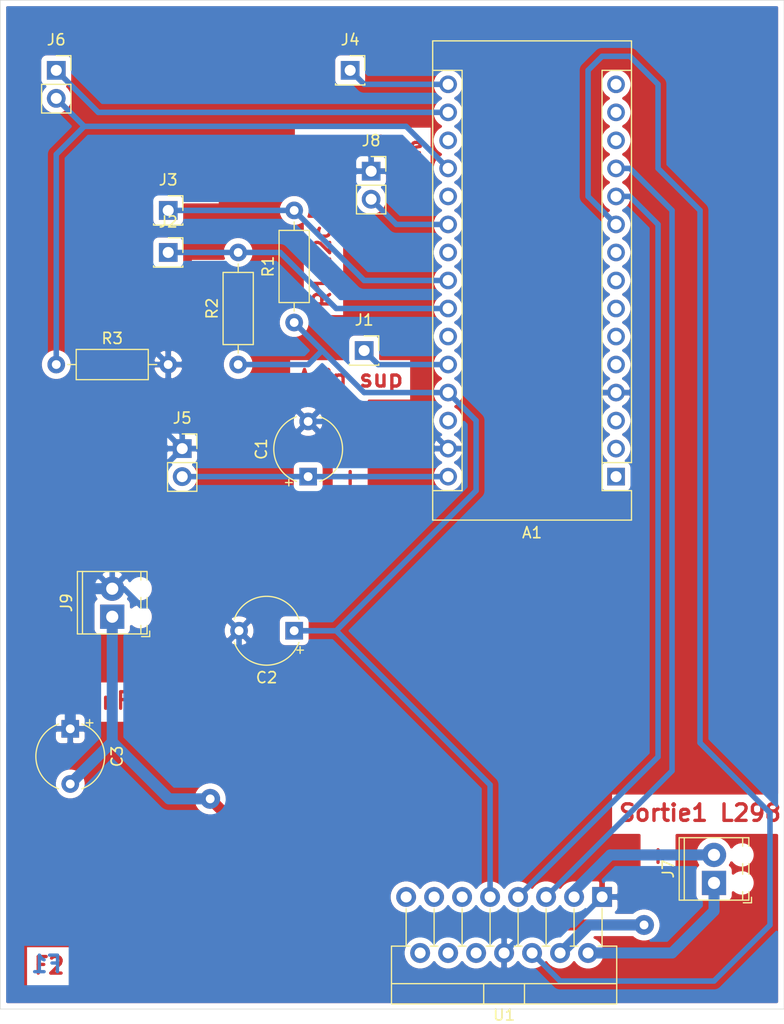
<source format=kicad_pcb>
(kicad_pcb (version 20171130) (host pcbnew "(5.1.9)-1")

  (general
    (thickness 1.6)
    (drawings 32)
    (tracks 98)
    (zones 0)
    (modules 17)
    (nets 39)
  )

  (page A4)
  (layers
    (0 F.Cu signal)
    (31 B.Cu signal)
    (32 B.Adhes user)
    (33 F.Adhes user)
    (34 B.Paste user)
    (35 F.Paste user)
    (36 B.SilkS user)
    (37 F.SilkS user)
    (38 B.Mask user)
    (39 F.Mask user)
    (40 Dwgs.User user)
    (41 Cmts.User user)
    (42 Eco1.User user)
    (43 Eco2.User user)
    (44 Edge.Cuts user)
    (45 Margin user)
    (46 B.CrtYd user)
    (47 F.CrtYd user)
    (48 B.Fab user)
    (49 F.Fab user)
  )

  (setup
    (last_trace_width 0.5)
    (user_trace_width 0.5)
    (user_trace_width 1)
    (trace_clearance 0.2)
    (zone_clearance 0.508)
    (zone_45_only no)
    (trace_min 0.5)
    (via_size 0.8)
    (via_drill 0.4)
    (via_min_size 0.8)
    (via_min_drill 0.3)
    (user_via 1.8 0.8)
    (uvia_size 0.3)
    (uvia_drill 0.1)
    (uvias_allowed no)
    (uvia_min_size 0.2)
    (uvia_min_drill 0.1)
    (edge_width 0.05)
    (segment_width 0.2)
    (pcb_text_width 0.3)
    (pcb_text_size 1.5 1.5)
    (mod_edge_width 0.12)
    (mod_text_size 1 1)
    (mod_text_width 0.15)
    (pad_size 1.524 1.524)
    (pad_drill 0.762)
    (pad_to_mask_clearance 0)
    (aux_axis_origin 0 0)
    (visible_elements 7FFFFFFF)
    (pcbplotparams
      (layerselection 0x010fc_ffffffff)
      (usegerberextensions false)
      (usegerberattributes true)
      (usegerberadvancedattributes true)
      (creategerberjobfile true)
      (excludeedgelayer true)
      (linewidth 0.100000)
      (plotframeref false)
      (viasonmask false)
      (mode 1)
      (useauxorigin false)
      (hpglpennumber 1)
      (hpglpenspeed 20)
      (hpglpendiameter 15.000000)
      (psnegative false)
      (psa4output false)
      (plotreference true)
      (plotvalue true)
      (plotinvisibletext false)
      (padsonsilk false)
      (subtractmaskfromsilk false)
      (outputformat 1)
      (mirror false)
      (drillshape 1)
      (scaleselection 1)
      (outputdirectory ""))
  )

  (net 0 "")
  (net 1 /D_out)
  (net 2 "Net-(A1-Pad15)")
  (net 3 /V_In)
  (net 4 "Net-(A1-Pad14)")
  (net 5 GND)
  (net 6 "Net-(A1-Pad13)")
  (net 7 "Net-(A1-Pad28)")
  (net 8 /In_1)
  (net 9 Alim_logique)
  (net 10 /In_2)
  (net 11 /A_In)
  (net 12 /EnA)
  (net 13 "Net-(A1-Pad25)")
  (net 14 "Net-(A1-Pad9)")
  (net 15 /I2C_clk)
  (net 16 /I2C_Data)
  (net 17 "Net-(A1-Pad22)")
  (net 18 "Net-(A1-Pad21)")
  (net 19 "Net-(A1-Pad5)")
  (net 20 "Net-(A1-Pad20)")
  (net 21 thermistance)
  (net 22 "Net-(A1-Pad3)")
  (net 23 "Net-(A1-Pad18)")
  (net 24 "Net-(A1-Pad2)")
  (net 25 /alim_thermistance)
  (net 26 "Net-(A1-Pad1)")
  (net 27 Alim_puissance)
  (net 28 /s_1+)
  (net 29 /s_1-)
  (net 30 "Net-(A1-Pad8)")
  (net 31 "Net-(A1-Pad7)")
  (net 32 "Net-(A1-Pad6)")
  (net 33 "Net-(U1-Pad10)")
  (net 34 "Net-(U1-Pad11)")
  (net 35 "Net-(U1-Pad12)")
  (net 36 "Net-(U1-Pad13)")
  (net 37 "Net-(U1-Pad14)")
  (net 38 "Net-(U1-Pad15)")

  (net_class Default "This is the default net class."
    (clearance 0.2)
    (trace_width 0.5)
    (via_dia 0.8)
    (via_drill 0.4)
    (uvia_dia 0.3)
    (uvia_drill 0.1)
    (diff_pair_width 0.5)
    (diff_pair_gap 0.25)
    (add_net /A_In)
    (add_net /D_out)
    (add_net /EnA)
    (add_net /I2C_Data)
    (add_net /I2C_clk)
    (add_net /In_1)
    (add_net /In_2)
    (add_net /V_In)
    (add_net /alim_thermistance)
    (add_net /s_1+)
    (add_net /s_1-)
    (add_net Alim_logique)
    (add_net Alim_puissance)
    (add_net GND)
    (add_net "Net-(A1-Pad1)")
    (add_net "Net-(A1-Pad13)")
    (add_net "Net-(A1-Pad14)")
    (add_net "Net-(A1-Pad15)")
    (add_net "Net-(A1-Pad18)")
    (add_net "Net-(A1-Pad2)")
    (add_net "Net-(A1-Pad20)")
    (add_net "Net-(A1-Pad21)")
    (add_net "Net-(A1-Pad22)")
    (add_net "Net-(A1-Pad25)")
    (add_net "Net-(A1-Pad28)")
    (add_net "Net-(A1-Pad3)")
    (add_net "Net-(A1-Pad5)")
    (add_net "Net-(A1-Pad6)")
    (add_net "Net-(A1-Pad7)")
    (add_net "Net-(A1-Pad8)")
    (add_net "Net-(A1-Pad9)")
    (add_net "Net-(U1-Pad10)")
    (add_net "Net-(U1-Pad11)")
    (add_net "Net-(U1-Pad12)")
    (add_net "Net-(U1-Pad13)")
    (add_net "Net-(U1-Pad14)")
    (add_net "Net-(U1-Pad15)")
    (add_net thermistance)
  )

  (module Package_TO_SOT_THT:TO-220-15_P2.54x2.54mm_StaggerOdd_Lead4.58mm_Vertical (layer F.Cu) (tedit 5AF05A31) (tstamp 60788A95)
    (at 69.723 96.52 180)
    (descr "TO-220-15, Vertical, RM 1.27mm, staggered type-1, see http://www.st.com/resource/en/datasheet/l298.pdf")
    (tags "TO-220-15 Vertical RM 1.27mm staggered type-1")
    (path /60740330)
    (fp_text reference U1 (at 8.89 -10.7) (layer F.SilkS)
      (effects (font (size 1 1) (thickness 0.15)))
    )
    (fp_text value L298HN (at 8.89 2.15) (layer F.Fab)
      (effects (font (size 1 1) (thickness 0.15)))
    )
    (fp_line (start 19.25 -9.83) (end -1.46 -9.83) (layer F.CrtYd) (width 0.05))
    (fp_line (start 19.25 1.16) (end 19.25 -9.83) (layer F.CrtYd) (width 0.05))
    (fp_line (start -1.46 1.16) (end 19.25 1.16) (layer F.CrtYd) (width 0.05))
    (fp_line (start -1.46 -9.83) (end -1.46 1.16) (layer F.CrtYd) (width 0.05))
    (fp_line (start 17.78 -4.459) (end 17.78 -1.065) (layer F.SilkS) (width 0.12))
    (fp_line (start 15.24 -4.459) (end 15.24 -1.065) (layer F.SilkS) (width 0.12))
    (fp_line (start 12.7 -4.459) (end 12.7 -1.065) (layer F.SilkS) (width 0.12))
    (fp_line (start 10.16 -4.459) (end 10.16 -1.065) (layer F.SilkS) (width 0.12))
    (fp_line (start 7.62 -4.459) (end 7.62 -1.065) (layer F.SilkS) (width 0.12))
    (fp_line (start 5.08 -4.459) (end 5.08 -1.065) (layer F.SilkS) (width 0.12))
    (fp_line (start 2.54 -4.459) (end 2.54 -1.065) (layer F.SilkS) (width 0.12))
    (fp_line (start 0 -4.459) (end 0 -1.05) (layer F.SilkS) (width 0.12))
    (fp_line (start 10.74 -9.7) (end 10.74 -7.86) (layer F.SilkS) (width 0.12))
    (fp_line (start 7.041 -9.7) (end 7.041 -7.86) (layer F.SilkS) (width 0.12))
    (fp_line (start -1.33 -7.86) (end 19.11 -7.86) (layer F.SilkS) (width 0.12))
    (fp_line (start 19.11 -9.7) (end 19.11 -4.459) (layer F.SilkS) (width 0.12))
    (fp_line (start -1.33 -9.7) (end -1.33 -4.459) (layer F.SilkS) (width 0.12))
    (fp_line (start 17.435 -4.459) (end 19.11 -4.459) (layer F.SilkS) (width 0.12))
    (fp_line (start 14.895 -4.459) (end 15.586 -4.459) (layer F.SilkS) (width 0.12))
    (fp_line (start 12.355 -4.459) (end 13.046 -4.459) (layer F.SilkS) (width 0.12))
    (fp_line (start 9.815 -4.459) (end 10.506 -4.459) (layer F.SilkS) (width 0.12))
    (fp_line (start 7.275 -4.459) (end 7.966 -4.459) (layer F.SilkS) (width 0.12))
    (fp_line (start 4.735 -4.459) (end 5.426 -4.459) (layer F.SilkS) (width 0.12))
    (fp_line (start 2.195 -4.459) (end 2.886 -4.459) (layer F.SilkS) (width 0.12))
    (fp_line (start -1.33 -4.459) (end 0.346 -4.459) (layer F.SilkS) (width 0.12))
    (fp_line (start -1.33 -9.7) (end 19.11 -9.7) (layer F.SilkS) (width 0.12))
    (fp_line (start 17.78 -4.58) (end 17.78 0) (layer F.Fab) (width 0.1))
    (fp_line (start 15.24 -4.58) (end 15.24 0) (layer F.Fab) (width 0.1))
    (fp_line (start 12.7 -4.58) (end 12.7 0) (layer F.Fab) (width 0.1))
    (fp_line (start 10.16 -4.58) (end 10.16 0) (layer F.Fab) (width 0.1))
    (fp_line (start 7.62 -4.58) (end 7.62 0) (layer F.Fab) (width 0.1))
    (fp_line (start 5.08 -4.58) (end 5.08 0) (layer F.Fab) (width 0.1))
    (fp_line (start 2.54 -4.58) (end 2.54 0) (layer F.Fab) (width 0.1))
    (fp_line (start 0 -4.58) (end 0 0) (layer F.Fab) (width 0.1))
    (fp_line (start 10.74 -9.58) (end 10.74 -7.98) (layer F.Fab) (width 0.1))
    (fp_line (start 7.04 -9.58) (end 7.04 -7.98) (layer F.Fab) (width 0.1))
    (fp_line (start -1.21 -7.98) (end 18.99 -7.98) (layer F.Fab) (width 0.1))
    (fp_line (start 18.99 -9.58) (end -1.21 -9.58) (layer F.Fab) (width 0.1))
    (fp_line (start 18.99 -4.58) (end 18.99 -9.58) (layer F.Fab) (width 0.1))
    (fp_line (start -1.21 -4.58) (end 18.99 -4.58) (layer F.Fab) (width 0.1))
    (fp_line (start -1.21 -9.58) (end -1.21 -4.58) (layer F.Fab) (width 0.1))
    (fp_text user %R (at 8.89 -10.7) (layer F.Fab)
      (effects (font (size 1 1) (thickness 0.15)))
    )
    (pad 1 thru_hole rect (at 0 0 180) (size 1.8 1.8) (drill 1) (layers *.Cu *.Mask)
      (net 5 GND))
    (pad 2 thru_hole oval (at 1.27 -5.08 180) (size 1.8 1.8) (drill 1) (layers *.Cu *.Mask)
      (net 29 /s_1-))
    (pad 3 thru_hole oval (at 2.54 0 180) (size 1.8 1.8) (drill 1) (layers *.Cu *.Mask)
      (net 28 /s_1+))
    (pad 4 thru_hole oval (at 3.81 -5.08 180) (size 1.8 1.8) (drill 1) (layers *.Cu *.Mask)
      (net 27 Alim_puissance))
    (pad 5 thru_hole oval (at 5.08 0 180) (size 1.8 1.8) (drill 1) (layers *.Cu *.Mask)
      (net 8 /In_1))
    (pad 6 thru_hole oval (at 6.35 -5.08 180) (size 1.8 1.8) (drill 1) (layers *.Cu *.Mask)
      (net 12 /EnA))
    (pad 7 thru_hole oval (at 7.62 0 180) (size 1.8 1.8) (drill 1) (layers *.Cu *.Mask)
      (net 10 /In_2))
    (pad 8 thru_hole oval (at 8.89 -5.08 180) (size 1.8 1.8) (drill 1) (layers *.Cu *.Mask)
      (net 5 GND))
    (pad 9 thru_hole oval (at 10.16 0 180) (size 1.8 1.8) (drill 1) (layers *.Cu *.Mask)
      (net 9 Alim_logique))
    (pad 10 thru_hole oval (at 11.43 -5.08 180) (size 1.8 1.8) (drill 1) (layers *.Cu *.Mask)
      (net 33 "Net-(U1-Pad10)"))
    (pad 11 thru_hole oval (at 12.7 0 180) (size 1.8 1.8) (drill 1) (layers *.Cu *.Mask)
      (net 34 "Net-(U1-Pad11)"))
    (pad 12 thru_hole oval (at 13.97 -5.08 180) (size 1.8 1.8) (drill 1) (layers *.Cu *.Mask)
      (net 35 "Net-(U1-Pad12)"))
    (pad 13 thru_hole oval (at 15.24 0 180) (size 1.8 1.8) (drill 1) (layers *.Cu *.Mask)
      (net 36 "Net-(U1-Pad13)"))
    (pad 14 thru_hole oval (at 16.51 -5.08 180) (size 1.8 1.8) (drill 1) (layers *.Cu *.Mask)
      (net 37 "Net-(U1-Pad14)"))
    (pad 15 thru_hole oval (at 17.78 0 180) (size 1.8 1.8) (drill 1) (layers *.Cu *.Mask)
      (net 38 "Net-(U1-Pad15)"))
    (model ${KISYS3DMOD}/Package_TO_SOT_THT.3dshapes/TO-220-15_P2.54x2.54mm_StaggerOdd_Lead4.58mm_Vertical.wrl
      (at (xyz 0 0 0))
      (scale (xyz 1 1 1))
      (rotate (xyz 0 0 0))
    )
  )

  (module Resistor_THT:R_Axial_DIN0207_L6.3mm_D2.5mm_P10.16mm_Horizontal (layer F.Cu) (tedit 5AE5139B) (tstamp 60788A58)
    (at 20.193 48.26)
    (descr "Resistor, Axial_DIN0207 series, Axial, Horizontal, pin pitch=10.16mm, 0.25W = 1/4W, length*diameter=6.3*2.5mm^2, http://cdn-reichelt.de/documents/datenblatt/B400/1_4W%23YAG.pdf")
    (tags "Resistor Axial_DIN0207 series Axial Horizontal pin pitch 10.16mm 0.25W = 1/4W length 6.3mm diameter 2.5mm")
    (path /60794A64)
    (fp_text reference R3 (at 5.08 -2.37) (layer F.SilkS)
      (effects (font (size 1 1) (thickness 0.15)))
    )
    (fp_text value 10k (at 5.08 2.37) (layer F.Fab)
      (effects (font (size 1 1) (thickness 0.15)))
    )
    (fp_line (start 1.93 -1.25) (end 1.93 1.25) (layer F.Fab) (width 0.1))
    (fp_line (start 1.93 1.25) (end 8.23 1.25) (layer F.Fab) (width 0.1))
    (fp_line (start 8.23 1.25) (end 8.23 -1.25) (layer F.Fab) (width 0.1))
    (fp_line (start 8.23 -1.25) (end 1.93 -1.25) (layer F.Fab) (width 0.1))
    (fp_line (start 0 0) (end 1.93 0) (layer F.Fab) (width 0.1))
    (fp_line (start 10.16 0) (end 8.23 0) (layer F.Fab) (width 0.1))
    (fp_line (start 1.81 -1.37) (end 1.81 1.37) (layer F.SilkS) (width 0.12))
    (fp_line (start 1.81 1.37) (end 8.35 1.37) (layer F.SilkS) (width 0.12))
    (fp_line (start 8.35 1.37) (end 8.35 -1.37) (layer F.SilkS) (width 0.12))
    (fp_line (start 8.35 -1.37) (end 1.81 -1.37) (layer F.SilkS) (width 0.12))
    (fp_line (start 1.04 0) (end 1.81 0) (layer F.SilkS) (width 0.12))
    (fp_line (start 9.12 0) (end 8.35 0) (layer F.SilkS) (width 0.12))
    (fp_line (start -1.05 -1.5) (end -1.05 1.5) (layer F.CrtYd) (width 0.05))
    (fp_line (start -1.05 1.5) (end 11.21 1.5) (layer F.CrtYd) (width 0.05))
    (fp_line (start 11.21 1.5) (end 11.21 -1.5) (layer F.CrtYd) (width 0.05))
    (fp_line (start 11.21 -1.5) (end -1.05 -1.5) (layer F.CrtYd) (width 0.05))
    (fp_text user %R (at 5.08 0) (layer F.Fab)
      (effects (font (size 1 1) (thickness 0.15)))
    )
    (pad 2 thru_hole oval (at 10.16 0) (size 1.6 1.6) (drill 0.8) (layers *.Cu *.Mask)
      (net 5 GND))
    (pad 1 thru_hole circle (at 0 0) (size 1.6 1.6) (drill 0.8) (layers *.Cu *.Mask)
      (net 21 thermistance))
    (model ${KISYS3DMOD}/Resistor_THT.3dshapes/R_Axial_DIN0207_L6.3mm_D2.5mm_P10.16mm_Horizontal.wrl
      (at (xyz 0 0 0))
      (scale (xyz 1 1 1))
      (rotate (xyz 0 0 0))
    )
  )

  (module Resistor_THT:R_Axial_DIN0207_L6.3mm_D2.5mm_P10.16mm_Horizontal (layer F.Cu) (tedit 5AE5139B) (tstamp 6078B781)
    (at 36.703 48.26 90)
    (descr "Resistor, Axial_DIN0207 series, Axial, Horizontal, pin pitch=10.16mm, 0.25W = 1/4W, length*diameter=6.3*2.5mm^2, http://cdn-reichelt.de/documents/datenblatt/B400/1_4W%23YAG.pdf")
    (tags "Resistor Axial_DIN0207 series Axial Horizontal pin pitch 10.16mm 0.25W = 1/4W length 6.3mm diameter 2.5mm")
    (path /607D8669)
    (fp_text reference R2 (at 5.08 -2.37 90) (layer F.SilkS)
      (effects (font (size 1 1) (thickness 0.15)))
    )
    (fp_text value 4.7k (at 5.08 2.37 90) (layer F.Fab)
      (effects (font (size 1 1) (thickness 0.15)))
    )
    (fp_line (start 1.93 -1.25) (end 1.93 1.25) (layer F.Fab) (width 0.1))
    (fp_line (start 1.93 1.25) (end 8.23 1.25) (layer F.Fab) (width 0.1))
    (fp_line (start 8.23 1.25) (end 8.23 -1.25) (layer F.Fab) (width 0.1))
    (fp_line (start 8.23 -1.25) (end 1.93 -1.25) (layer F.Fab) (width 0.1))
    (fp_line (start 0 0) (end 1.93 0) (layer F.Fab) (width 0.1))
    (fp_line (start 10.16 0) (end 8.23 0) (layer F.Fab) (width 0.1))
    (fp_line (start 1.81 -1.37) (end 1.81 1.37) (layer F.SilkS) (width 0.12))
    (fp_line (start 1.81 1.37) (end 8.35 1.37) (layer F.SilkS) (width 0.12))
    (fp_line (start 8.35 1.37) (end 8.35 -1.37) (layer F.SilkS) (width 0.12))
    (fp_line (start 8.35 -1.37) (end 1.81 -1.37) (layer F.SilkS) (width 0.12))
    (fp_line (start 1.04 0) (end 1.81 0) (layer F.SilkS) (width 0.12))
    (fp_line (start 9.12 0) (end 8.35 0) (layer F.SilkS) (width 0.12))
    (fp_line (start -1.05 -1.5) (end -1.05 1.5) (layer F.CrtYd) (width 0.05))
    (fp_line (start -1.05 1.5) (end 11.21 1.5) (layer F.CrtYd) (width 0.05))
    (fp_line (start 11.21 1.5) (end 11.21 -1.5) (layer F.CrtYd) (width 0.05))
    (fp_line (start 11.21 -1.5) (end -1.05 -1.5) (layer F.CrtYd) (width 0.05))
    (fp_text user %R (at 5.08 0 90) (layer F.Fab)
      (effects (font (size 1 1) (thickness 0.15)))
    )
    (pad 2 thru_hole oval (at 10.16 0 90) (size 1.6 1.6) (drill 0.8) (layers *.Cu *.Mask)
      (net 15 /I2C_clk))
    (pad 1 thru_hole circle (at 0 0 90) (size 1.6 1.6) (drill 0.8) (layers *.Cu *.Mask)
      (net 9 Alim_logique))
    (model ${KISYS3DMOD}/Resistor_THT.3dshapes/R_Axial_DIN0207_L6.3mm_D2.5mm_P10.16mm_Horizontal.wrl
      (at (xyz 0 0 0))
      (scale (xyz 1 1 1))
      (rotate (xyz 0 0 0))
    )
  )

  (module Resistor_THT:R_Axial_DIN0207_L6.3mm_D2.5mm_P10.16mm_Horizontal (layer F.Cu) (tedit 5AE5139B) (tstamp 60788A2A)
    (at 41.783 44.45 90)
    (descr "Resistor, Axial_DIN0207 series, Axial, Horizontal, pin pitch=10.16mm, 0.25W = 1/4W, length*diameter=6.3*2.5mm^2, http://cdn-reichelt.de/documents/datenblatt/B400/1_4W%23YAG.pdf")
    (tags "Resistor Axial_DIN0207 series Axial Horizontal pin pitch 10.16mm 0.25W = 1/4W length 6.3mm diameter 2.5mm")
    (path /607D8E36)
    (fp_text reference R1 (at 5.08 -2.37 90) (layer F.SilkS)
      (effects (font (size 1 1) (thickness 0.15)))
    )
    (fp_text value 4.7k (at 5.08 2.37 90) (layer F.Fab)
      (effects (font (size 1 1) (thickness 0.15)))
    )
    (fp_line (start 11.21 -1.5) (end -1.05 -1.5) (layer F.CrtYd) (width 0.05))
    (fp_line (start 11.21 1.5) (end 11.21 -1.5) (layer F.CrtYd) (width 0.05))
    (fp_line (start -1.05 1.5) (end 11.21 1.5) (layer F.CrtYd) (width 0.05))
    (fp_line (start -1.05 -1.5) (end -1.05 1.5) (layer F.CrtYd) (width 0.05))
    (fp_line (start 9.12 0) (end 8.35 0) (layer F.SilkS) (width 0.12))
    (fp_line (start 1.04 0) (end 1.81 0) (layer F.SilkS) (width 0.12))
    (fp_line (start 8.35 -1.37) (end 1.81 -1.37) (layer F.SilkS) (width 0.12))
    (fp_line (start 8.35 1.37) (end 8.35 -1.37) (layer F.SilkS) (width 0.12))
    (fp_line (start 1.81 1.37) (end 8.35 1.37) (layer F.SilkS) (width 0.12))
    (fp_line (start 1.81 -1.37) (end 1.81 1.37) (layer F.SilkS) (width 0.12))
    (fp_line (start 10.16 0) (end 8.23 0) (layer F.Fab) (width 0.1))
    (fp_line (start 0 0) (end 1.93 0) (layer F.Fab) (width 0.1))
    (fp_line (start 8.23 -1.25) (end 1.93 -1.25) (layer F.Fab) (width 0.1))
    (fp_line (start 8.23 1.25) (end 8.23 -1.25) (layer F.Fab) (width 0.1))
    (fp_line (start 1.93 1.25) (end 8.23 1.25) (layer F.Fab) (width 0.1))
    (fp_line (start 1.93 -1.25) (end 1.93 1.25) (layer F.Fab) (width 0.1))
    (fp_text user %R (at 5.08 0 90) (layer F.Fab)
      (effects (font (size 1 1) (thickness 0.15)))
    )
    (pad 1 thru_hole circle (at 0 0 90) (size 1.6 1.6) (drill 0.8) (layers *.Cu *.Mask)
      (net 9 Alim_logique))
    (pad 2 thru_hole oval (at 10.16 0 90) (size 1.6 1.6) (drill 0.8) (layers *.Cu *.Mask)
      (net 16 /I2C_Data))
    (model ${KISYS3DMOD}/Resistor_THT.3dshapes/R_Axial_DIN0207_L6.3mm_D2.5mm_P10.16mm_Horizontal.wrl
      (at (xyz 0 0 0))
      (scale (xyz 1 1 1))
      (rotate (xyz 0 0 0))
    )
  )

  (module TerminalBlock_Phoenix:TerminalBlock_Phoenix_MPT-0,5-2-2.54_1x02_P2.54mm_Horizontal (layer F.Cu) (tedit 5B294F98) (tstamp 60788A13)
    (at 25.273 71.12 90)
    (descr "Terminal Block Phoenix MPT-0,5-2-2.54, 2 pins, pitch 2.54mm, size 5.54x6.2mm^2, drill diamater 1.1mm, pad diameter 2.2mm, see http://www.mouser.com/ds/2/324/ItemDetail_1725656-920552.pdf, script-generated using https://github.com/pointhi/kicad-footprint-generator/scripts/TerminalBlock_Phoenix")
    (tags "THT Terminal Block Phoenix MPT-0,5-2-2.54 pitch 2.54mm size 5.54x6.2mm^2 drill 1.1mm pad 2.2mm")
    (path /6074D7AA)
    (fp_text reference J9 (at 1.27 -4.16 90) (layer F.SilkS)
      (effects (font (size 1 1) (thickness 0.15)))
    )
    (fp_text value Alim_puissance (at 1.27 4.16 90) (layer F.Fab)
      (effects (font (size 1 1) (thickness 0.15)))
    )
    (fp_circle (center 0 0) (end 1.1 0) (layer F.Fab) (width 0.1))
    (fp_circle (center 2.54 0) (end 3.64 0) (layer F.Fab) (width 0.1))
    (fp_line (start -1.5 -3.1) (end 4.04 -3.1) (layer F.Fab) (width 0.1))
    (fp_line (start 4.04 -3.1) (end 4.04 3.1) (layer F.Fab) (width 0.1))
    (fp_line (start 4.04 3.1) (end -1 3.1) (layer F.Fab) (width 0.1))
    (fp_line (start -1 3.1) (end -1.5 2.6) (layer F.Fab) (width 0.1))
    (fp_line (start -1.5 2.6) (end -1.5 -3.1) (layer F.Fab) (width 0.1))
    (fp_line (start -1.5 2.6) (end 4.04 2.6) (layer F.Fab) (width 0.1))
    (fp_line (start -1.56 2.6) (end -0.79 2.6) (layer F.SilkS) (width 0.12))
    (fp_line (start 0.79 2.6) (end 1.75 2.6) (layer F.SilkS) (width 0.12))
    (fp_line (start 3.33 2.6) (end 4.1 2.6) (layer F.SilkS) (width 0.12))
    (fp_line (start -1.5 -2.7) (end 4.04 -2.7) (layer F.Fab) (width 0.1))
    (fp_line (start -1.56 -2.7) (end 4.1 -2.7) (layer F.SilkS) (width 0.12))
    (fp_line (start -1.56 -3.16) (end 4.1 -3.16) (layer F.SilkS) (width 0.12))
    (fp_line (start -1.56 3.16) (end -0.79 3.16) (layer F.SilkS) (width 0.12))
    (fp_line (start 0.79 3.16) (end 1.75 3.16) (layer F.SilkS) (width 0.12))
    (fp_line (start 3.33 3.16) (end 4.1 3.16) (layer F.SilkS) (width 0.12))
    (fp_line (start -1.56 -3.16) (end -1.56 3.16) (layer F.SilkS) (width 0.12))
    (fp_line (start 4.1 -3.16) (end 4.1 3.16) (layer F.SilkS) (width 0.12))
    (fp_line (start 0.835 -0.7) (end -0.701 0.835) (layer F.Fab) (width 0.1))
    (fp_line (start 0.701 -0.835) (end -0.835 0.7) (layer F.Fab) (width 0.1))
    (fp_line (start 3.375 -0.7) (end 1.84 0.835) (layer F.Fab) (width 0.1))
    (fp_line (start 3.241 -0.835) (end 1.706 0.7) (layer F.Fab) (width 0.1))
    (fp_line (start -1.8 2.66) (end -1.8 3.4) (layer F.SilkS) (width 0.12))
    (fp_line (start -1.8 3.4) (end -1.3 3.4) (layer F.SilkS) (width 0.12))
    (fp_line (start -2 -3.6) (end -2 3.6) (layer F.CrtYd) (width 0.05))
    (fp_line (start -2 3.6) (end 4.54 3.6) (layer F.CrtYd) (width 0.05))
    (fp_line (start 4.54 3.6) (end 4.54 -3.6) (layer F.CrtYd) (width 0.05))
    (fp_line (start 4.54 -3.6) (end -2 -3.6) (layer F.CrtYd) (width 0.05))
    (fp_text user %R (at 1.27 2 90) (layer F.Fab)
      (effects (font (size 1 1) (thickness 0.15)))
    )
    (pad "" np_thru_hole circle (at 2.54 2.54 90) (size 1.1 1.1) (drill 1.1) (layers *.Cu *.Mask))
    (pad 2 thru_hole circle (at 2.54 0 90) (size 2.2 2.2) (drill 1.1) (layers *.Cu *.Mask)
      (net 5 GND))
    (pad "" np_thru_hole circle (at 0 2.54 90) (size 1.1 1.1) (drill 1.1) (layers *.Cu *.Mask))
    (pad 1 thru_hole rect (at 0 0 90) (size 2.2 2.2) (drill 1.1) (layers *.Cu *.Mask)
      (net 27 Alim_puissance))
    (model ${KISYS3DMOD}/TerminalBlock_Phoenix.3dshapes/TerminalBlock_Phoenix_MPT-0,5-2-2.54_1x02_P2.54mm_Horizontal.wrl
      (at (xyz 0 0 0))
      (scale (xyz 1 1 1))
      (rotate (xyz 0 0 0))
    )
  )

  (module TerminalBlock_Phoenix:TerminalBlock_Phoenix_MPT-0,5-2-2.54_1x02_P2.54mm_Horizontal (layer F.Cu) (tedit 5B294F98) (tstamp 607889C7)
    (at 79.883 95.25 90)
    (descr "Terminal Block Phoenix MPT-0,5-2-2.54, 2 pins, pitch 2.54mm, size 5.54x6.2mm^2, drill diamater 1.1mm, pad diameter 2.2mm, see http://www.mouser.com/ds/2/324/ItemDetail_1725656-920552.pdf, script-generated using https://github.com/pointhi/kicad-footprint-generator/scripts/TerminalBlock_Phoenix")
    (tags "THT Terminal Block Phoenix MPT-0,5-2-2.54 pitch 2.54mm size 5.54x6.2mm^2 drill 1.1mm pad 2.2mm")
    (path /60759CB6)
    (fp_text reference J7 (at 1.27 -4.16 90) (layer F.SilkS)
      (effects (font (size 1 1) (thickness 0.15)))
    )
    (fp_text value sortie_1 (at 1.27 4.16 90) (layer F.Fab)
      (effects (font (size 1 1) (thickness 0.15)))
    )
    (fp_circle (center 0 0) (end 1.1 0) (layer F.Fab) (width 0.1))
    (fp_circle (center 2.54 0) (end 3.64 0) (layer F.Fab) (width 0.1))
    (fp_line (start -1.5 -3.1) (end 4.04 -3.1) (layer F.Fab) (width 0.1))
    (fp_line (start 4.04 -3.1) (end 4.04 3.1) (layer F.Fab) (width 0.1))
    (fp_line (start 4.04 3.1) (end -1 3.1) (layer F.Fab) (width 0.1))
    (fp_line (start -1 3.1) (end -1.5 2.6) (layer F.Fab) (width 0.1))
    (fp_line (start -1.5 2.6) (end -1.5 -3.1) (layer F.Fab) (width 0.1))
    (fp_line (start -1.5 2.6) (end 4.04 2.6) (layer F.Fab) (width 0.1))
    (fp_line (start -1.56 2.6) (end -0.79 2.6) (layer F.SilkS) (width 0.12))
    (fp_line (start 0.79 2.6) (end 1.75 2.6) (layer F.SilkS) (width 0.12))
    (fp_line (start 3.33 2.6) (end 4.1 2.6) (layer F.SilkS) (width 0.12))
    (fp_line (start -1.5 -2.7) (end 4.04 -2.7) (layer F.Fab) (width 0.1))
    (fp_line (start -1.56 -2.7) (end 4.1 -2.7) (layer F.SilkS) (width 0.12))
    (fp_line (start -1.56 -3.16) (end 4.1 -3.16) (layer F.SilkS) (width 0.12))
    (fp_line (start -1.56 3.16) (end -0.79 3.16) (layer F.SilkS) (width 0.12))
    (fp_line (start 0.79 3.16) (end 1.75 3.16) (layer F.SilkS) (width 0.12))
    (fp_line (start 3.33 3.16) (end 4.1 3.16) (layer F.SilkS) (width 0.12))
    (fp_line (start -1.56 -3.16) (end -1.56 3.16) (layer F.SilkS) (width 0.12))
    (fp_line (start 4.1 -3.16) (end 4.1 3.16) (layer F.SilkS) (width 0.12))
    (fp_line (start 0.835 -0.7) (end -0.701 0.835) (layer F.Fab) (width 0.1))
    (fp_line (start 0.701 -0.835) (end -0.835 0.7) (layer F.Fab) (width 0.1))
    (fp_line (start 3.375 -0.7) (end 1.84 0.835) (layer F.Fab) (width 0.1))
    (fp_line (start 3.241 -0.835) (end 1.706 0.7) (layer F.Fab) (width 0.1))
    (fp_line (start -1.8 2.66) (end -1.8 3.4) (layer F.SilkS) (width 0.12))
    (fp_line (start -1.8 3.4) (end -1.3 3.4) (layer F.SilkS) (width 0.12))
    (fp_line (start -2 -3.6) (end -2 3.6) (layer F.CrtYd) (width 0.05))
    (fp_line (start -2 3.6) (end 4.54 3.6) (layer F.CrtYd) (width 0.05))
    (fp_line (start 4.54 3.6) (end 4.54 -3.6) (layer F.CrtYd) (width 0.05))
    (fp_line (start 4.54 -3.6) (end -2 -3.6) (layer F.CrtYd) (width 0.05))
    (fp_text user %R (at 1.27 2 90) (layer F.Fab)
      (effects (font (size 1 1) (thickness 0.15)))
    )
    (pad "" np_thru_hole circle (at 2.54 2.54 90) (size 1.1 1.1) (drill 1.1) (layers *.Cu *.Mask))
    (pad 2 thru_hole circle (at 2.54 0 90) (size 2.2 2.2) (drill 1.1) (layers *.Cu *.Mask)
      (net 28 /s_1+))
    (pad "" np_thru_hole circle (at 0 2.54 90) (size 1.1 1.1) (drill 1.1) (layers *.Cu *.Mask))
    (pad 1 thru_hole rect (at 0 0 90) (size 2.2 2.2) (drill 1.1) (layers *.Cu *.Mask)
      (net 29 /s_1-))
    (model ${KISYS3DMOD}/TerminalBlock_Phoenix.3dshapes/TerminalBlock_Phoenix_MPT-0,5-2-2.54_1x02_P2.54mm_Horizontal.wrl
      (at (xyz 0 0 0))
      (scale (xyz 1 1 1))
      (rotate (xyz 0 0 0))
    )
  )

  (module Connector_PinSocket_2.54mm:PinSocket_1x02_P2.54mm_Vertical (layer F.Cu) (tedit 5A19A420) (tstamp 607889A1)
    (at 20.193 21.59)
    (descr "Through hole straight socket strip, 1x02, 2.54mm pitch, single row (from Kicad 4.0.7), script generated")
    (tags "Through hole socket strip THT 1x02 2.54mm single row")
    (path /60794274)
    (fp_text reference J6 (at 0 -2.77) (layer F.SilkS)
      (effects (font (size 1 1) (thickness 0.15)))
    )
    (fp_text value Thermistance (at 0 5.31) (layer F.Fab)
      (effects (font (size 1 1) (thickness 0.15)))
    )
    (fp_line (start -1.27 -1.27) (end 0.635 -1.27) (layer F.Fab) (width 0.1))
    (fp_line (start 0.635 -1.27) (end 1.27 -0.635) (layer F.Fab) (width 0.1))
    (fp_line (start 1.27 -0.635) (end 1.27 3.81) (layer F.Fab) (width 0.1))
    (fp_line (start 1.27 3.81) (end -1.27 3.81) (layer F.Fab) (width 0.1))
    (fp_line (start -1.27 3.81) (end -1.27 -1.27) (layer F.Fab) (width 0.1))
    (fp_line (start -1.33 1.27) (end 1.33 1.27) (layer F.SilkS) (width 0.12))
    (fp_line (start -1.33 1.27) (end -1.33 3.87) (layer F.SilkS) (width 0.12))
    (fp_line (start -1.33 3.87) (end 1.33 3.87) (layer F.SilkS) (width 0.12))
    (fp_line (start 1.33 1.27) (end 1.33 3.87) (layer F.SilkS) (width 0.12))
    (fp_line (start 1.33 -1.33) (end 1.33 0) (layer F.SilkS) (width 0.12))
    (fp_line (start 0 -1.33) (end 1.33 -1.33) (layer F.SilkS) (width 0.12))
    (fp_line (start -1.8 -1.8) (end 1.75 -1.8) (layer F.CrtYd) (width 0.05))
    (fp_line (start 1.75 -1.8) (end 1.75 4.3) (layer F.CrtYd) (width 0.05))
    (fp_line (start 1.75 4.3) (end -1.8 4.3) (layer F.CrtYd) (width 0.05))
    (fp_line (start -1.8 4.3) (end -1.8 -1.8) (layer F.CrtYd) (width 0.05))
    (fp_text user %R (at 0 1.27 90) (layer F.Fab)
      (effects (font (size 1 1) (thickness 0.15)))
    )
    (pad 2 thru_hole oval (at 0 2.54) (size 1.7 1.7) (drill 1) (layers *.Cu *.Mask)
      (net 21 thermistance))
    (pad 1 thru_hole rect (at 0 0) (size 1.7 1.7) (drill 1) (layers *.Cu *.Mask)
      (net 25 /alim_thermistance))
    (model ${KISYS3DMOD}/Connector_PinSocket_2.54mm.3dshapes/PinSocket_1x02_P2.54mm_Vertical.wrl
      (at (xyz 0 0 0))
      (scale (xyz 1 1 1))
      (rotate (xyz 0 0 0))
    )
  )

  (module Connector_PinSocket_2.54mm:PinSocket_1x01_P2.54mm_Vertical (layer F.Cu) (tedit 5A19A434) (tstamp 607898E1)
    (at 46.863 21.59)
    (descr "Through hole straight socket strip, 1x01, 2.54mm pitch, single row (from Kicad 4.0.7), script generated")
    (tags "Through hole socket strip THT 1x01 2.54mm single row")
    (path /607C8088)
    (fp_text reference J4 (at 0 -2.77) (layer F.SilkS)
      (effects (font (size 1 1) (thickness 0.15)))
    )
    (fp_text value Sortie_supplémentaire (at 0 2.77) (layer F.Fab)
      (effects (font (size 1 1) (thickness 0.15)))
    )
    (fp_line (start -1.27 -1.27) (end 0.635 -1.27) (layer F.Fab) (width 0.1))
    (fp_line (start 0.635 -1.27) (end 1.27 -0.635) (layer F.Fab) (width 0.1))
    (fp_line (start 1.27 -0.635) (end 1.27 1.27) (layer F.Fab) (width 0.1))
    (fp_line (start 1.27 1.27) (end -1.27 1.27) (layer F.Fab) (width 0.1))
    (fp_line (start -1.27 1.27) (end -1.27 -1.27) (layer F.Fab) (width 0.1))
    (fp_line (start -1.33 1.33) (end 1.33 1.33) (layer F.SilkS) (width 0.12))
    (fp_line (start -1.33 1.21) (end -1.33 1.33) (layer F.SilkS) (width 0.12))
    (fp_line (start 1.33 1.21) (end 1.33 1.33) (layer F.SilkS) (width 0.12))
    (fp_line (start 1.33 -1.33) (end 1.33 0) (layer F.SilkS) (width 0.12))
    (fp_line (start 0 -1.33) (end 1.33 -1.33) (layer F.SilkS) (width 0.12))
    (fp_line (start -1.8 -1.8) (end 1.75 -1.8) (layer F.CrtYd) (width 0.05))
    (fp_line (start 1.75 -1.8) (end 1.75 1.75) (layer F.CrtYd) (width 0.05))
    (fp_line (start 1.75 1.75) (end -1.8 1.75) (layer F.CrtYd) (width 0.05))
    (fp_line (start -1.8 1.75) (end -1.8 -1.8) (layer F.CrtYd) (width 0.05))
    (fp_text user %R (at 0 0) (layer F.Fab)
      (effects (font (size 1 1) (thickness 0.15)))
    )
    (pad 1 thru_hole rect (at 0 0) (size 1.7 1.7) (drill 1) (layers *.Cu *.Mask)
      (net 1 /D_out))
    (model ${KISYS3DMOD}/Connector_PinSocket_2.54mm.3dshapes/PinSocket_1x01_P2.54mm_Vertical.wrl
      (at (xyz 0 0 0))
      (scale (xyz 1 1 1))
      (rotate (xyz 0 0 0))
    )
  )

  (module Connector_PinSocket_2.54mm:PinSocket_1x01_P2.54mm_Vertical (layer F.Cu) (tedit 5A19A434) (tstamp 60788951)
    (at 30.353 34.29)
    (descr "Through hole straight socket strip, 1x01, 2.54mm pitch, single row (from Kicad 4.0.7), script generated")
    (tags "Through hole socket strip THT 1x01 2.54mm single row")
    (path /607C29C9)
    (fp_text reference J3 (at 0 -2.77) (layer F.SilkS)
      (effects (font (size 1 1) (thickness 0.15)))
    )
    (fp_text value i2c_scl (at 0 2.77) (layer F.Fab)
      (effects (font (size 1 1) (thickness 0.15)))
    )
    (fp_line (start -1.27 -1.27) (end 0.635 -1.27) (layer F.Fab) (width 0.1))
    (fp_line (start 0.635 -1.27) (end 1.27 -0.635) (layer F.Fab) (width 0.1))
    (fp_line (start 1.27 -0.635) (end 1.27 1.27) (layer F.Fab) (width 0.1))
    (fp_line (start 1.27 1.27) (end -1.27 1.27) (layer F.Fab) (width 0.1))
    (fp_line (start -1.27 1.27) (end -1.27 -1.27) (layer F.Fab) (width 0.1))
    (fp_line (start -1.33 1.33) (end 1.33 1.33) (layer F.SilkS) (width 0.12))
    (fp_line (start -1.33 1.21) (end -1.33 1.33) (layer F.SilkS) (width 0.12))
    (fp_line (start 1.33 1.21) (end 1.33 1.33) (layer F.SilkS) (width 0.12))
    (fp_line (start 1.33 -1.33) (end 1.33 0) (layer F.SilkS) (width 0.12))
    (fp_line (start 0 -1.33) (end 1.33 -1.33) (layer F.SilkS) (width 0.12))
    (fp_line (start -1.8 -1.8) (end 1.75 -1.8) (layer F.CrtYd) (width 0.05))
    (fp_line (start 1.75 -1.8) (end 1.75 1.75) (layer F.CrtYd) (width 0.05))
    (fp_line (start 1.75 1.75) (end -1.8 1.75) (layer F.CrtYd) (width 0.05))
    (fp_line (start -1.8 1.75) (end -1.8 -1.8) (layer F.CrtYd) (width 0.05))
    (fp_text user %R (at 0 0) (layer F.Fab)
      (effects (font (size 1 1) (thickness 0.15)))
    )
    (pad 1 thru_hole rect (at 0 0) (size 1.7 1.7) (drill 1) (layers *.Cu *.Mask)
      (net 16 /I2C_Data))
    (model ${KISYS3DMOD}/Connector_PinSocket_2.54mm.3dshapes/PinSocket_1x01_P2.54mm_Vertical.wrl
      (at (xyz 0 0 0))
      (scale (xyz 1 1 1))
      (rotate (xyz 0 0 0))
    )
  )

  (module Connector_PinSocket_2.54mm:PinSocket_1x01_P2.54mm_Vertical (layer F.Cu) (tedit 5A19A434) (tstamp 6078893D)
    (at 30.353 38.1)
    (descr "Through hole straight socket strip, 1x01, 2.54mm pitch, single row (from Kicad 4.0.7), script generated")
    (tags "Through hole socket strip THT 1x01 2.54mm single row")
    (path /607C241F)
    (fp_text reference J2 (at 0 -2.77) (layer F.SilkS)
      (effects (font (size 1 1) (thickness 0.15)))
    )
    (fp_text value i2c_sda (at 0 2.77) (layer F.Fab)
      (effects (font (size 1 1) (thickness 0.15)))
    )
    (fp_line (start -1.27 -1.27) (end 0.635 -1.27) (layer F.Fab) (width 0.1))
    (fp_line (start 0.635 -1.27) (end 1.27 -0.635) (layer F.Fab) (width 0.1))
    (fp_line (start 1.27 -0.635) (end 1.27 1.27) (layer F.Fab) (width 0.1))
    (fp_line (start 1.27 1.27) (end -1.27 1.27) (layer F.Fab) (width 0.1))
    (fp_line (start -1.27 1.27) (end -1.27 -1.27) (layer F.Fab) (width 0.1))
    (fp_line (start -1.33 1.33) (end 1.33 1.33) (layer F.SilkS) (width 0.12))
    (fp_line (start -1.33 1.21) (end -1.33 1.33) (layer F.SilkS) (width 0.12))
    (fp_line (start 1.33 1.21) (end 1.33 1.33) (layer F.SilkS) (width 0.12))
    (fp_line (start 1.33 -1.33) (end 1.33 0) (layer F.SilkS) (width 0.12))
    (fp_line (start 0 -1.33) (end 1.33 -1.33) (layer F.SilkS) (width 0.12))
    (fp_line (start -1.8 -1.8) (end 1.75 -1.8) (layer F.CrtYd) (width 0.05))
    (fp_line (start 1.75 -1.8) (end 1.75 1.75) (layer F.CrtYd) (width 0.05))
    (fp_line (start 1.75 1.75) (end -1.8 1.75) (layer F.CrtYd) (width 0.05))
    (fp_line (start -1.8 1.75) (end -1.8 -1.8) (layer F.CrtYd) (width 0.05))
    (fp_text user %R (at 0 0) (layer F.Fab)
      (effects (font (size 1 1) (thickness 0.15)))
    )
    (pad 1 thru_hole rect (at 0 0) (size 1.7 1.7) (drill 1) (layers *.Cu *.Mask)
      (net 15 /I2C_clk))
    (model ${KISYS3DMOD}/Connector_PinSocket_2.54mm.3dshapes/PinSocket_1x01_P2.54mm_Vertical.wrl
      (at (xyz 0 0 0))
      (scale (xyz 1 1 1))
      (rotate (xyz 0 0 0))
    )
  )

  (module Connector_PinSocket_2.54mm:PinSocket_1x01_P2.54mm_Vertical (layer F.Cu) (tedit 5A19A434) (tstamp 60788929)
    (at 48.133 46.99)
    (descr "Through hole straight socket strip, 1x01, 2.54mm pitch, single row (from Kicad 4.0.7), script generated")
    (tags "Through hole socket strip THT 1x01 2.54mm single row")
    (path /607BA1AD)
    (fp_text reference J1 (at 0 -2.77) (layer F.SilkS)
      (effects (font (size 1 1) (thickness 0.15)))
    )
    (fp_text value A_in_supplémentaire (at 0 2.77) (layer F.Fab)
      (effects (font (size 1 1) (thickness 0.15)))
    )
    (fp_line (start -1.27 -1.27) (end 0.635 -1.27) (layer F.Fab) (width 0.1))
    (fp_line (start 0.635 -1.27) (end 1.27 -0.635) (layer F.Fab) (width 0.1))
    (fp_line (start 1.27 -0.635) (end 1.27 1.27) (layer F.Fab) (width 0.1))
    (fp_line (start 1.27 1.27) (end -1.27 1.27) (layer F.Fab) (width 0.1))
    (fp_line (start -1.27 1.27) (end -1.27 -1.27) (layer F.Fab) (width 0.1))
    (fp_line (start -1.33 1.33) (end 1.33 1.33) (layer F.SilkS) (width 0.12))
    (fp_line (start -1.33 1.21) (end -1.33 1.33) (layer F.SilkS) (width 0.12))
    (fp_line (start 1.33 1.21) (end 1.33 1.33) (layer F.SilkS) (width 0.12))
    (fp_line (start 1.33 -1.33) (end 1.33 0) (layer F.SilkS) (width 0.12))
    (fp_line (start 0 -1.33) (end 1.33 -1.33) (layer F.SilkS) (width 0.12))
    (fp_line (start -1.8 -1.8) (end 1.75 -1.8) (layer F.CrtYd) (width 0.05))
    (fp_line (start 1.75 -1.8) (end 1.75 1.75) (layer F.CrtYd) (width 0.05))
    (fp_line (start 1.75 1.75) (end -1.8 1.75) (layer F.CrtYd) (width 0.05))
    (fp_line (start -1.8 1.75) (end -1.8 -1.8) (layer F.CrtYd) (width 0.05))
    (fp_text user %R (at 0 0) (layer F.Fab)
      (effects (font (size 1 1) (thickness 0.15)))
    )
    (pad 1 thru_hole rect (at 0 0) (size 1.7 1.7) (drill 1) (layers *.Cu *.Mask)
      (net 11 /A_In))
    (model ${KISYS3DMOD}/Connector_PinSocket_2.54mm.3dshapes/PinSocket_1x01_P2.54mm_Vertical.wrl
      (at (xyz 0 0 0))
      (scale (xyz 1 1 1))
      (rotate (xyz 0 0 0))
    )
  )

  (module Capacitor_THT:CP_Radial_Tantal_D6.0mm_P5.00mm (layer F.Cu) (tedit 5AE50EF0) (tstamp 60788915)
    (at 21.463 81.28 270)
    (descr "CP, Radial_Tantal series, Radial, pin pitch=5.00mm, , diameter=6.0mm, Tantal Electrolytic Capacitor, http://cdn-reichelt.de/documents/datenblatt/B300/TANTAL-TB-Serie%23.pdf")
    (tags "CP Radial_Tantal series Radial pin pitch 5.00mm  diameter 6.0mm Tantal Electrolytic Capacitor")
    (path /60745C5C)
    (fp_text reference C3 (at 2.5 -4.25 90) (layer F.SilkS)
      (effects (font (size 1 1) (thickness 0.15)))
    )
    (fp_text value 100n (at 2.5 4.25 90) (layer F.Fab)
      (effects (font (size 1 1) (thickness 0.15)))
    )
    (fp_circle (center 2.5 0) (end 5.5 0) (layer F.Fab) (width 0.1))
    (fp_circle (center 2.5 0) (end 6.22 0) (layer F.CrtYd) (width 0.05))
    (fp_line (start -0.064656 -1.3075) (end 0.535344 -1.3075) (layer F.Fab) (width 0.1))
    (fp_line (start 0.235344 -1.6075) (end 0.235344 -1.0075) (layer F.Fab) (width 0.1))
    (fp_line (start -0.839749 -1.755) (end -0.239749 -1.755) (layer F.SilkS) (width 0.12))
    (fp_line (start -0.539749 -2.055) (end -0.539749 -1.455) (layer F.SilkS) (width 0.12))
    (fp_text user %R (at 2.5 0 90) (layer F.Fab)
      (effects (font (size 1 1) (thickness 0.15)))
    )
    (fp_arc (start 2.5 0) (end -0.434416 1.06) (angle -140.277494) (layer F.SilkS) (width 0.12))
    (fp_arc (start 2.5 0) (end -0.434416 -1.06) (angle 140.277494) (layer F.SilkS) (width 0.12))
    (pad 2 thru_hole circle (at 5 0 270) (size 1.6 1.6) (drill 0.8) (layers *.Cu *.Mask)
      (net 27 Alim_puissance))
    (pad 1 thru_hole rect (at 0 0 270) (size 1.6 1.6) (drill 0.8) (layers *.Cu *.Mask)
      (net 5 GND))
    (model ${KISYS3DMOD}/Capacitor_THT.3dshapes/CP_Radial_Tantal_D6.0mm_P5.00mm.wrl
      (at (xyz 0 0 0))
      (scale (xyz 1 1 1))
      (rotate (xyz 0 0 0))
    )
  )

  (module Capacitor_THT:CP_Radial_Tantal_D6.0mm_P5.00mm (layer F.Cu) (tedit 5AE50EF0) (tstamp 60788906)
    (at 41.783 72.39 180)
    (descr "CP, Radial_Tantal series, Radial, pin pitch=5.00mm, , diameter=6.0mm, Tantal Electrolytic Capacitor, http://cdn-reichelt.de/documents/datenblatt/B300/TANTAL-TB-Serie%23.pdf")
    (tags "CP Radial_Tantal series Radial pin pitch 5.00mm  diameter 6.0mm Tantal Electrolytic Capacitor")
    (path /6074136E)
    (fp_text reference C2 (at 2.5 -4.25) (layer F.SilkS)
      (effects (font (size 1 1) (thickness 0.15)))
    )
    (fp_text value 100n (at 2.5 4.25) (layer F.Fab)
      (effects (font (size 1 1) (thickness 0.15)))
    )
    (fp_circle (center 2.5 0) (end 5.5 0) (layer F.Fab) (width 0.1))
    (fp_circle (center 2.5 0) (end 6.22 0) (layer F.CrtYd) (width 0.05))
    (fp_line (start -0.064656 -1.3075) (end 0.535344 -1.3075) (layer F.Fab) (width 0.1))
    (fp_line (start 0.235344 -1.6075) (end 0.235344 -1.0075) (layer F.Fab) (width 0.1))
    (fp_line (start -0.839749 -1.755) (end -0.239749 -1.755) (layer F.SilkS) (width 0.12))
    (fp_line (start -0.539749 -2.055) (end -0.539749 -1.455) (layer F.SilkS) (width 0.12))
    (fp_text user %R (at 2.5 0) (layer F.Fab)
      (effects (font (size 1 1) (thickness 0.15)))
    )
    (fp_arc (start 2.5 0) (end -0.434416 1.06) (angle -140.277494) (layer F.SilkS) (width 0.12))
    (fp_arc (start 2.5 0) (end -0.434416 -1.06) (angle 140.277494) (layer F.SilkS) (width 0.12))
    (pad 2 thru_hole circle (at 5 0 180) (size 1.6 1.6) (drill 0.8) (layers *.Cu *.Mask)
      (net 5 GND))
    (pad 1 thru_hole rect (at 0 0 180) (size 1.6 1.6) (drill 0.8) (layers *.Cu *.Mask)
      (net 9 Alim_logique))
    (model ${KISYS3DMOD}/Capacitor_THT.3dshapes/CP_Radial_Tantal_D6.0mm_P5.00mm.wrl
      (at (xyz 0 0 0))
      (scale (xyz 1 1 1))
      (rotate (xyz 0 0 0))
    )
  )

  (module Capacitor_THT:CP_Radial_Tantal_D6.0mm_P5.00mm (layer F.Cu) (tedit 5AE50EF0) (tstamp 607888F7)
    (at 43.053 58.42 90)
    (descr "CP, Radial_Tantal series, Radial, pin pitch=5.00mm, , diameter=6.0mm, Tantal Electrolytic Capacitor, http://cdn-reichelt.de/documents/datenblatt/B300/TANTAL-TB-Serie%23.pdf")
    (tags "CP Radial_Tantal series Radial pin pitch 5.00mm  diameter 6.0mm Tantal Electrolytic Capacitor")
    (path /607F3359)
    (fp_text reference C1 (at 2.5 -4.25 90) (layer F.SilkS)
      (effects (font (size 1 1) (thickness 0.15)))
    )
    (fp_text value 47u (at 2.5 4.25 90) (layer F.Fab)
      (effects (font (size 1 1) (thickness 0.15)))
    )
    (fp_circle (center 2.5 0) (end 5.5 0) (layer F.Fab) (width 0.1))
    (fp_circle (center 2.5 0) (end 6.22 0) (layer F.CrtYd) (width 0.05))
    (fp_line (start -0.064656 -1.3075) (end 0.535344 -1.3075) (layer F.Fab) (width 0.1))
    (fp_line (start 0.235344 -1.6075) (end 0.235344 -1.0075) (layer F.Fab) (width 0.1))
    (fp_line (start -0.839749 -1.755) (end -0.239749 -1.755) (layer F.SilkS) (width 0.12))
    (fp_line (start -0.539749 -2.055) (end -0.539749 -1.455) (layer F.SilkS) (width 0.12))
    (fp_text user %R (at 2.5 0 90) (layer F.Fab)
      (effects (font (size 1 1) (thickness 0.15)))
    )
    (fp_arc (start 2.5 0) (end -0.434416 1.06) (angle -140.277494) (layer F.SilkS) (width 0.12))
    (fp_arc (start 2.5 0) (end -0.434416 -1.06) (angle 140.277494) (layer F.SilkS) (width 0.12))
    (pad 2 thru_hole circle (at 5 0 90) (size 1.6 1.6) (drill 0.8) (layers *.Cu *.Mask)
      (net 5 GND))
    (pad 1 thru_hole rect (at 0 0 90) (size 1.6 1.6) (drill 0.8) (layers *.Cu *.Mask)
      (net 3 /V_In))
    (model ${KISYS3DMOD}/Capacitor_THT.3dshapes/CP_Radial_Tantal_D6.0mm_P5.00mm.wrl
      (at (xyz 0 0 0))
      (scale (xyz 1 1 1))
      (rotate (xyz 0 0 0))
    )
  )

  (module Module:Arduino_Nano (layer F.Cu) (tedit 58ACAF70) (tstamp 607888E8)
    (at 70.993 58.42 180)
    (descr "Arduino Nano, http://www.mouser.com/pdfdocs/Gravitech_Arduino_Nano3_0.pdf")
    (tags "Arduino Nano")
    (path /607661E9)
    (fp_text reference A1 (at 7.62 -5.08) (layer F.SilkS)
      (effects (font (size 1 1) (thickness 0.15)))
    )
    (fp_text value Arduino_Nano_v3.x (at 8.89 19.05 90) (layer F.Fab)
      (effects (font (size 1 1) (thickness 0.15)))
    )
    (fp_line (start 1.27 1.27) (end 1.27 -1.27) (layer F.SilkS) (width 0.12))
    (fp_line (start 1.27 -1.27) (end -1.4 -1.27) (layer F.SilkS) (width 0.12))
    (fp_line (start -1.4 1.27) (end -1.4 39.5) (layer F.SilkS) (width 0.12))
    (fp_line (start -1.4 -3.94) (end -1.4 -1.27) (layer F.SilkS) (width 0.12))
    (fp_line (start 13.97 -1.27) (end 16.64 -1.27) (layer F.SilkS) (width 0.12))
    (fp_line (start 13.97 -1.27) (end 13.97 36.83) (layer F.SilkS) (width 0.12))
    (fp_line (start 13.97 36.83) (end 16.64 36.83) (layer F.SilkS) (width 0.12))
    (fp_line (start 1.27 1.27) (end -1.4 1.27) (layer F.SilkS) (width 0.12))
    (fp_line (start 1.27 1.27) (end 1.27 36.83) (layer F.SilkS) (width 0.12))
    (fp_line (start 1.27 36.83) (end -1.4 36.83) (layer F.SilkS) (width 0.12))
    (fp_line (start 3.81 31.75) (end 11.43 31.75) (layer F.Fab) (width 0.1))
    (fp_line (start 11.43 31.75) (end 11.43 41.91) (layer F.Fab) (width 0.1))
    (fp_line (start 11.43 41.91) (end 3.81 41.91) (layer F.Fab) (width 0.1))
    (fp_line (start 3.81 41.91) (end 3.81 31.75) (layer F.Fab) (width 0.1))
    (fp_line (start -1.4 39.5) (end 16.64 39.5) (layer F.SilkS) (width 0.12))
    (fp_line (start 16.64 39.5) (end 16.64 -3.94) (layer F.SilkS) (width 0.12))
    (fp_line (start 16.64 -3.94) (end -1.4 -3.94) (layer F.SilkS) (width 0.12))
    (fp_line (start 16.51 39.37) (end -1.27 39.37) (layer F.Fab) (width 0.1))
    (fp_line (start -1.27 39.37) (end -1.27 -2.54) (layer F.Fab) (width 0.1))
    (fp_line (start -1.27 -2.54) (end 0 -3.81) (layer F.Fab) (width 0.1))
    (fp_line (start 0 -3.81) (end 16.51 -3.81) (layer F.Fab) (width 0.1))
    (fp_line (start 16.51 -3.81) (end 16.51 39.37) (layer F.Fab) (width 0.1))
    (fp_line (start -1.53 -4.06) (end 16.75 -4.06) (layer F.CrtYd) (width 0.05))
    (fp_line (start -1.53 -4.06) (end -1.53 42.16) (layer F.CrtYd) (width 0.05))
    (fp_line (start 16.75 42.16) (end 16.75 -4.06) (layer F.CrtYd) (width 0.05))
    (fp_line (start 16.75 42.16) (end -1.53 42.16) (layer F.CrtYd) (width 0.05))
    (fp_text user %R (at 6.35 19.05 90) (layer F.Fab)
      (effects (font (size 1 1) (thickness 0.15)))
    )
    (pad 16 thru_hole oval (at 15.24 35.56 180) (size 1.6 1.6) (drill 1) (layers *.Cu *.Mask)
      (net 1 /D_out))
    (pad 15 thru_hole oval (at 0 35.56 180) (size 1.6 1.6) (drill 1) (layers *.Cu *.Mask)
      (net 2 "Net-(A1-Pad15)"))
    (pad 30 thru_hole oval (at 15.24 0 180) (size 1.6 1.6) (drill 1) (layers *.Cu *.Mask)
      (net 3 /V_In))
    (pad 14 thru_hole oval (at 0 33.02 180) (size 1.6 1.6) (drill 1) (layers *.Cu *.Mask)
      (net 4 "Net-(A1-Pad14)"))
    (pad 29 thru_hole oval (at 15.24 2.54 180) (size 1.6 1.6) (drill 1) (layers *.Cu *.Mask)
      (net 5 GND))
    (pad 13 thru_hole oval (at 0 30.48 180) (size 1.6 1.6) (drill 1) (layers *.Cu *.Mask)
      (net 6 "Net-(A1-Pad13)"))
    (pad 28 thru_hole oval (at 15.24 5.08 180) (size 1.6 1.6) (drill 1) (layers *.Cu *.Mask)
      (net 7 "Net-(A1-Pad28)"))
    (pad 12 thru_hole oval (at 0 27.94 180) (size 1.6 1.6) (drill 1) (layers *.Cu *.Mask)
      (net 8 /In_1))
    (pad 27 thru_hole oval (at 15.24 7.62 180) (size 1.6 1.6) (drill 1) (layers *.Cu *.Mask)
      (net 9 Alim_logique))
    (pad 11 thru_hole oval (at 0 25.4 180) (size 1.6 1.6) (drill 1) (layers *.Cu *.Mask)
      (net 10 /In_2))
    (pad 26 thru_hole oval (at 15.24 10.16 180) (size 1.6 1.6) (drill 1) (layers *.Cu *.Mask)
      (net 11 /A_In))
    (pad 10 thru_hole oval (at 0 22.86 180) (size 1.6 1.6) (drill 1) (layers *.Cu *.Mask)
      (net 12 /EnA))
    (pad 25 thru_hole oval (at 15.24 12.7 180) (size 1.6 1.6) (drill 1) (layers *.Cu *.Mask)
      (net 13 "Net-(A1-Pad25)"))
    (pad 9 thru_hole oval (at 0 20.32 180) (size 1.6 1.6) (drill 1) (layers *.Cu *.Mask)
      (net 14 "Net-(A1-Pad9)"))
    (pad 24 thru_hole oval (at 15.24 15.24 180) (size 1.6 1.6) (drill 1) (layers *.Cu *.Mask)
      (net 15 /I2C_clk))
    (pad 8 thru_hole oval (at 0 17.78 180) (size 1.6 1.6) (drill 1) (layers *.Cu *.Mask)
      (net 30 "Net-(A1-Pad8)"))
    (pad 23 thru_hole oval (at 15.24 17.78 180) (size 1.6 1.6) (drill 1) (layers *.Cu *.Mask)
      (net 16 /I2C_Data))
    (pad 7 thru_hole oval (at 0 15.24 180) (size 1.6 1.6) (drill 1) (layers *.Cu *.Mask)
      (net 31 "Net-(A1-Pad7)"))
    (pad 22 thru_hole oval (at 15.24 20.32 180) (size 1.6 1.6) (drill 1) (layers *.Cu *.Mask)
      (net 17 "Net-(A1-Pad22)"))
    (pad 6 thru_hole oval (at 0 12.7 180) (size 1.6 1.6) (drill 1) (layers *.Cu *.Mask)
      (net 32 "Net-(A1-Pad6)"))
    (pad 21 thru_hole oval (at 15.24 22.86 180) (size 1.6 1.6) (drill 1) (layers *.Cu *.Mask)
      (net 18 "Net-(A1-Pad21)"))
    (pad 5 thru_hole oval (at 0 10.16 180) (size 1.6 1.6) (drill 1) (layers *.Cu *.Mask)
      (net 19 "Net-(A1-Pad5)"))
    (pad 20 thru_hole oval (at 15.24 25.4 180) (size 1.6 1.6) (drill 1) (layers *.Cu *.Mask)
      (net 20 "Net-(A1-Pad20)"))
    (pad 4 thru_hole oval (at 0 7.62 180) (size 1.6 1.6) (drill 1) (layers *.Cu *.Mask)
      (net 5 GND))
    (pad 19 thru_hole oval (at 15.24 27.94 180) (size 1.6 1.6) (drill 1) (layers *.Cu *.Mask)
      (net 21 thermistance))
    (pad 3 thru_hole oval (at 0 5.08 180) (size 1.6 1.6) (drill 1) (layers *.Cu *.Mask)
      (net 22 "Net-(A1-Pad3)"))
    (pad 18 thru_hole oval (at 15.24 30.48 180) (size 1.6 1.6) (drill 1) (layers *.Cu *.Mask)
      (net 23 "Net-(A1-Pad18)"))
    (pad 2 thru_hole oval (at 0 2.54 180) (size 1.6 1.6) (drill 1) (layers *.Cu *.Mask)
      (net 24 "Net-(A1-Pad2)"))
    (pad 17 thru_hole oval (at 15.24 33.02 180) (size 1.6 1.6) (drill 1) (layers *.Cu *.Mask)
      (net 25 /alim_thermistance))
    (pad 1 thru_hole rect (at 0 0 180) (size 1.6 1.6) (drill 1) (layers *.Cu *.Mask)
      (net 26 "Net-(A1-Pad1)"))
    (model ${KISYS3DMOD}/Module.3dshapes/Arduino_Nano_WithMountingHoles.wrl
      (at (xyz 0 0 0))
      (scale (xyz 1 1 1))
      (rotate (xyz 0 0 0))
    )
  )

  (module Connector_PinSocket_2.54mm:PinSocket_1x02_P2.54mm_Vertical (layer F.Cu) (tedit 5A19A420) (tstamp 6078AA7E)
    (at 31.623 55.88)
    (descr "Through hole straight socket strip, 1x02, 2.54mm pitch, single row (from Kicad 4.0.7), script generated")
    (tags "Through hole socket strip THT 1x02 2.54mm single row")
    (path /607E64B1)
    (fp_text reference J5 (at 0 -2.77) (layer F.SilkS)
      (effects (font (size 1 1) (thickness 0.15)))
    )
    (fp_text value "Alim arduino" (at 0 5.31) (layer F.Fab)
      (effects (font (size 1 1) (thickness 0.15)))
    )
    (fp_line (start -1.8 4.3) (end -1.8 -1.8) (layer F.CrtYd) (width 0.05))
    (fp_line (start 1.75 4.3) (end -1.8 4.3) (layer F.CrtYd) (width 0.05))
    (fp_line (start 1.75 -1.8) (end 1.75 4.3) (layer F.CrtYd) (width 0.05))
    (fp_line (start -1.8 -1.8) (end 1.75 -1.8) (layer F.CrtYd) (width 0.05))
    (fp_line (start 0 -1.33) (end 1.33 -1.33) (layer F.SilkS) (width 0.12))
    (fp_line (start 1.33 -1.33) (end 1.33 0) (layer F.SilkS) (width 0.12))
    (fp_line (start 1.33 1.27) (end 1.33 3.87) (layer F.SilkS) (width 0.12))
    (fp_line (start -1.33 3.87) (end 1.33 3.87) (layer F.SilkS) (width 0.12))
    (fp_line (start -1.33 1.27) (end -1.33 3.87) (layer F.SilkS) (width 0.12))
    (fp_line (start -1.33 1.27) (end 1.33 1.27) (layer F.SilkS) (width 0.12))
    (fp_line (start -1.27 3.81) (end -1.27 -1.27) (layer F.Fab) (width 0.1))
    (fp_line (start 1.27 3.81) (end -1.27 3.81) (layer F.Fab) (width 0.1))
    (fp_line (start 1.27 -0.635) (end 1.27 3.81) (layer F.Fab) (width 0.1))
    (fp_line (start 0.635 -1.27) (end 1.27 -0.635) (layer F.Fab) (width 0.1))
    (fp_line (start -1.27 -1.27) (end 0.635 -1.27) (layer F.Fab) (width 0.1))
    (fp_text user %R (at 0 1.27 90) (layer F.Fab)
      (effects (font (size 1 1) (thickness 0.15)))
    )
    (pad 1 thru_hole rect (at 0 0) (size 1.7 1.7) (drill 1) (layers *.Cu *.Mask)
      (net 5 GND))
    (pad 2 thru_hole oval (at 0 2.54) (size 1.7 1.7) (drill 1) (layers *.Cu *.Mask)
      (net 3 /V_In))
    (model ${KISYS3DMOD}/Connector_PinSocket_2.54mm.3dshapes/PinSocket_1x02_P2.54mm_Vertical.wrl
      (at (xyz 0 0 0))
      (scale (xyz 1 1 1))
      (rotate (xyz 0 0 0))
    )
  )

  (module Connector_PinSocket_2.54mm:PinSocket_1x02_P2.54mm_Vertical (layer F.Cu) (tedit 5A19A420) (tstamp 607D7ED6)
    (at 48.768 30.734)
    (descr "Through hole straight socket strip, 1x02, 2.54mm pitch, single row (from Kicad 4.0.7), script generated")
    (tags "Through hole socket strip THT 1x02 2.54mm single row")
    (path /607DFD32)
    (fp_text reference J8 (at 0 -2.77) (layer F.SilkS)
      (effects (font (size 1 1) (thickness 0.15)))
    )
    (fp_text value Fluxmètre (at 0 5.31) (layer F.Fab)
      (effects (font (size 1 1) (thickness 0.15)))
    )
    (fp_line (start -1.8 4.3) (end -1.8 -1.8) (layer F.CrtYd) (width 0.05))
    (fp_line (start 1.75 4.3) (end -1.8 4.3) (layer F.CrtYd) (width 0.05))
    (fp_line (start 1.75 -1.8) (end 1.75 4.3) (layer F.CrtYd) (width 0.05))
    (fp_line (start -1.8 -1.8) (end 1.75 -1.8) (layer F.CrtYd) (width 0.05))
    (fp_line (start 0 -1.33) (end 1.33 -1.33) (layer F.SilkS) (width 0.12))
    (fp_line (start 1.33 -1.33) (end 1.33 0) (layer F.SilkS) (width 0.12))
    (fp_line (start 1.33 1.27) (end 1.33 3.87) (layer F.SilkS) (width 0.12))
    (fp_line (start -1.33 3.87) (end 1.33 3.87) (layer F.SilkS) (width 0.12))
    (fp_line (start -1.33 1.27) (end -1.33 3.87) (layer F.SilkS) (width 0.12))
    (fp_line (start -1.33 1.27) (end 1.33 1.27) (layer F.SilkS) (width 0.12))
    (fp_line (start -1.27 3.81) (end -1.27 -1.27) (layer F.Fab) (width 0.1))
    (fp_line (start 1.27 3.81) (end -1.27 3.81) (layer F.Fab) (width 0.1))
    (fp_line (start 1.27 -0.635) (end 1.27 3.81) (layer F.Fab) (width 0.1))
    (fp_line (start 0.635 -1.27) (end 1.27 -0.635) (layer F.Fab) (width 0.1))
    (fp_line (start -1.27 -1.27) (end 0.635 -1.27) (layer F.Fab) (width 0.1))
    (fp_text user %R (at 0 1.27 90) (layer F.Fab)
      (effects (font (size 1 1) (thickness 0.15)))
    )
    (pad 2 thru_hole oval (at 0 2.54) (size 1.7 1.7) (drill 1) (layers *.Cu *.Mask)
      (net 18 "Net-(A1-Pad21)"))
    (pad 1 thru_hole rect (at 0 0) (size 1.7 1.7) (drill 1) (layers *.Cu *.Mask)
      (net 5 GND))
    (model ${KISYS3DMOD}/Connector_PinSocket_2.54mm.3dshapes/PinSocket_1x02_P2.54mm_Vertical.wrl
      (at (xyz 0 0 0))
      (scale (xyz 1 1 1))
      (rotate (xyz 0 0 0))
    )
  )

  (gr_line (start 15.113 106.68) (end 15.113 15.24) (layer Edge.Cuts) (width 0.05) (tstamp 607D6256))
  (gr_line (start 86.233 106.68) (end 15.113 106.68) (layer Edge.Cuts) (width 0.05))
  (gr_line (start 86.233 15.24) (end 86.233 106.68) (layer Edge.Cuts) (width 0.05))
  (gr_line (start 15.113 15.24) (end 86.233 15.24) (layer Edge.Cuts) (width 0.05))
  (gr_text "Anthony - Mehdi\nAstre promo 2022" (at 32.766 102.108) (layer F.Cu)
    (effects (font (size 1.5 1.5) (thickness 0.3)))
  )
  (gr_text F2 (at 19.558 102.743) (layer F.Cu)
    (effects (font (size 1.5 1.5) (thickness 0.3)))
  )
  (gr_text F1 (at 19.304 102.616) (layer B.Cu)
    (effects (font (size 1.5 1.5) (thickness 0.3)) (justify mirror))
  )
  (gr_text + (at 46.355 33.147) (layer F.Cu)
    (effects (font (size 1.5 1.5) (thickness 0.3)))
  )
  (gr_text - (at 46.355 30.226) (layer F.Cu)
    (effects (font (size 1.5 1.5) (thickness 0.3)))
  )
  (gr_text Fluxmètre (at 48.006 28.448) (layer F.Cu)
    (effects (font (size 1.5 1.5) (thickness 0.3)))
  )
  (gr_text + (at 46.863 58.42) (layer F.Cu)
    (effects (font (size 1.5 1.5) (thickness 0.3)))
  )
  (gr_text - (at 46.863 53.34) (layer F.Cu)
    (effects (font (size 1.5 1.5) (thickness 0.3)))
  )
  (gr_text - (at 74.803 95.25) (layer F.Cu)
    (effects (font (size 1.5 1.5) (thickness 0.3)))
  )
  (gr_text + (at 74.803 92.71) (layer F.Cu)
    (effects (font (size 1.5 1.5) (thickness 0.3)))
  )
  (gr_text - (at 29.083 55.88) (layer F.Cu)
    (effects (font (size 1.5 1.5) (thickness 0.3)))
  )
  (gr_text + (at 29.083 58.42) (layer F.Cu)
    (effects (font (size 1.5 1.5) (thickness 0.3)))
  )
  (gr_text - (at 20.193 68.58) (layer F.Cu)
    (effects (font (size 1.5 1.5) (thickness 0.3)))
  )
  (gr_text + (at 20.193 71.12) (layer F.Cu)
    (effects (font (size 1.5 1.5) (thickness 0.3)))
  )
  (gr_text "Sortie1 L298" (at 78.613 88.9) (layer F.Cu)
    (effects (font (size 1.5 1.5) (thickness 0.3)))
  )
  (gr_text Alim_arduino (at 30.353 53.34) (layer F.Cu)
    (effects (font (size 1.5 1.5) (thickness 0.3)))
  )
  (gr_text "C1 47µF" (at 43.053 60.96) (layer F.Cu)
    (effects (font (size 1.5 1.5) (thickness 0.3)))
  )
  (gr_text "D_out sup" (at 45.593 17.78) (layer F.Cu)
    (effects (font (size 1.5 1.5) (thickness 0.3)))
  )
  (gr_text "A_in sup" (at 46.863 49.53) (layer F.Cu)
    (effects (font (size 1.5 1.5) (thickness 0.3)))
  )
  (gr_text i2c_sda (at 27.813 40.64) (layer F.Cu)
    (effects (font (size 1.5 1.5) (thickness 0.3)))
  )
  (gr_text i2c_scl (at 30.353 31.75) (layer F.Cu)
    (effects (font (size 1.5 1.5) (thickness 0.3)))
  )
  (gr_text "R1 i2c" (at 44.323 39.37 90) (layer F.Cu)
    (effects (font (size 1.5 1.5) (thickness 0.3)))
  )
  (gr_text "R2 i2c" (at 34.163 43.18 90) (layer F.Cu)
    (effects (font (size 1.5 1.5) (thickness 0.3)))
  )
  (gr_text "C3 100nF" (at 21.463 78.74) (layer F.Cu)
    (effects (font (size 1.5 1.5) (thickness 0.3)))
  )
  (gr_text "C2 100nF" (at 39.243 77.47) (layer F.Cu)
    (effects (font (size 1.5 1.5) (thickness 0.3)))
  )
  (gr_text Alim_puissance (at 25.273 66.04) (layer F.Cu)
    (effects (font (size 1.5 1.5) (thickness 0.3)))
  )
  (gr_text R3 (at 25.273 45.72) (layer F.Cu)
    (effects (font (size 1.5 1.5) (thickness 0.3)))
  )
  (gr_text Thermistance (at 24.003 17.78) (layer F.Cu)
    (effects (font (size 1.5 1.5) (thickness 0.3)))
  )

  (segment (start 48.133 22.86) (end 46.863 21.59) (width 0.5) (layer B.Cu) (net 1))
  (segment (start 55.753 22.86) (end 48.133 22.86) (width 0.5) (layer B.Cu) (net 1))
  (segment (start 31.623 58.42) (end 43.053 58.42) (width 0.5) (layer B.Cu) (net 3) (status 30))
  (segment (start 43.053 58.42) (end 55.753 58.42) (width 0.5) (layer B.Cu) (net 3) (status 30))
  (segment (start 30.353 54.61) (end 31.623 55.88) (width 0.5) (layer B.Cu) (net 5) (status 20))
  (segment (start 30.353 48.26) (end 30.353 54.61) (width 0.5) (layer B.Cu) (net 5) (status 10))
  (segment (start 40.593 55.88) (end 43.053 53.42) (width 0.5) (layer B.Cu) (net 5) (status 20))
  (segment (start 31.623 55.88) (end 40.593 55.88) (width 0.5) (layer B.Cu) (net 5) (status 10))
  (segment (start 53.293 53.42) (end 55.753 55.88) (width 0.5) (layer B.Cu) (net 5) (status 20))
  (segment (start 43.053 53.42) (end 53.293 53.42) (width 0.5) (layer B.Cu) (net 5) (status 10))
  (segment (start 34.512999 70.119999) (end 36.783 72.39) (width 0.5) (layer B.Cu) (net 5) (status 20))
  (segment (start 27.872997 70.119999) (end 34.512999 70.119999) (width 0.5) (layer B.Cu) (net 5))
  (segment (start 26.332998 68.58) (end 27.872997 70.119999) (width 0.5) (layer B.Cu) (net 5) (status 10))
  (segment (start 25.273 68.58) (end 26.332998 68.58) (width 0.5) (layer B.Cu) (net 5) (status 30))
  (segment (start 25.273 62.23) (end 25.273 68.58) (width 0.5) (layer B.Cu) (net 5) (status 20))
  (segment (start 31.623 55.88) (end 25.273 62.23) (width 0.5) (layer B.Cu) (net 5) (status 10))
  (segment (start 22.272999 68.58) (end 25.273 68.58) (width 1) (layer B.Cu) (net 5))
  (segment (start 21.463 69.389999) (end 22.272999 68.58) (width 1) (layer B.Cu) (net 5))
  (segment (start 21.463 81.28) (end 21.463 69.389999) (width 1) (layer B.Cu) (net 5))
  (segment (start 69.723 96.52) (end 67.183 99.06) (width 0.5) (layer B.Cu) (net 5))
  (segment (start 63.373 99.06) (end 60.833 101.6) (width 0.5) (layer B.Cu) (net 5))
  (segment (start 67.183 99.06) (end 63.373 99.06) (width 0.5) (layer B.Cu) (net 5))
  (segment (start 36.783 85.17) (end 36.783 72.39) (width 0.5) (layer B.Cu) (net 5))
  (segment (start 50.673 99.06) (end 36.783 85.17) (width 0.5) (layer B.Cu) (net 5))
  (segment (start 63.373 99.06) (end 50.673 99.06) (width 0.5) (layer B.Cu) (net 5))
  (segment (start 27.94 45.847) (end 30.353 48.26) (width 0.5) (layer B.Cu) (net 5))
  (segment (start 27.94 32.512) (end 27.94 45.847) (width 0.5) (layer B.Cu) (net 5))
  (segment (start 29.718 30.734) (end 27.94 32.512) (width 0.5) (layer B.Cu) (net 5))
  (segment (start 48.768 30.734) (end 29.718 30.734) (width 0.5) (layer B.Cu) (net 5))
  (segment (start 72.263 30.48) (end 70.993 30.48) (width 0.5) (layer B.Cu) (net 8))
  (segment (start 76.073 34.29) (end 72.263 30.48) (width 0.5) (layer B.Cu) (net 8))
  (segment (start 76.073 85.09) (end 76.073 34.29) (width 0.5) (layer B.Cu) (net 8))
  (segment (start 64.643 96.52) (end 76.073 85.09) (width 0.5) (layer B.Cu) (net 8))
  (segment (start 41.783 72.39) (end 43.633002 72.39) (width 0.5) (layer B.Cu) (net 9) (status 10))
  (segment (start 58.293 53.34) (end 55.753 50.8) (width 0.5) (layer B.Cu) (net 9))
  (segment (start 58.293 59.69) (end 58.293 53.34) (width 0.5) (layer B.Cu) (net 9))
  (segment (start 45.593 72.39) (end 58.293 59.69) (width 0.5) (layer B.Cu) (net 9))
  (segment (start 43.633002 72.39) (end 45.593 72.39) (width 0.5) (layer B.Cu) (net 9))
  (segment (start 55.753 50.8) (end 48.133 50.8) (width 0.5) (layer B.Cu) (net 9))
  (segment (start 43.053 48.26) (end 44.323 46.99) (width 0.5) (layer B.Cu) (net 9))
  (segment (start 36.703 48.26) (end 43.053 48.26) (width 0.5) (layer B.Cu) (net 9))
  (segment (start 44.323 46.99) (end 41.783 44.45) (width 0.5) (layer B.Cu) (net 9))
  (segment (start 48.133 50.8) (end 44.323 46.99) (width 0.5) (layer B.Cu) (net 9))
  (segment (start 59.563 86.36) (end 45.593 72.39) (width 0.5) (layer B.Cu) (net 9))
  (segment (start 59.563 96.52) (end 59.563 86.36) (width 0.5) (layer B.Cu) (net 9))
  (segment (start 72.263 33.02) (end 70.993 33.02) (width 0.5) (layer B.Cu) (net 10) (status 20))
  (segment (start 74.803 35.56) (end 72.263 33.02) (width 0.5) (layer B.Cu) (net 10))
  (segment (start 74.803 83.82) (end 74.803 35.56) (width 0.5) (layer B.Cu) (net 10))
  (segment (start 62.103 96.52) (end 74.803 83.82) (width 0.5) (layer B.Cu) (net 10) (status 10))
  (segment (start 49.403 48.26) (end 48.133 46.99) (width 0.5) (layer B.Cu) (net 11))
  (segment (start 55.753 48.26) (end 49.403 48.26) (width 0.5) (layer B.Cu) (net 11))
  (segment (start 68.453 21.59) (end 68.453 33.02) (width 0.5) (layer B.Cu) (net 12))
  (segment (start 72.263 20.32) (end 69.723 20.32) (width 0.5) (layer B.Cu) (net 12))
  (segment (start 74.803 22.86) (end 72.263 20.32) (width 0.5) (layer B.Cu) (net 12))
  (segment (start 78.613 82.55) (end 78.613 34.29) (width 0.5) (layer B.Cu) (net 12))
  (segment (start 69.723 20.32) (end 68.453 21.59) (width 0.5) (layer B.Cu) (net 12))
  (segment (start 84.963 88.9) (end 78.613 82.55) (width 0.5) (layer B.Cu) (net 12))
  (segment (start 63.373 101.6) (end 65.913 104.14) (width 0.5) (layer B.Cu) (net 12))
  (segment (start 84.963 99.06) (end 84.963 88.9) (width 0.5) (layer B.Cu) (net 12))
  (segment (start 79.883 104.14) (end 84.963 99.06) (width 0.5) (layer B.Cu) (net 12))
  (segment (start 65.913 104.14) (end 79.883 104.14) (width 0.5) (layer B.Cu) (net 12))
  (segment (start 68.453 33.02) (end 70.993 35.56) (width 0.5) (layer B.Cu) (net 12))
  (segment (start 74.803 30.48) (end 74.803 22.86) (width 0.5) (layer B.Cu) (net 12))
  (segment (start 78.613 34.29) (end 74.803 30.48) (width 0.5) (layer B.Cu) (net 12))
  (segment (start 36.703 38.1) (end 40.513 38.1) (width 0.5) (layer B.Cu) (net 15))
  (segment (start 45.593 43.18) (end 55.753 43.18) (width 0.5) (layer B.Cu) (net 15))
  (segment (start 40.513 38.1) (end 45.593 43.18) (width 0.5) (layer B.Cu) (net 15))
  (segment (start 36.703 38.1) (end 30.353 38.1) (width 0.5) (layer B.Cu) (net 15))
  (segment (start 48.133 40.64) (end 41.783 34.29) (width 0.5) (layer B.Cu) (net 16))
  (segment (start 55.753 40.64) (end 48.133 40.64) (width 0.5) (layer B.Cu) (net 16))
  (segment (start 30.353 34.29) (end 41.783 34.29) (width 0.5) (layer B.Cu) (net 16))
  (segment (start 51.054 35.56) (end 48.768 33.274) (width 0.5) (layer B.Cu) (net 18))
  (segment (start 55.753 35.56) (end 51.054 35.56) (width 0.5) (layer B.Cu) (net 18))
  (segment (start 51.943 26.67) (end 55.753 30.48) (width 0.5) (layer B.Cu) (net 21))
  (segment (start 22.733 26.67) (end 51.943 26.67) (width 0.5) (layer B.Cu) (net 21))
  (segment (start 20.193 29.21) (end 22.16301 27.23999) (width 0.5) (layer B.Cu) (net 21))
  (segment (start 20.193 48.26) (end 20.193 29.21) (width 0.5) (layer B.Cu) (net 21))
  (segment (start 22.733 26.67) (end 20.193 24.13) (width 0.5) (layer B.Cu) (net 21))
  (segment (start 22.16301 27.23999) (end 22.733 26.67) (width 0.5) (layer B.Cu) (net 21))
  (segment (start 24.003 25.4) (end 20.193 21.59) (width 0.5) (layer B.Cu) (net 25) (status 20))
  (segment (start 55.753 25.4) (end 24.003 25.4) (width 0.5) (layer B.Cu) (net 25) (status 10))
  (segment (start 25.273 82.47) (end 21.463 86.28) (width 1) (layer B.Cu) (net 27) (status 20))
  (segment (start 25.273 71.12) (end 25.273 82.47) (width 1) (layer B.Cu) (net 27) (status 10))
  (segment (start 68.526517 99.06) (end 73.533 99.06) (width 1) (layer B.Cu) (net 27))
  (segment (start 65.986517 101.6) (end 68.526517 99.06) (width 1) (layer B.Cu) (net 27))
  (via (at 73.533 99.06) (size 1.8) (drill 0.8) (layers F.Cu B.Cu) (net 27))
  (segment (start 65.913 101.6) (end 65.986517 101.6) (width 1) (layer B.Cu) (net 27))
  (segment (start 25.273 82.47) (end 30.433 87.63) (width 1) (layer B.Cu) (net 27))
  (segment (start 30.433 87.63) (end 34.163 87.63) (width 1) (layer B.Cu) (net 27))
  (segment (start 45.593 99.06) (end 34.163 87.63) (width 1) (layer F.Cu) (net 27))
  (segment (start 73.533 99.06) (end 45.593 99.06) (width 1) (layer F.Cu) (net 27))
  (via (at 34.163 87.63) (size 1.8) (drill 0.8) (layers F.Cu B.Cu) (net 27))
  (segment (start 67.183 95.999998) (end 70.472998 92.71) (width 1) (layer B.Cu) (net 28))
  (segment (start 67.183 96.52) (end 67.183 95.999998) (width 1) (layer B.Cu) (net 28))
  (segment (start 70.472998 92.71) (end 79.883 92.71) (width 1) (layer B.Cu) (net 28))
  (segment (start 68.453 101.6) (end 76.073 101.6) (width 1) (layer B.Cu) (net 29))
  (segment (start 79.883 97.79) (end 79.883 95.25) (width 1) (layer B.Cu) (net 29))
  (segment (start 76.073 101.6) (end 79.883 97.79) (width 1) (layer B.Cu) (net 29))

  (zone (net 5) (net_name GND) (layer B.Cu) (tstamp 607D4CAD) (hatch edge 0.508)
    (connect_pads (clearance 0.508))
    (min_thickness 0.254)
    (fill yes (arc_segments 32) (thermal_gap 0.508) (thermal_bridge_width 0.508))
    (polygon
      (pts
        (xy 86.233 106.68) (xy 15.113 106.68) (xy 15.113 15.24) (xy 86.233 15.24)
      )
    )
    (filled_polygon
      (pts
        (xy 85.573001 88.255741) (xy 85.558049 88.24347) (xy 79.498 82.183422) (xy 79.498 34.333469) (xy 79.502281 34.29)
        (xy 79.498 34.246531) (xy 79.498 34.246523) (xy 79.485195 34.11651) (xy 79.434589 33.949687) (xy 79.434589 33.949686)
        (xy 79.352411 33.795941) (xy 79.269532 33.694953) (xy 79.26953 33.694951) (xy 79.241817 33.661183) (xy 79.208049 33.63347)
        (xy 75.688 30.113422) (xy 75.688 22.903465) (xy 75.692281 22.859999) (xy 75.688 22.816533) (xy 75.688 22.816523)
        (xy 75.675195 22.68651) (xy 75.624589 22.519687) (xy 75.542411 22.365941) (xy 75.431817 22.231183) (xy 75.398049 22.20347)
        (xy 72.919534 19.724956) (xy 72.891817 19.691183) (xy 72.757059 19.580589) (xy 72.603313 19.498411) (xy 72.43649 19.447805)
        (xy 72.306477 19.435) (xy 72.306469 19.435) (xy 72.263 19.430719) (xy 72.219531 19.435) (xy 69.766465 19.435)
        (xy 69.722999 19.430719) (xy 69.679533 19.435) (xy 69.679523 19.435) (xy 69.54951 19.447805) (xy 69.382687 19.498411)
        (xy 69.228941 19.580589) (xy 69.228939 19.58059) (xy 69.22894 19.58059) (xy 69.127953 19.663468) (xy 69.127951 19.66347)
        (xy 69.094183 19.691183) (xy 69.06647 19.724951) (xy 67.857956 20.933466) (xy 67.824183 20.961183) (xy 67.713589 21.095942)
        (xy 67.631411 21.249688) (xy 67.580805 21.416511) (xy 67.568 21.546524) (xy 67.568 21.546531) (xy 67.563719 21.59)
        (xy 67.568 21.633469) (xy 67.568001 32.976521) (xy 67.563719 33.02) (xy 67.580805 33.19349) (xy 67.631412 33.360313)
        (xy 67.71359 33.514059) (xy 67.796468 33.615046) (xy 67.796471 33.615049) (xy 67.824184 33.648817) (xy 67.857951 33.676529)
        (xy 69.564983 35.383561) (xy 69.558 35.418665) (xy 69.558 35.701335) (xy 69.613147 35.978574) (xy 69.72132 36.239727)
        (xy 69.878363 36.474759) (xy 70.078241 36.674637) (xy 70.310759 36.83) (xy 70.078241 36.985363) (xy 69.878363 37.185241)
        (xy 69.72132 37.420273) (xy 69.613147 37.681426) (xy 69.558 37.958665) (xy 69.558 38.241335) (xy 69.613147 38.518574)
        (xy 69.72132 38.779727) (xy 69.878363 39.014759) (xy 70.078241 39.214637) (xy 70.310759 39.37) (xy 70.078241 39.525363)
        (xy 69.878363 39.725241) (xy 69.72132 39.960273) (xy 69.613147 40.221426) (xy 69.558 40.498665) (xy 69.558 40.781335)
        (xy 69.613147 41.058574) (xy 69.72132 41.319727) (xy 69.878363 41.554759) (xy 70.078241 41.754637) (xy 70.310759 41.91)
        (xy 70.078241 42.065363) (xy 69.878363 42.265241) (xy 69.72132 42.500273) (xy 69.613147 42.761426) (xy 69.558 43.038665)
        (xy 69.558 43.321335) (xy 69.613147 43.598574) (xy 69.72132 43.859727) (xy 69.878363 44.094759) (xy 70.078241 44.294637)
        (xy 70.310759 44.45) (xy 70.078241 44.605363) (xy 69.878363 44.805241) (xy 69.72132 45.040273) (xy 69.613147 45.301426)
        (xy 69.558 45.578665) (xy 69.558 45.861335) (xy 69.613147 46.138574) (xy 69.72132 46.399727) (xy 69.878363 46.634759)
        (xy 70.078241 46.834637) (xy 70.310759 46.99) (xy 70.078241 47.145363) (xy 69.878363 47.345241) (xy 69.72132 47.580273)
        (xy 69.613147 47.841426) (xy 69.558 48.118665) (xy 69.558 48.401335) (xy 69.613147 48.678574) (xy 69.72132 48.939727)
        (xy 69.878363 49.174759) (xy 70.078241 49.374637) (xy 70.313273 49.53168) (xy 70.323865 49.536067) (xy 70.137869 49.647615)
        (xy 69.929481 49.836586) (xy 69.761963 50.06258) (xy 69.641754 50.316913) (xy 69.601096 50.450961) (xy 69.723085 50.673)
        (xy 70.866 50.673) (xy 70.866 50.653) (xy 71.12 50.653) (xy 71.12 50.673) (xy 72.262915 50.673)
        (xy 72.384904 50.450961) (xy 72.344246 50.316913) (xy 72.224037 50.06258) (xy 72.056519 49.836586) (xy 71.848131 49.647615)
        (xy 71.662135 49.536067) (xy 71.672727 49.53168) (xy 71.907759 49.374637) (xy 72.107637 49.174759) (xy 72.26468 48.939727)
        (xy 72.372853 48.678574) (xy 72.428 48.401335) (xy 72.428 48.118665) (xy 72.372853 47.841426) (xy 72.26468 47.580273)
        (xy 72.107637 47.345241) (xy 71.907759 47.145363) (xy 71.675241 46.99) (xy 71.907759 46.834637) (xy 72.107637 46.634759)
        (xy 72.26468 46.399727) (xy 72.372853 46.138574) (xy 72.428 45.861335) (xy 72.428 45.578665) (xy 72.372853 45.301426)
        (xy 72.26468 45.040273) (xy 72.107637 44.805241) (xy 71.907759 44.605363) (xy 71.675241 44.45) (xy 71.907759 44.294637)
        (xy 72.107637 44.094759) (xy 72.26468 43.859727) (xy 72.372853 43.598574) (xy 72.428 43.321335) (xy 72.428 43.038665)
        (xy 72.372853 42.761426) (xy 72.26468 42.500273) (xy 72.107637 42.265241) (xy 71.907759 42.065363) (xy 71.675241 41.91)
        (xy 71.907759 41.754637) (xy 72.107637 41.554759) (xy 72.26468 41.319727) (xy 72.372853 41.058574) (xy 72.428 40.781335)
        (xy 72.428 40.498665) (xy 72.372853 40.221426) (xy 72.26468 39.960273) (xy 72.107637 39.725241) (xy 71.907759 39.525363)
        (xy 71.675241 39.37) (xy 71.907759 39.214637) (xy 72.107637 39.014759) (xy 72.26468 38.779727) (xy 72.372853 38.518574)
        (xy 72.428 38.241335) (xy 72.428 37.958665) (xy 72.372853 37.681426) (xy 72.26468 37.420273) (xy 72.107637 37.185241)
        (xy 71.907759 36.985363) (xy 71.675241 36.83) (xy 71.907759 36.674637) (xy 72.107637 36.474759) (xy 72.26468 36.239727)
        (xy 72.372853 35.978574) (xy 72.428 35.701335) (xy 72.428 35.418665) (xy 72.372853 35.141426) (xy 72.26468 34.880273)
        (xy 72.107637 34.645241) (xy 71.907759 34.445363) (xy 71.675241 34.29) (xy 71.907759 34.134637) (xy 72.016909 34.025487)
        (xy 73.918001 35.92658) (xy 73.918 83.453421) (xy 62.364482 95.00694) (xy 62.254184 94.985) (xy 61.951816 94.985)
        (xy 61.655257 95.043989) (xy 61.375905 95.159701) (xy 61.124495 95.327688) (xy 60.910688 95.541495) (xy 60.833 95.657763)
        (xy 60.755312 95.541495) (xy 60.541505 95.327688) (xy 60.448 95.26521) (xy 60.448 86.403465) (xy 60.452281 86.359999)
        (xy 60.448 86.316533) (xy 60.448 86.316523) (xy 60.435195 86.18651) (xy 60.384589 86.019687) (xy 60.302411 85.865941)
        (xy 60.191817 85.731183) (xy 60.158049 85.70347) (xy 46.844578 72.39) (xy 58.888051 60.346528) (xy 58.921817 60.318817)
        (xy 59.032411 60.184059) (xy 59.114589 60.030313) (xy 59.165195 59.86349) (xy 59.178 59.733477) (xy 59.178 59.733467)
        (xy 59.182281 59.690001) (xy 59.178 59.646535) (xy 59.178 57.62) (xy 69.554928 57.62) (xy 69.554928 59.22)
        (xy 69.567188 59.344482) (xy 69.603498 59.46418) (xy 69.662463 59.574494) (xy 69.741815 59.671185) (xy 69.838506 59.750537)
        (xy 69.94882 59.809502) (xy 70.068518 59.845812) (xy 70.193 59.858072) (xy 71.793 59.858072) (xy 71.917482 59.845812)
        (xy 72.03718 59.809502) (xy 72.147494 59.750537) (xy 72.244185 59.671185) (xy 72.323537 59.574494) (xy 72.382502 59.46418)
        (xy 72.418812 59.344482) (xy 72.431072 59.22) (xy 72.431072 57.62) (xy 72.418812 57.495518) (xy 72.382502 57.37582)
        (xy 72.323537 57.265506) (xy 72.244185 57.168815) (xy 72.147494 57.089463) (xy 72.03718 57.030498) (xy 71.917482 56.994188)
        (xy 71.909039 56.993357) (xy 72.107637 56.794759) (xy 72.26468 56.559727) (xy 72.372853 56.298574) (xy 72.428 56.021335)
        (xy 72.428 55.738665) (xy 72.372853 55.461426) (xy 72.26468 55.200273) (xy 72.107637 54.965241) (xy 71.907759 54.765363)
        (xy 71.675241 54.61) (xy 71.907759 54.454637) (xy 72.107637 54.254759) (xy 72.26468 54.019727) (xy 72.372853 53.758574)
        (xy 72.428 53.481335) (xy 72.428 53.198665) (xy 72.372853 52.921426) (xy 72.26468 52.660273) (xy 72.107637 52.425241)
        (xy 71.907759 52.225363) (xy 71.672727 52.06832) (xy 71.662135 52.063933) (xy 71.848131 51.952385) (xy 72.056519 51.763414)
        (xy 72.224037 51.53742) (xy 72.344246 51.283087) (xy 72.384904 51.149039) (xy 72.262915 50.927) (xy 71.12 50.927)
        (xy 71.12 50.947) (xy 70.866 50.947) (xy 70.866 50.927) (xy 69.723085 50.927) (xy 69.601096 51.149039)
        (xy 69.641754 51.283087) (xy 69.761963 51.53742) (xy 69.929481 51.763414) (xy 70.137869 51.952385) (xy 70.323865 52.063933)
        (xy 70.313273 52.06832) (xy 70.078241 52.225363) (xy 69.878363 52.425241) (xy 69.72132 52.660273) (xy 69.613147 52.921426)
        (xy 69.558 53.198665) (xy 69.558 53.481335) (xy 69.613147 53.758574) (xy 69.72132 54.019727) (xy 69.878363 54.254759)
        (xy 70.078241 54.454637) (xy 70.310759 54.61) (xy 70.078241 54.765363) (xy 69.878363 54.965241) (xy 69.72132 55.200273)
        (xy 69.613147 55.461426) (xy 69.558 55.738665) (xy 69.558 56.021335) (xy 69.613147 56.298574) (xy 69.72132 56.559727)
        (xy 69.878363 56.794759) (xy 70.076961 56.993357) (xy 70.068518 56.994188) (xy 69.94882 57.030498) (xy 69.838506 57.089463)
        (xy 69.741815 57.168815) (xy 69.662463 57.265506) (xy 69.603498 57.37582) (xy 69.567188 57.495518) (xy 69.554928 57.62)
        (xy 59.178 57.62) (xy 59.178 53.383465) (xy 59.182281 53.339999) (xy 59.178 53.296533) (xy 59.178 53.296523)
        (xy 59.165195 53.16651) (xy 59.114589 52.999687) (xy 59.032411 52.845941) (xy 58.921817 52.711183) (xy 58.888049 52.68347)
        (xy 57.181017 50.976439) (xy 57.188 50.941335) (xy 57.188 50.658665) (xy 57.132853 50.381426) (xy 57.02468 50.120273)
        (xy 56.867637 49.885241) (xy 56.667759 49.685363) (xy 56.435241 49.53) (xy 56.667759 49.374637) (xy 56.867637 49.174759)
        (xy 57.02468 48.939727) (xy 57.132853 48.678574) (xy 57.188 48.401335) (xy 57.188 48.118665) (xy 57.132853 47.841426)
        (xy 57.02468 47.580273) (xy 56.867637 47.345241) (xy 56.667759 47.145363) (xy 56.435241 46.99) (xy 56.667759 46.834637)
        (xy 56.867637 46.634759) (xy 57.02468 46.399727) (xy 57.132853 46.138574) (xy 57.188 45.861335) (xy 57.188 45.578665)
        (xy 57.132853 45.301426) (xy 57.02468 45.040273) (xy 56.867637 44.805241) (xy 56.667759 44.605363) (xy 56.435241 44.45)
        (xy 56.667759 44.294637) (xy 56.867637 44.094759) (xy 57.02468 43.859727) (xy 57.132853 43.598574) (xy 57.188 43.321335)
        (xy 57.188 43.038665) (xy 57.132853 42.761426) (xy 57.02468 42.500273) (xy 56.867637 42.265241) (xy 56.667759 42.065363)
        (xy 56.435241 41.91) (xy 56.667759 41.754637) (xy 56.867637 41.554759) (xy 57.02468 41.319727) (xy 57.132853 41.058574)
        (xy 57.188 40.781335) (xy 57.188 40.498665) (xy 57.132853 40.221426) (xy 57.02468 39.960273) (xy 56.867637 39.725241)
        (xy 56.667759 39.525363) (xy 56.435241 39.37) (xy 56.667759 39.214637) (xy 56.867637 39.014759) (xy 57.02468 38.779727)
        (xy 57.132853 38.518574) (xy 57.188 38.241335) (xy 57.188 37.958665) (xy 57.132853 37.681426) (xy 57.02468 37.420273)
        (xy 56.867637 37.185241) (xy 56.667759 36.985363) (xy 56.435241 36.83) (xy 56.667759 36.674637) (xy 56.867637 36.474759)
        (xy 57.02468 36.239727) (xy 57.132853 35.978574) (xy 57.188 35.701335) (xy 57.188 35.418665) (xy 57.132853 35.141426)
        (xy 57.02468 34.880273) (xy 56.867637 34.645241) (xy 56.667759 34.445363) (xy 56.435241 34.29) (xy 56.667759 34.134637)
        (xy 56.867637 33.934759) (xy 57.02468 33.699727) (xy 57.132853 33.438574) (xy 57.188 33.161335) (xy 57.188 32.878665)
        (xy 57.132853 32.601426) (xy 57.02468 32.340273) (xy 56.867637 32.105241) (xy 56.667759 31.905363) (xy 56.435241 31.75)
        (xy 56.667759 31.594637) (xy 56.867637 31.394759) (xy 57.02468 31.159727) (xy 57.132853 30.898574) (xy 57.188 30.621335)
        (xy 57.188 30.338665) (xy 57.132853 30.061426) (xy 57.02468 29.800273) (xy 56.867637 29.565241) (xy 56.667759 29.365363)
        (xy 56.435241 29.21) (xy 56.667759 29.054637) (xy 56.867637 28.854759) (xy 57.02468 28.619727) (xy 57.132853 28.358574)
        (xy 57.188 28.081335) (xy 57.188 27.798665) (xy 57.132853 27.521426) (xy 57.02468 27.260273) (xy 56.867637 27.025241)
        (xy 56.667759 26.825363) (xy 56.435241 26.67) (xy 56.667759 26.514637) (xy 56.867637 26.314759) (xy 57.02468 26.079727)
        (xy 57.132853 25.818574) (xy 57.188 25.541335) (xy 57.188 25.258665) (xy 57.132853 24.981426) (xy 57.02468 24.720273)
        (xy 56.867637 24.485241) (xy 56.667759 24.285363) (xy 56.435241 24.13) (xy 56.667759 23.974637) (xy 56.867637 23.774759)
        (xy 57.02468 23.539727) (xy 57.132853 23.278574) (xy 57.188 23.001335) (xy 57.188 22.718665) (xy 57.132853 22.441426)
        (xy 57.02468 22.180273) (xy 56.867637 21.945241) (xy 56.667759 21.745363) (xy 56.432727 21.58832) (xy 56.171574 21.480147)
        (xy 55.894335 21.425) (xy 55.611665 21.425) (xy 55.334426 21.480147) (xy 55.073273 21.58832) (xy 54.838241 21.745363)
        (xy 54.638363 21.945241) (xy 54.618479 21.975) (xy 48.499579 21.975) (xy 48.351072 21.826493) (xy 48.351072 20.74)
        (xy 48.338812 20.615518) (xy 48.302502 20.49582) (xy 48.243537 20.385506) (xy 48.164185 20.288815) (xy 48.067494 20.209463)
        (xy 47.95718 20.150498) (xy 47.837482 20.114188) (xy 47.713 20.101928) (xy 46.013 20.101928) (xy 45.888518 20.114188)
        (xy 45.76882 20.150498) (xy 45.658506 20.209463) (xy 45.561815 20.288815) (xy 45.482463 20.385506) (xy 45.423498 20.49582)
        (xy 45.387188 20.615518) (xy 45.374928 20.74) (xy 45.374928 22.44) (xy 45.387188 22.564482) (xy 45.423498 22.68418)
        (xy 45.482463 22.794494) (xy 45.561815 22.891185) (xy 45.658506 22.970537) (xy 45.76882 23.029502) (xy 45.888518 23.065812)
        (xy 46.013 23.078072) (xy 47.099493 23.078072) (xy 47.47647 23.455049) (xy 47.504183 23.488817) (xy 47.537951 23.51653)
        (xy 47.537953 23.516532) (xy 47.566216 23.539727) (xy 47.638941 23.599411) (xy 47.792687 23.681589) (xy 47.95951 23.732195)
        (xy 48.089523 23.745) (xy 48.089533 23.745) (xy 48.132999 23.749281) (xy 48.176465 23.745) (xy 54.618479 23.745)
        (xy 54.638363 23.774759) (xy 54.838241 23.974637) (xy 55.070759 24.13) (xy 54.838241 24.285363) (xy 54.638363 24.485241)
        (xy 54.618479 24.515) (xy 24.369579 24.515) (xy 21.681072 21.826494) (xy 21.681072 20.74) (xy 21.668812 20.615518)
        (xy 21.632502 20.49582) (xy 21.573537 20.385506) (xy 21.494185 20.288815) (xy 21.397494 20.209463) (xy 21.28718 20.150498)
        (xy 21.167482 20.114188) (xy 21.043 20.101928) (xy 19.343 20.101928) (xy 19.218518 20.114188) (xy 19.09882 20.150498)
        (xy 18.988506 20.209463) (xy 18.891815 20.288815) (xy 18.812463 20.385506) (xy 18.753498 20.49582) (xy 18.717188 20.615518)
        (xy 18.704928 20.74) (xy 18.704928 22.44) (xy 18.717188 22.564482) (xy 18.753498 22.68418) (xy 18.812463 22.794494)
        (xy 18.891815 22.891185) (xy 18.988506 22.970537) (xy 19.09882 23.029502) (xy 19.17138 23.051513) (xy 19.039525 23.183368)
        (xy 18.87701 23.426589) (xy 18.765068 23.696842) (xy 18.708 23.98374) (xy 18.708 24.27626) (xy 18.765068 24.563158)
        (xy 18.87701 24.833411) (xy 19.039525 25.076632) (xy 19.246368 25.283475) (xy 19.489589 25.44599) (xy 19.759842 25.557932)
        (xy 20.04674 25.615) (xy 20.33926 25.615) (xy 20.411961 25.600539) (xy 21.481421 26.67) (xy 19.597951 28.553471)
        (xy 19.564184 28.581183) (xy 19.536471 28.614951) (xy 19.536468 28.614954) (xy 19.45359 28.715941) (xy 19.371412 28.869687)
        (xy 19.320805 29.03651) (xy 19.303719 29.21) (xy 19.308001 29.253479) (xy 19.308 47.125479) (xy 19.278241 47.145363)
        (xy 19.078363 47.345241) (xy 18.92132 47.580273) (xy 18.813147 47.841426) (xy 18.758 48.118665) (xy 18.758 48.401335)
        (xy 18.813147 48.678574) (xy 18.92132 48.939727) (xy 19.078363 49.174759) (xy 19.278241 49.374637) (xy 19.513273 49.53168)
        (xy 19.774426 49.639853) (xy 20.051665 49.695) (xy 20.334335 49.695) (xy 20.611574 49.639853) (xy 20.872727 49.53168)
        (xy 21.107759 49.374637) (xy 21.307637 49.174759) (xy 21.46468 48.939727) (xy 21.572853 48.678574) (xy 21.586684 48.609039)
        (xy 28.961096 48.609039) (xy 29.001754 48.743087) (xy 29.121963 48.99742) (xy 29.289481 49.223414) (xy 29.497869 49.412385)
        (xy 29.739119 49.55707) (xy 30.00396 49.651909) (xy 30.226 49.530624) (xy 30.226 48.387) (xy 30.48 48.387)
        (xy 30.48 49.530624) (xy 30.70204 49.651909) (xy 30.966881 49.55707) (xy 31.208131 49.412385) (xy 31.416519 49.223414)
        (xy 31.584037 48.99742) (xy 31.704246 48.743087) (xy 31.744904 48.609039) (xy 31.622915 48.387) (xy 30.48 48.387)
        (xy 30.226 48.387) (xy 29.083085 48.387) (xy 28.961096 48.609039) (xy 21.586684 48.609039) (xy 21.628 48.401335)
        (xy 21.628 48.118665) (xy 21.586685 47.910961) (xy 28.961096 47.910961) (xy 29.083085 48.133) (xy 30.226 48.133)
        (xy 30.226 46.989376) (xy 30.48 46.989376) (xy 30.48 48.133) (xy 31.622915 48.133) (xy 31.744904 47.910961)
        (xy 31.704246 47.776913) (xy 31.584037 47.52258) (xy 31.416519 47.296586) (xy 31.208131 47.107615) (xy 30.966881 46.96293)
        (xy 30.70204 46.868091) (xy 30.48 46.989376) (xy 30.226 46.989376) (xy 30.00396 46.868091) (xy 29.739119 46.96293)
        (xy 29.497869 47.107615) (xy 29.289481 47.296586) (xy 29.121963 47.52258) (xy 29.001754 47.776913) (xy 28.961096 47.910961)
        (xy 21.586685 47.910961) (xy 21.572853 47.841426) (xy 21.46468 47.580273) (xy 21.307637 47.345241) (xy 21.107759 47.145363)
        (xy 21.078 47.125479) (xy 21.078 29.884) (xy 47.279928 29.884) (xy 47.283 30.44825) (xy 47.44175 30.607)
        (xy 48.641 30.607) (xy 48.641 29.40775) (xy 48.895 29.40775) (xy 48.895 30.607) (xy 50.09425 30.607)
        (xy 50.253 30.44825) (xy 50.256072 29.884) (xy 50.243812 29.759518) (xy 50.207502 29.63982) (xy 50.148537 29.529506)
        (xy 50.069185 29.432815) (xy 49.972494 29.353463) (xy 49.86218 29.294498) (xy 49.742482 29.258188) (xy 49.618 29.245928)
        (xy 49.05375 29.249) (xy 48.895 29.40775) (xy 48.641 29.40775) (xy 48.48225 29.249) (xy 47.918 29.245928)
        (xy 47.793518 29.258188) (xy 47.67382 29.294498) (xy 47.563506 29.353463) (xy 47.466815 29.432815) (xy 47.387463 29.529506)
        (xy 47.328498 29.63982) (xy 47.292188 29.759518) (xy 47.279928 29.884) (xy 21.078 29.884) (xy 21.078 29.576578)
        (xy 22.819542 27.835037) (xy 22.819547 27.835031) (xy 23.099578 27.555) (xy 51.576422 27.555) (xy 54.324983 30.303561)
        (xy 54.318 30.338665) (xy 54.318 30.621335) (xy 54.373147 30.898574) (xy 54.48132 31.159727) (xy 54.638363 31.394759)
        (xy 54.838241 31.594637) (xy 55.070759 31.75) (xy 54.838241 31.905363) (xy 54.638363 32.105241) (xy 54.48132 32.340273)
        (xy 54.373147 32.601426) (xy 54.318 32.878665) (xy 54.318 33.161335) (xy 54.373147 33.438574) (xy 54.48132 33.699727)
        (xy 54.638363 33.934759) (xy 54.838241 34.134637) (xy 55.070759 34.29) (xy 54.838241 34.445363) (xy 54.638363 34.645241)
        (xy 54.618479 34.675) (xy 51.420579 34.675) (xy 50.238539 33.49296) (xy 50.253 33.42026) (xy 50.253 33.12774)
        (xy 50.195932 32.840842) (xy 50.08399 32.570589) (xy 49.921475 32.327368) (xy 49.78962 32.195513) (xy 49.86218 32.173502)
        (xy 49.972494 32.114537) (xy 50.069185 32.035185) (xy 50.148537 31.938494) (xy 50.207502 31.82818) (xy 50.243812 31.708482)
        (xy 50.256072 31.584) (xy 50.253 31.01975) (xy 50.09425 30.861) (xy 48.895 30.861) (xy 48.895 30.881)
        (xy 48.641 30.881) (xy 48.641 30.861) (xy 47.44175 30.861) (xy 47.283 31.01975) (xy 47.279928 31.584)
        (xy 47.292188 31.708482) (xy 47.328498 31.82818) (xy 47.387463 31.938494) (xy 47.466815 32.035185) (xy 47.563506 32.114537)
        (xy 47.67382 32.173502) (xy 47.74638 32.195513) (xy 47.614525 32.327368) (xy 47.45201 32.570589) (xy 47.340068 32.840842)
        (xy 47.283 33.12774) (xy 47.283 33.42026) (xy 47.340068 33.707158) (xy 47.45201 33.977411) (xy 47.614525 34.220632)
        (xy 47.821368 34.427475) (xy 48.064589 34.58999) (xy 48.334842 34.701932) (xy 48.62174 34.759) (xy 48.91426 34.759)
        (xy 48.98696 34.744539) (xy 50.39747 36.155049) (xy 50.425183 36.188817) (xy 50.458951 36.21653) (xy 50.458953 36.216532)
        (xy 50.487216 36.239727) (xy 50.559941 36.299411) (xy 50.713687 36.381589) (xy 50.88051 36.432195) (xy 51.010523 36.445)
        (xy 51.010533 36.445) (xy 51.053999 36.449281) (xy 51.097465 36.445) (xy 54.618479 36.445) (xy 54.638363 36.474759)
        (xy 54.838241 36.674637) (xy 55.070759 36.83) (xy 54.838241 36.985363) (xy 54.638363 37.185241) (xy 54.48132 37.420273)
        (xy 54.373147 37.681426) (xy 54.318 37.958665) (xy 54.318 38.241335) (xy 54.373147 38.518574) (xy 54.48132 38.779727)
        (xy 54.638363 39.014759) (xy 54.838241 39.214637) (xy 55.070759 39.37) (xy 54.838241 39.525363) (xy 54.638363 39.725241)
        (xy 54.618479 39.755) (xy 48.499579 39.755) (xy 43.211017 34.466439) (xy 43.218 34.431335) (xy 43.218 34.148665)
        (xy 43.162853 33.871426) (xy 43.05468 33.610273) (xy 42.897637 33.375241) (xy 42.697759 33.175363) (xy 42.462727 33.01832)
        (xy 42.201574 32.910147) (xy 41.924335 32.855) (xy 41.641665 32.855) (xy 41.364426 32.910147) (xy 41.103273 33.01832)
        (xy 40.868241 33.175363) (xy 40.668363 33.375241) (xy 40.648479 33.405) (xy 31.837625 33.405) (xy 31.828812 33.315518)
        (xy 31.792502 33.19582) (xy 31.733537 33.085506) (xy 31.654185 32.988815) (xy 31.557494 32.909463) (xy 31.44718 32.850498)
        (xy 31.327482 32.814188) (xy 31.203 32.801928) (xy 29.503 32.801928) (xy 29.378518 32.814188) (xy 29.25882 32.850498)
        (xy 29.148506 32.909463) (xy 29.051815 32.988815) (xy 28.972463 33.085506) (xy 28.913498 33.19582) (xy 28.877188 33.315518)
        (xy 28.864928 33.44) (xy 28.864928 35.14) (xy 28.877188 35.264482) (xy 28.913498 35.38418) (xy 28.972463 35.494494)
        (xy 29.051815 35.591185) (xy 29.148506 35.670537) (xy 29.25882 35.729502) (xy 29.378518 35.765812) (xy 29.503 35.778072)
        (xy 31.203 35.778072) (xy 31.327482 35.765812) (xy 31.44718 35.729502) (xy 31.557494 35.670537) (xy 31.654185 35.591185)
        (xy 31.733537 35.494494) (xy 31.792502 35.38418) (xy 31.828812 35.264482) (xy 31.837625 35.175) (xy 40.648479 35.175)
        (xy 40.668363 35.204759) (xy 40.868241 35.404637) (xy 41.103273 35.56168) (xy 41.364426 35.669853) (xy 41.641665 35.725)
        (xy 41.924335 35.725) (xy 41.959439 35.718017) (xy 47.47647 41.235049) (xy 47.504183 41.268817) (xy 47.537951 41.29653)
        (xy 47.537953 41.296532) (xy 47.566216 41.319727) (xy 47.638941 41.379411) (xy 47.792687 41.461589) (xy 47.95951 41.512195)
        (xy 48.089523 41.525) (xy 48.089533 41.525) (xy 48.132999 41.529281) (xy 48.176465 41.525) (xy 54.618479 41.525)
        (xy 54.638363 41.554759) (xy 54.838241 41.754637) (xy 55.070759 41.91) (xy 54.838241 42.065363) (xy 54.638363 42.265241)
        (xy 54.618479 42.295) (xy 45.959579 42.295) (xy 41.169534 37.504956) (xy 41.141817 37.471183) (xy 41.007059 37.360589)
        (xy 40.853313 37.278411) (xy 40.68649 37.227805) (xy 40.556477 37.215) (xy 40.556469 37.215) (xy 40.513 37.210719)
        (xy 40.469531 37.215) (xy 37.837521 37.215) (xy 37.817637 37.185241) (xy 37.617759 36.985363) (xy 37.382727 36.82832)
        (xy 37.121574 36.720147) (xy 36.844335 36.665) (xy 36.561665 36.665) (xy 36.284426 36.720147) (xy 36.023273 36.82832)
        (xy 35.788241 36.985363) (xy 35.588363 37.185241) (xy 35.568479 37.215) (xy 31.837625 37.215) (xy 31.828812 37.125518)
        (xy 31.792502 37.00582) (xy 31.733537 36.895506) (xy 31.654185 36.798815) (xy 31.557494 36.719463) (xy 31.44718 36.660498)
        (xy 31.327482 36.624188) (xy 31.203 36.611928) (xy 29.503 36.611928) (xy 29.378518 36.624188) (xy 29.25882 36.660498)
        (xy 29.148506 36.719463) (xy 29.051815 36.798815) (xy 28.972463 36.895506) (xy 28.913498 37.00582) (xy 28.877188 37.125518)
        (xy 28.864928 37.25) (xy 28.864928 38.95) (xy 28.877188 39.074482) (xy 28.913498 39.19418) (xy 28.972463 39.304494)
        (xy 29.051815 39.401185) (xy 29.148506 39.480537) (xy 29.25882 39.539502) (xy 29.378518 39.575812) (xy 29.503 39.588072)
        (xy 31.203 39.588072) (xy 31.327482 39.575812) (xy 31.44718 39.539502) (xy 31.557494 39.480537) (xy 31.654185 39.401185)
        (xy 31.733537 39.304494) (xy 31.792502 39.19418) (xy 31.828812 39.074482) (xy 31.837625 38.985) (xy 35.568479 38.985)
        (xy 35.588363 39.014759) (xy 35.788241 39.214637) (xy 36.023273 39.37168) (xy 36.284426 39.479853) (xy 36.561665 39.535)
        (xy 36.844335 39.535) (xy 37.121574 39.479853) (xy 37.382727 39.37168) (xy 37.617759 39.214637) (xy 37.817637 39.014759)
        (xy 37.837521 38.985) (xy 40.146422 38.985) (xy 44.93647 43.775049) (xy 44.964183 43.808817) (xy 44.997951 43.83653)
        (xy 44.997953 43.836532) (xy 45.026216 43.859727) (xy 45.098941 43.919411) (xy 45.252687 44.001589) (xy 45.41951 44.052195)
        (xy 45.549523 44.065) (xy 45.549531 44.065) (xy 45.593 44.069281) (xy 45.636469 44.065) (xy 54.618479 44.065)
        (xy 54.638363 44.094759) (xy 54.838241 44.294637) (xy 55.070759 44.45) (xy 54.838241 44.605363) (xy 54.638363 44.805241)
        (xy 54.48132 45.040273) (xy 54.373147 45.301426) (xy 54.318 45.578665) (xy 54.318 45.861335) (xy 54.373147 46.138574)
        (xy 54.48132 46.399727) (xy 54.638363 46.634759) (xy 54.838241 46.834637) (xy 55.070759 46.99) (xy 54.838241 47.145363)
        (xy 54.638363 47.345241) (xy 54.618479 47.375) (xy 49.769579 47.375) (xy 49.621072 47.226493) (xy 49.621072 46.14)
        (xy 49.608812 46.015518) (xy 49.572502 45.89582) (xy 49.513537 45.785506) (xy 49.434185 45.688815) (xy 49.337494 45.609463)
        (xy 49.22718 45.550498) (xy 49.107482 45.514188) (xy 48.983 45.501928) (xy 47.283 45.501928) (xy 47.158518 45.514188)
        (xy 47.03882 45.550498) (xy 46.928506 45.609463) (xy 46.831815 45.688815) (xy 46.752463 45.785506) (xy 46.693498 45.89582)
        (xy 46.657188 46.015518) (xy 46.644928 46.14) (xy 46.644928 47.84) (xy 46.657188 47.964482) (xy 46.693498 48.08418)
        (xy 46.721907 48.137328) (xy 44.979527 46.394948) (xy 44.951817 46.361183) (xy 44.918052 46.333473) (xy 43.211017 44.626439)
        (xy 43.218 44.591335) (xy 43.218 44.308665) (xy 43.162853 44.031426) (xy 43.05468 43.770273) (xy 42.897637 43.535241)
        (xy 42.697759 43.335363) (xy 42.462727 43.17832) (xy 42.201574 43.070147) (xy 41.924335 43.015) (xy 41.641665 43.015)
        (xy 41.364426 43.070147) (xy 41.103273 43.17832) (xy 40.868241 43.335363) (xy 40.668363 43.535241) (xy 40.51132 43.770273)
        (xy 40.403147 44.031426) (xy 40.348 44.308665) (xy 40.348 44.591335) (xy 40.403147 44.868574) (xy 40.51132 45.129727)
        (xy 40.668363 45.364759) (xy 40.868241 45.564637) (xy 41.103273 45.72168) (xy 41.364426 45.829853) (xy 41.641665 45.885)
        (xy 41.924335 45.885) (xy 41.959439 45.878017) (xy 43.071421 46.99) (xy 42.686422 47.375) (xy 37.837521 47.375)
        (xy 37.817637 47.345241) (xy 37.617759 47.145363) (xy 37.382727 46.98832) (xy 37.121574 46.880147) (xy 36.844335 46.825)
        (xy 36.561665 46.825) (xy 36.284426 46.880147) (xy 36.023273 46.98832) (xy 35.788241 47.145363) (xy 35.588363 47.345241)
        (xy 35.43132 47.580273) (xy 35.323147 47.841426) (xy 35.268 48.118665) (xy 35.268 48.401335) (xy 35.323147 48.678574)
        (xy 35.43132 48.939727) (xy 35.588363 49.174759) (xy 35.788241 49.374637) (xy 36.023273 49.53168) (xy 36.284426 49.639853)
        (xy 36.561665 49.695) (xy 36.844335 49.695) (xy 37.121574 49.639853) (xy 37.382727 49.53168) (xy 37.617759 49.374637)
        (xy 37.817637 49.174759) (xy 37.837521 49.145) (xy 43.009531 49.145) (xy 43.053 49.149281) (xy 43.096469 49.145)
        (xy 43.096477 49.145) (xy 43.22649 49.132195) (xy 43.393313 49.081589) (xy 43.547059 48.999411) (xy 43.681817 48.888817)
        (xy 43.709534 48.855044) (xy 44.323 48.241578) (xy 47.47647 51.395049) (xy 47.504183 51.428817) (xy 47.537951 51.45653)
        (xy 47.537953 51.456532) (xy 47.638941 51.539411) (xy 47.792686 51.621589) (xy 47.95951 51.672195) (xy 48.089523 51.685)
        (xy 48.089531 51.685) (xy 48.133 51.689281) (xy 48.176469 51.685) (xy 54.618479 51.685) (xy 54.638363 51.714759)
        (xy 54.838241 51.914637) (xy 55.070759 52.07) (xy 54.838241 52.225363) (xy 54.638363 52.425241) (xy 54.48132 52.660273)
        (xy 54.373147 52.921426) (xy 54.318 53.198665) (xy 54.318 53.481335) (xy 54.373147 53.758574) (xy 54.48132 54.019727)
        (xy 54.638363 54.254759) (xy 54.838241 54.454637) (xy 55.073273 54.61168) (xy 55.083865 54.616067) (xy 54.897869 54.727615)
        (xy 54.689481 54.916586) (xy 54.521963 55.14258) (xy 54.401754 55.396913) (xy 54.361096 55.530961) (xy 54.483085 55.753)
        (xy 55.626 55.753) (xy 55.626 55.733) (xy 55.88 55.733) (xy 55.88 55.753) (xy 57.022915 55.753)
        (xy 57.144904 55.530961) (xy 57.104246 55.396913) (xy 56.984037 55.14258) (xy 56.816519 54.916586) (xy 56.608131 54.727615)
        (xy 56.422135 54.616067) (xy 56.432727 54.61168) (xy 56.667759 54.454637) (xy 56.867637 54.254759) (xy 57.02468 54.019727)
        (xy 57.132853 53.758574) (xy 57.18713 53.485709) (xy 57.408001 53.70658) (xy 57.408 59.323421) (xy 45.226422 71.505)
        (xy 43.212701 71.505) (xy 43.208812 71.465518) (xy 43.172502 71.34582) (xy 43.113537 71.235506) (xy 43.034185 71.138815)
        (xy 42.937494 71.059463) (xy 42.82718 71.000498) (xy 42.707482 70.964188) (xy 42.583 70.951928) (xy 40.983 70.951928)
        (xy 40.858518 70.964188) (xy 40.73882 71.000498) (xy 40.628506 71.059463) (xy 40.531815 71.138815) (xy 40.452463 71.235506)
        (xy 40.393498 71.34582) (xy 40.357188 71.465518) (xy 40.344928 71.59) (xy 40.344928 73.19) (xy 40.357188 73.314482)
        (xy 40.393498 73.43418) (xy 40.452463 73.544494) (xy 40.531815 73.641185) (xy 40.628506 73.720537) (xy 40.73882 73.779502)
        (xy 40.858518 73.815812) (xy 40.983 73.828072) (xy 42.583 73.828072) (xy 42.707482 73.815812) (xy 42.82718 73.779502)
        (xy 42.937494 73.720537) (xy 43.034185 73.641185) (xy 43.113537 73.544494) (xy 43.172502 73.43418) (xy 43.208812 73.314482)
        (xy 43.212701 73.275) (xy 45.226422 73.275) (xy 58.678001 86.72658) (xy 58.678 95.26521) (xy 58.584495 95.327688)
        (xy 58.370688 95.541495) (xy 58.293 95.657763) (xy 58.215312 95.541495) (xy 58.001505 95.327688) (xy 57.750095 95.159701)
        (xy 57.470743 95.043989) (xy 57.174184 94.985) (xy 56.871816 94.985) (xy 56.575257 95.043989) (xy 56.295905 95.159701)
        (xy 56.044495 95.327688) (xy 55.830688 95.541495) (xy 55.753 95.657763) (xy 55.675312 95.541495) (xy 55.461505 95.327688)
        (xy 55.210095 95.159701) (xy 54.930743 95.043989) (xy 54.634184 94.985) (xy 54.331816 94.985) (xy 54.035257 95.043989)
        (xy 53.755905 95.159701) (xy 53.504495 95.327688) (xy 53.290688 95.541495) (xy 53.213 95.657763) (xy 53.135312 95.541495)
        (xy 52.921505 95.327688) (xy 52.670095 95.159701) (xy 52.390743 95.043989) (xy 52.094184 94.985) (xy 51.791816 94.985)
        (xy 51.495257 95.043989) (xy 51.215905 95.159701) (xy 50.964495 95.327688) (xy 50.750688 95.541495) (xy 50.582701 95.792905)
        (xy 50.466989 96.072257) (xy 50.408 96.368816) (xy 50.408 96.671184) (xy 50.466989 96.967743) (xy 50.582701 97.247095)
        (xy 50.750688 97.498505) (xy 50.964495 97.712312) (xy 51.215905 97.880299) (xy 51.495257 97.996011) (xy 51.791816 98.055)
        (xy 52.094184 98.055) (xy 52.390743 97.996011) (xy 52.670095 97.880299) (xy 52.921505 97.712312) (xy 53.135312 97.498505)
        (xy 53.213 97.382237) (xy 53.290688 97.498505) (xy 53.504495 97.712312) (xy 53.755905 97.880299) (xy 54.035257 97.996011)
        (xy 54.331816 98.055) (xy 54.634184 98.055) (xy 54.930743 97.996011) (xy 55.210095 97.880299) (xy 55.461505 97.712312)
        (xy 55.675312 97.498505) (xy 55.753 97.382237) (xy 55.830688 97.498505) (xy 56.044495 97.712312) (xy 56.295905 97.880299)
        (xy 56.575257 97.996011) (xy 56.871816 98.055) (xy 57.174184 98.055) (xy 57.470743 97.996011) (xy 57.750095 97.880299)
        (xy 58.001505 97.712312) (xy 58.215312 97.498505) (xy 58.293 97.382237) (xy 58.370688 97.498505) (xy 58.584495 97.712312)
        (xy 58.835905 97.880299) (xy 59.115257 97.996011) (xy 59.411816 98.055) (xy 59.714184 98.055) (xy 60.010743 97.996011)
        (xy 60.290095 97.880299) (xy 60.541505 97.712312) (xy 60.755312 97.498505) (xy 60.833 97.382237) (xy 60.910688 97.498505)
        (xy 61.124495 97.712312) (xy 61.375905 97.880299) (xy 61.655257 97.996011) (xy 61.951816 98.055) (xy 62.254184 98.055)
        (xy 62.550743 97.996011) (xy 62.830095 97.880299) (xy 63.081505 97.712312) (xy 63.295312 97.498505) (xy 63.373 97.382237)
        (xy 63.450688 97.498505) (xy 63.664495 97.712312) (xy 63.915905 97.880299) (xy 64.195257 97.996011) (xy 64.491816 98.055)
        (xy 64.794184 98.055) (xy 65.090743 97.996011) (xy 65.370095 97.880299) (xy 65.621505 97.712312) (xy 65.835312 97.498505)
        (xy 65.913 97.382237) (xy 65.990688 97.498505) (xy 66.204495 97.712312) (xy 66.455905 97.880299) (xy 66.735257 97.996011)
        (xy 67.031816 98.055) (xy 67.334184 98.055) (xy 67.630743 97.996011) (xy 67.910095 97.880299) (xy 68.161505 97.712312)
        (xy 68.227944 97.645873) (xy 68.233498 97.66418) (xy 68.292463 97.774494) (xy 68.371815 97.871185) (xy 68.440965 97.927935)
        (xy 68.304018 97.941423) (xy 68.09007 98.006324) (xy 67.892894 98.111716) (xy 67.720068 98.253551) (xy 67.684526 98.296859)
        (xy 65.916386 100.065) (xy 65.761816 100.065) (xy 65.465257 100.123989) (xy 65.185905 100.239701) (xy 64.934495 100.407688)
        (xy 64.720688 100.621495) (xy 64.643 100.737763) (xy 64.565312 100.621495) (xy 64.351505 100.407688) (xy 64.100095 100.239701)
        (xy 63.820743 100.123989) (xy 63.524184 100.065) (xy 63.221816 100.065) (xy 62.925257 100.123989) (xy 62.645905 100.239701)
        (xy 62.394495 100.407688) (xy 62.180688 100.621495) (xy 62.099633 100.742802) (xy 61.964649 100.562884) (xy 61.740573 100.362038)
        (xy 61.48162 100.208766) (xy 61.197741 100.108959) (xy 60.96 100.229008) (xy 60.96 101.473) (xy 60.98 101.473)
        (xy 60.98 101.727) (xy 60.96 101.727) (xy 60.96 102.970992) (xy 61.197741 103.091041) (xy 61.48162 102.991234)
        (xy 61.740573 102.837962) (xy 61.964649 102.637116) (xy 62.099633 102.457198) (xy 62.180688 102.578505) (xy 62.394495 102.792312)
        (xy 62.645905 102.960299) (xy 62.925257 103.076011) (xy 63.221816 103.135) (xy 63.524184 103.135) (xy 63.634482 103.11306)
        (xy 65.25647 104.735049) (xy 65.284183 104.768817) (xy 65.317951 104.79653) (xy 65.317953 104.796532) (xy 65.389452 104.85521)
        (xy 65.418941 104.879411) (xy 65.572687 104.961589) (xy 65.73951 105.012195) (xy 65.869523 105.025) (xy 65.869533 105.025)
        (xy 65.912999 105.029281) (xy 65.956465 105.025) (xy 79.839531 105.025) (xy 79.883 105.029281) (xy 79.926469 105.025)
        (xy 79.926477 105.025) (xy 80.05649 105.012195) (xy 80.223313 104.961589) (xy 80.377059 104.879411) (xy 80.511817 104.768817)
        (xy 80.539534 104.735044) (xy 85.558051 99.716528) (xy 85.573001 99.704259) (xy 85.573001 106.02) (xy 15.773 106.02)
        (xy 15.773 100.826) (xy 17.161857 100.826) (xy 17.161857 104.646) (xy 21.446143 104.646) (xy 21.446143 101.448816)
        (xy 51.678 101.448816) (xy 51.678 101.751184) (xy 51.736989 102.047743) (xy 51.852701 102.327095) (xy 52.020688 102.578505)
        (xy 52.234495 102.792312) (xy 52.485905 102.960299) (xy 52.765257 103.076011) (xy 53.061816 103.135) (xy 53.364184 103.135)
        (xy 53.660743 103.076011) (xy 53.940095 102.960299) (xy 54.191505 102.792312) (xy 54.405312 102.578505) (xy 54.483 102.462237)
        (xy 54.560688 102.578505) (xy 54.774495 102.792312) (xy 55.025905 102.960299) (xy 55.305257 103.076011) (xy 55.601816 103.135)
        (xy 55.904184 103.135) (xy 56.200743 103.076011) (xy 56.480095 102.960299) (xy 56.731505 102.792312) (xy 56.945312 102.578505)
        (xy 57.023 102.462237) (xy 57.100688 102.578505) (xy 57.314495 102.792312) (xy 57.565905 102.960299) (xy 57.845257 103.076011)
        (xy 58.141816 103.135) (xy 58.444184 103.135) (xy 58.740743 103.076011) (xy 59.020095 102.960299) (xy 59.271505 102.792312)
        (xy 59.485312 102.578505) (xy 59.566367 102.457198) (xy 59.701351 102.637116) (xy 59.925427 102.837962) (xy 60.18438 102.991234)
        (xy 60.468259 103.091041) (xy 60.706 102.970992) (xy 60.706 101.727) (xy 60.686 101.727) (xy 60.686 101.473)
        (xy 60.706 101.473) (xy 60.706 100.229008) (xy 60.468259 100.108959) (xy 60.18438 100.208766) (xy 59.925427 100.362038)
        (xy 59.701351 100.562884) (xy 59.566367 100.742802) (xy 59.485312 100.621495) (xy 59.271505 100.407688) (xy 59.020095 100.239701)
        (xy 58.740743 100.123989) (xy 58.444184 100.065) (xy 58.141816 100.065) (xy 57.845257 100.123989) (xy 57.565905 100.239701)
        (xy 57.314495 100.407688) (xy 57.100688 100.621495) (xy 57.023 100.737763) (xy 56.945312 100.621495) (xy 56.731505 100.407688)
        (xy 56.480095 100.239701) (xy 56.200743 100.123989) (xy 55.904184 100.065) (xy 55.601816 100.065) (xy 55.305257 100.123989)
        (xy 55.025905 100.239701) (xy 54.774495 100.407688) (xy 54.560688 100.621495) (xy 54.483 100.737763) (xy 54.405312 100.621495)
        (xy 54.191505 100.407688) (xy 53.940095 100.239701) (xy 53.660743 100.123989) (xy 53.364184 100.065) (xy 53.061816 100.065)
        (xy 52.765257 100.123989) (xy 52.485905 100.239701) (xy 52.234495 100.407688) (xy 52.020688 100.621495) (xy 51.852701 100.872905)
        (xy 51.736989 101.152257) (xy 51.678 101.448816) (xy 21.446143 101.448816) (xy 21.446143 100.826) (xy 17.161857 100.826)
        (xy 15.773 100.826) (xy 15.773 86.138665) (xy 20.028 86.138665) (xy 20.028 86.421335) (xy 20.083147 86.698574)
        (xy 20.19132 86.959727) (xy 20.348363 87.194759) (xy 20.548241 87.394637) (xy 20.783273 87.55168) (xy 21.044426 87.659853)
        (xy 21.321665 87.715) (xy 21.604335 87.715) (xy 21.881574 87.659853) (xy 22.142727 87.55168) (xy 22.377759 87.394637)
        (xy 22.577637 87.194759) (xy 22.73468 86.959727) (xy 22.842853 86.698574) (xy 22.89085 86.457282) (xy 25.273001 84.075132)
        (xy 29.591009 88.393141) (xy 29.626551 88.436449) (xy 29.799377 88.578284) (xy 29.996553 88.683676) (xy 30.210501 88.748577)
        (xy 30.433 88.770491) (xy 30.488751 88.765) (xy 33.127183 88.765) (xy 33.184495 88.822312) (xy 33.435905 88.990299)
        (xy 33.715257 89.106011) (xy 34.011816 89.165) (xy 34.314184 89.165) (xy 34.610743 89.106011) (xy 34.890095 88.990299)
        (xy 35.141505 88.822312) (xy 35.355312 88.608505) (xy 35.523299 88.357095) (xy 35.639011 88.077743) (xy 35.698 87.781184)
        (xy 35.698 87.478816) (xy 35.639011 87.182257) (xy 35.523299 86.902905) (xy 35.355312 86.651495) (xy 35.141505 86.437688)
        (xy 34.890095 86.269701) (xy 34.610743 86.153989) (xy 34.314184 86.095) (xy 34.011816 86.095) (xy 33.715257 86.153989)
        (xy 33.435905 86.269701) (xy 33.184495 86.437688) (xy 33.127183 86.495) (xy 30.903132 86.495) (xy 26.408 81.999869)
        (xy 26.408 73.382702) (xy 35.969903 73.382702) (xy 36.041486 73.626671) (xy 36.296996 73.747571) (xy 36.571184 73.8163)
        (xy 36.853512 73.830217) (xy 37.13313 73.788787) (xy 37.399292 73.693603) (xy 37.524514 73.626671) (xy 37.596097 73.382702)
        (xy 36.783 72.569605) (xy 35.969903 73.382702) (xy 26.408 73.382702) (xy 26.408 72.854625) (xy 26.497482 72.845812)
        (xy 26.61718 72.809502) (xy 26.727494 72.750537) (xy 26.824185 72.671185) (xy 26.903537 72.574494) (xy 26.962502 72.46418)
        (xy 26.963614 72.460512) (xy 35.342783 72.460512) (xy 35.384213 72.74013) (xy 35.479397 73.006292) (xy 35.546329 73.131514)
        (xy 35.790298 73.203097) (xy 36.603395 72.39) (xy 36.962605 72.39) (xy 37.775702 73.203097) (xy 38.019671 73.131514)
        (xy 38.140571 72.876004) (xy 38.2093 72.601816) (xy 38.223217 72.319488) (xy 38.181787 72.03987) (xy 38.086603 71.773708)
        (xy 38.019671 71.648486) (xy 37.775702 71.576903) (xy 36.962605 72.39) (xy 36.603395 72.39) (xy 35.790298 71.576903)
        (xy 35.546329 71.648486) (xy 35.425429 71.903996) (xy 35.3567 72.178184) (xy 35.342783 72.460512) (xy 26.963614 72.460512)
        (xy 26.998812 72.344482) (xy 27.011072 72.22) (xy 27.011072 71.993916) (xy 27.057606 72.04045) (xy 27.251692 72.170134)
        (xy 27.467348 72.259461) (xy 27.696288 72.305) (xy 27.929712 72.305) (xy 28.158652 72.259461) (xy 28.374308 72.170134)
        (xy 28.568394 72.04045) (xy 28.73345 71.875394) (xy 28.863134 71.681308) (xy 28.952461 71.465652) (xy 28.966057 71.397298)
        (xy 35.969903 71.397298) (xy 36.783 72.210395) (xy 37.596097 71.397298) (xy 37.524514 71.153329) (xy 37.269004 71.032429)
        (xy 36.994816 70.9637) (xy 36.712488 70.949783) (xy 36.43287 70.991213) (xy 36.166708 71.086397) (xy 36.041486 71.153329)
        (xy 35.969903 71.397298) (xy 28.966057 71.397298) (xy 28.998 71.236712) (xy 28.998 71.003288) (xy 28.952461 70.774348)
        (xy 28.863134 70.558692) (xy 28.73345 70.364606) (xy 28.568394 70.19955) (xy 28.374308 70.069866) (xy 28.158652 69.980539)
        (xy 27.929712 69.935) (xy 27.696288 69.935) (xy 27.467348 69.980539) (xy 27.251692 70.069866) (xy 27.057606 70.19955)
        (xy 27.011072 70.246084) (xy 27.011072 70.02) (xy 26.998812 69.895518) (xy 26.962502 69.77582) (xy 26.903537 69.665506)
        (xy 26.824185 69.568815) (xy 26.744267 69.503228) (xy 26.754338 69.499274) (xy 26.859387 69.285762) (xy 26.89255 69.335394)
        (xy 27.057606 69.50045) (xy 27.251692 69.630134) (xy 27.467348 69.719461) (xy 27.696288 69.765) (xy 27.929712 69.765)
        (xy 28.158652 69.719461) (xy 28.374308 69.630134) (xy 28.568394 69.50045) (xy 28.73345 69.335394) (xy 28.863134 69.141308)
        (xy 28.952461 68.925652) (xy 28.998 68.696712) (xy 28.998 68.463288) (xy 28.952461 68.234348) (xy 28.863134 68.018692)
        (xy 28.73345 67.824606) (xy 28.568394 67.65955) (xy 28.374308 67.529866) (xy 28.158652 67.440539) (xy 27.929712 67.395)
        (xy 27.696288 67.395) (xy 27.467348 67.440539) (xy 27.251692 67.529866) (xy 27.057606 67.65955) (xy 26.89255 67.824606)
        (xy 26.863445 67.868165) (xy 26.860336 67.859034) (xy 26.754338 67.660726) (xy 26.479712 67.552893) (xy 25.452605 68.58)
        (xy 25.466748 68.594143) (xy 25.287143 68.773748) (xy 25.273 68.759605) (xy 25.258858 68.773748) (xy 25.079253 68.594143)
        (xy 25.093395 68.58) (xy 24.066288 67.552893) (xy 23.791662 67.660726) (xy 23.640784 67.967384) (xy 23.552631 68.297585)
        (xy 23.530591 68.638639) (xy 23.575511 68.977439) (xy 23.685664 69.300966) (xy 23.791662 69.499274) (xy 23.801733 69.503228)
        (xy 23.721815 69.568815) (xy 23.642463 69.665506) (xy 23.583498 69.77582) (xy 23.547188 69.895518) (xy 23.534928 70.02)
        (xy 23.534928 72.22) (xy 23.547188 72.344482) (xy 23.583498 72.46418) (xy 23.642463 72.574494) (xy 23.721815 72.671185)
        (xy 23.818506 72.750537) (xy 23.92882 72.809502) (xy 24.048518 72.845812) (xy 24.138 72.854625) (xy 24.138001 81.999866)
        (xy 21.285718 84.85215) (xy 21.044426 84.900147) (xy 20.783273 85.00832) (xy 20.548241 85.165363) (xy 20.348363 85.365241)
        (xy 20.19132 85.600273) (xy 20.083147 85.861426) (xy 20.028 86.138665) (xy 15.773 86.138665) (xy 15.773 82.08)
        (xy 20.024928 82.08) (xy 20.037188 82.204482) (xy 20.073498 82.32418) (xy 20.132463 82.434494) (xy 20.211815 82.531185)
        (xy 20.308506 82.610537) (xy 20.41882 82.669502) (xy 20.538518 82.705812) (xy 20.663 82.718072) (xy 21.17725 82.715)
        (xy 21.336 82.55625) (xy 21.336 81.407) (xy 21.59 81.407) (xy 21.59 82.55625) (xy 21.74875 82.715)
        (xy 22.263 82.718072) (xy 22.387482 82.705812) (xy 22.50718 82.669502) (xy 22.617494 82.610537) (xy 22.714185 82.531185)
        (xy 22.793537 82.434494) (xy 22.852502 82.32418) (xy 22.888812 82.204482) (xy 22.901072 82.08) (xy 22.898 81.56575)
        (xy 22.73925 81.407) (xy 21.59 81.407) (xy 21.336 81.407) (xy 20.18675 81.407) (xy 20.028 81.56575)
        (xy 20.024928 82.08) (xy 15.773 82.08) (xy 15.773 80.48) (xy 20.024928 80.48) (xy 20.028 80.99425)
        (xy 20.18675 81.153) (xy 21.336 81.153) (xy 21.336 80.00375) (xy 21.59 80.00375) (xy 21.59 81.153)
        (xy 22.73925 81.153) (xy 22.898 80.99425) (xy 22.901072 80.48) (xy 22.888812 80.355518) (xy 22.852502 80.23582)
        (xy 22.793537 80.125506) (xy 22.714185 80.028815) (xy 22.617494 79.949463) (xy 22.50718 79.890498) (xy 22.387482 79.854188)
        (xy 22.263 79.841928) (xy 21.74875 79.845) (xy 21.59 80.00375) (xy 21.336 80.00375) (xy 21.17725 79.845)
        (xy 20.663 79.841928) (xy 20.538518 79.854188) (xy 20.41882 79.890498) (xy 20.308506 79.949463) (xy 20.211815 80.028815)
        (xy 20.132463 80.125506) (xy 20.073498 80.23582) (xy 20.037188 80.355518) (xy 20.024928 80.48) (xy 15.773 80.48)
        (xy 15.773 67.373288) (xy 24.245893 67.373288) (xy 25.273 68.400395) (xy 26.300107 67.373288) (xy 26.192274 67.098662)
        (xy 25.885616 66.947784) (xy 25.555415 66.859631) (xy 25.214361 66.837591) (xy 24.875561 66.882511) (xy 24.552034 66.992664)
        (xy 24.353726 67.098662) (xy 24.245893 67.373288) (xy 15.773 67.373288) (xy 15.773 56.73) (xy 30.134928 56.73)
        (xy 30.147188 56.854482) (xy 30.183498 56.97418) (xy 30.242463 57.084494) (xy 30.321815 57.181185) (xy 30.418506 57.260537)
        (xy 30.52882 57.319502) (xy 30.60138 57.341513) (xy 30.469525 57.473368) (xy 30.30701 57.716589) (xy 30.195068 57.986842)
        (xy 30.138 58.27374) (xy 30.138 58.56626) (xy 30.195068 58.853158) (xy 30.30701 59.123411) (xy 30.469525 59.366632)
        (xy 30.676368 59.573475) (xy 30.919589 59.73599) (xy 31.189842 59.847932) (xy 31.47674 59.905) (xy 31.76926 59.905)
        (xy 32.056158 59.847932) (xy 32.326411 59.73599) (xy 32.569632 59.573475) (xy 32.776475 59.366632) (xy 32.817656 59.305)
        (xy 41.623299 59.305) (xy 41.627188 59.344482) (xy 41.663498 59.46418) (xy 41.722463 59.574494) (xy 41.801815 59.671185)
        (xy 41.898506 59.750537) (xy 42.00882 59.809502) (xy 42.128518 59.845812) (xy 42.253 59.858072) (xy 43.853 59.858072)
        (xy 43.977482 59.845812) (xy 44.09718 59.809502) (xy 44.207494 59.750537) (xy 44.304185 59.671185) (xy 44.383537 59.574494)
        (xy 44.442502 59.46418) (xy 44.478812 59.344482) (xy 44.482701 59.305) (xy 54.618479 59.305) (xy 54.638363 59.334759)
        (xy 54.838241 59.534637) (xy 55.073273 59.69168) (xy 55.334426 59.799853) (xy 55.611665 59.855) (xy 55.894335 59.855)
        (xy 56.171574 59.799853) (xy 56.432727 59.69168) (xy 56.667759 59.534637) (xy 56.867637 59.334759) (xy 57.02468 59.099727)
        (xy 57.132853 58.838574) (xy 57.188 58.561335) (xy 57.188 58.278665) (xy 57.132853 58.001426) (xy 57.02468 57.740273)
        (xy 56.867637 57.505241) (xy 56.667759 57.305363) (xy 56.432727 57.14832) (xy 56.422135 57.143933) (xy 56.608131 57.032385)
        (xy 56.816519 56.843414) (xy 56.984037 56.61742) (xy 57.104246 56.363087) (xy 57.144904 56.229039) (xy 57.022915 56.007)
        (xy 55.88 56.007) (xy 55.88 56.027) (xy 55.626 56.027) (xy 55.626 56.007) (xy 54.483085 56.007)
        (xy 54.361096 56.229039) (xy 54.401754 56.363087) (xy 54.521963 56.61742) (xy 54.689481 56.843414) (xy 54.897869 57.032385)
        (xy 55.083865 57.143933) (xy 55.073273 57.14832) (xy 54.838241 57.305363) (xy 54.638363 57.505241) (xy 54.618479 57.535)
        (xy 44.482701 57.535) (xy 44.478812 57.495518) (xy 44.442502 57.37582) (xy 44.383537 57.265506) (xy 44.304185 57.168815)
        (xy 44.207494 57.089463) (xy 44.09718 57.030498) (xy 43.977482 56.994188) (xy 43.853 56.981928) (xy 42.253 56.981928)
        (xy 42.128518 56.994188) (xy 42.00882 57.030498) (xy 41.898506 57.089463) (xy 41.801815 57.168815) (xy 41.722463 57.265506)
        (xy 41.663498 57.37582) (xy 41.627188 57.495518) (xy 41.623299 57.535) (xy 32.817656 57.535) (xy 32.776475 57.473368)
        (xy 32.64462 57.341513) (xy 32.71718 57.319502) (xy 32.827494 57.260537) (xy 32.924185 57.181185) (xy 33.003537 57.084494)
        (xy 33.062502 56.97418) (xy 33.098812 56.854482) (xy 33.111072 56.73) (xy 33.108 56.16575) (xy 32.94925 56.007)
        (xy 31.75 56.007) (xy 31.75 56.027) (xy 31.496 56.027) (xy 31.496 56.007) (xy 30.29675 56.007)
        (xy 30.138 56.16575) (xy 30.134928 56.73) (xy 15.773 56.73) (xy 15.773 55.03) (xy 30.134928 55.03)
        (xy 30.138 55.59425) (xy 30.29675 55.753) (xy 31.496 55.753) (xy 31.496 54.55375) (xy 31.75 54.55375)
        (xy 31.75 55.753) (xy 32.94925 55.753) (xy 33.108 55.59425) (xy 33.111072 55.03) (xy 33.098812 54.905518)
        (xy 33.062502 54.78582) (xy 33.003537 54.675506) (xy 32.924185 54.578815) (xy 32.827494 54.499463) (xy 32.71718 54.440498)
        (xy 32.625549 54.412702) (xy 42.239903 54.412702) (xy 42.311486 54.656671) (xy 42.566996 54.777571) (xy 42.841184 54.8463)
        (xy 43.123512 54.860217) (xy 43.40313 54.818787) (xy 43.669292 54.723603) (xy 43.794514 54.656671) (xy 43.866097 54.412702)
        (xy 43.053 53.599605) (xy 42.239903 54.412702) (xy 32.625549 54.412702) (xy 32.597482 54.404188) (xy 32.473 54.391928)
        (xy 31.90875 54.395) (xy 31.75 54.55375) (xy 31.496 54.55375) (xy 31.33725 54.395) (xy 30.773 54.391928)
        (xy 30.648518 54.404188) (xy 30.52882 54.440498) (xy 30.418506 54.499463) (xy 30.321815 54.578815) (xy 30.242463 54.675506)
        (xy 30.183498 54.78582) (xy 30.147188 54.905518) (xy 30.134928 55.03) (xy 15.773 55.03) (xy 15.773 53.490512)
        (xy 41.612783 53.490512) (xy 41.654213 53.77013) (xy 41.749397 54.036292) (xy 41.816329 54.161514) (xy 42.060298 54.233097)
        (xy 42.873395 53.42) (xy 43.232605 53.42) (xy 44.045702 54.233097) (xy 44.289671 54.161514) (xy 44.410571 53.906004)
        (xy 44.4793 53.631816) (xy 44.493217 53.349488) (xy 44.451787 53.06987) (xy 44.356603 52.803708) (xy 44.289671 52.678486)
        (xy 44.045702 52.606903) (xy 43.232605 53.42) (xy 42.873395 53.42) (xy 42.060298 52.606903) (xy 41.816329 52.678486)
        (xy 41.695429 52.933996) (xy 41.6267 53.208184) (xy 41.612783 53.490512) (xy 15.773 53.490512) (xy 15.773 52.427298)
        (xy 42.239903 52.427298) (xy 43.053 53.240395) (xy 43.866097 52.427298) (xy 43.794514 52.183329) (xy 43.539004 52.062429)
        (xy 43.264816 51.9937) (xy 42.982488 51.979783) (xy 42.70287 52.021213) (xy 42.436708 52.116397) (xy 42.311486 52.183329)
        (xy 42.239903 52.427298) (xy 15.773 52.427298) (xy 15.773 15.9) (xy 85.573 15.9)
      )
    )
    (filled_polygon
      (pts
        (xy 78.193498 93.90582) (xy 78.157188 94.025518) (xy 78.144928 94.15) (xy 78.144928 96.35) (xy 78.157188 96.474482)
        (xy 78.193498 96.59418) (xy 78.252463 96.704494) (xy 78.331815 96.801185) (xy 78.428506 96.880537) (xy 78.53882 96.939502)
        (xy 78.658518 96.975812) (xy 78.748 96.984625) (xy 78.748 97.319867) (xy 75.602869 100.465) (xy 74.152178 100.465)
        (xy 74.260095 100.420299) (xy 74.511505 100.252312) (xy 74.725312 100.038505) (xy 74.893299 99.787095) (xy 75.009011 99.507743)
        (xy 75.068 99.211184) (xy 75.068 98.908816) (xy 75.009011 98.612257) (xy 74.893299 98.332905) (xy 74.725312 98.081495)
        (xy 74.511505 97.867688) (xy 74.260095 97.699701) (xy 73.980743 97.583989) (xy 73.684184 97.525) (xy 73.381816 97.525)
        (xy 73.085257 97.583989) (xy 72.805905 97.699701) (xy 72.554495 97.867688) (xy 72.497183 97.925) (xy 71.008611 97.925)
        (xy 71.074185 97.871185) (xy 71.153537 97.774494) (xy 71.212502 97.66418) (xy 71.248812 97.544482) (xy 71.261072 97.42)
        (xy 71.258 96.80575) (xy 71.09925 96.647) (xy 69.85 96.647) (xy 69.85 96.667) (xy 69.596 96.667)
        (xy 69.596 96.647) (xy 69.576 96.647) (xy 69.576 96.393) (xy 69.596 96.393) (xy 69.596 96.373)
        (xy 69.85 96.373) (xy 69.85 96.393) (xy 71.09925 96.393) (xy 71.258 96.23425) (xy 71.261072 95.62)
        (xy 71.248812 95.495518) (xy 71.212502 95.37582) (xy 71.153537 95.265506) (xy 71.074185 95.168815) (xy 70.977494 95.089463)
        (xy 70.86718 95.030498) (xy 70.747482 94.994188) (xy 70.623 94.981928) (xy 70.00875 94.985) (xy 69.850002 95.143748)
        (xy 69.850002 94.985) (xy 69.803129 94.985) (xy 70.94313 93.845) (xy 78.226007 93.845)
      )
    )
  )
  (zone (net 5) (net_name GND) (layer F.Cu) (tstamp 607D4CAA) (hatch edge 0.508)
    (connect_pads (clearance 0.508))
    (min_thickness 0.254)
    (fill yes (arc_segments 32) (thermal_gap 0.508) (thermal_bridge_width 0.508))
    (polygon
      (pts
        (xy 86.233 106.68) (xy 15.113 106.68) (xy 15.113 15.24) (xy 86.233 15.24)
      )
    )
    (filled_polygon
      (pts
        (xy 85.573001 87.11) (xy 70.506572 87.11) (xy 70.506572 90.93) (xy 73.089429 90.93) (xy 73.089429 97.28)
        (xy 76.516572 97.28) (xy 76.516572 94.15) (xy 78.144928 94.15) (xy 78.144928 96.35) (xy 78.157188 96.474482)
        (xy 78.193498 96.59418) (xy 78.252463 96.704494) (xy 78.331815 96.801185) (xy 78.428506 96.880537) (xy 78.53882 96.939502)
        (xy 78.658518 96.975812) (xy 78.783 96.988072) (xy 80.983 96.988072) (xy 81.107482 96.975812) (xy 81.22718 96.939502)
        (xy 81.337494 96.880537) (xy 81.434185 96.801185) (xy 81.513537 96.704494) (xy 81.572502 96.59418) (xy 81.608812 96.474482)
        (xy 81.621072 96.35) (xy 81.621072 96.123916) (xy 81.667606 96.17045) (xy 81.861692 96.300134) (xy 82.077348 96.389461)
        (xy 82.306288 96.435) (xy 82.539712 96.435) (xy 82.768652 96.389461) (xy 82.984308 96.300134) (xy 83.178394 96.17045)
        (xy 83.34345 96.005394) (xy 83.473134 95.811308) (xy 83.562461 95.595652) (xy 83.608 95.366712) (xy 83.608 95.133288)
        (xy 83.562461 94.904348) (xy 83.473134 94.688692) (xy 83.34345 94.494606) (xy 83.178394 94.32955) (xy 82.984308 94.199866)
        (xy 82.768652 94.110539) (xy 82.539712 94.065) (xy 82.306288 94.065) (xy 82.077348 94.110539) (xy 81.861692 94.199866)
        (xy 81.667606 94.32955) (xy 81.621072 94.376084) (xy 81.621072 94.15) (xy 81.608812 94.025518) (xy 81.572502 93.90582)
        (xy 81.513537 93.795506) (xy 81.434185 93.698815) (xy 81.35331 93.632443) (xy 81.420537 93.531831) (xy 81.46891 93.415048)
        (xy 81.50255 93.465394) (xy 81.667606 93.63045) (xy 81.861692 93.760134) (xy 82.077348 93.849461) (xy 82.306288 93.895)
        (xy 82.539712 93.895) (xy 82.768652 93.849461) (xy 82.984308 93.760134) (xy 83.178394 93.63045) (xy 83.34345 93.465394)
        (xy 83.473134 93.271308) (xy 83.562461 93.055652) (xy 83.608 92.826712) (xy 83.608 92.593288) (xy 83.562461 92.364348)
        (xy 83.473134 92.148692) (xy 83.34345 91.954606) (xy 83.178394 91.78955) (xy 82.984308 91.659866) (xy 82.768652 91.570539)
        (xy 82.539712 91.525) (xy 82.306288 91.525) (xy 82.077348 91.570539) (xy 81.861692 91.659866) (xy 81.667606 91.78955)
        (xy 81.50255 91.954606) (xy 81.46891 92.004952) (xy 81.420537 91.888169) (xy 81.230663 91.604002) (xy 80.988998 91.362337)
        (xy 80.704831 91.172463) (xy 80.389081 91.041675) (xy 80.053883 90.975) (xy 79.712117 90.975) (xy 79.376919 91.041675)
        (xy 79.061169 91.172463) (xy 78.777002 91.362337) (xy 78.535337 91.604002) (xy 78.345463 91.888169) (xy 78.214675 92.203919)
        (xy 78.148 92.539117) (xy 78.148 92.880883) (xy 78.214675 93.216081) (xy 78.345463 93.531831) (xy 78.41269 93.632443)
        (xy 78.331815 93.698815) (xy 78.252463 93.795506) (xy 78.193498 93.90582) (xy 78.157188 94.025518) (xy 78.144928 94.15)
        (xy 76.516572 94.15) (xy 76.516572 90.93) (xy 85.573001 90.93) (xy 85.573001 106.02) (xy 15.773 106.02)
        (xy 15.773 100.953) (xy 17.415857 100.953) (xy 17.415857 104.773) (xy 21.695286 104.773) (xy 21.695286 105.413)
        (xy 43.836715 105.413) (xy 43.836715 99.043) (xy 21.695286 99.043) (xy 21.695286 100.953) (xy 17.415857 100.953)
        (xy 15.773 100.953) (xy 15.773 86.138665) (xy 20.028 86.138665) (xy 20.028 86.421335) (xy 20.083147 86.698574)
        (xy 20.19132 86.959727) (xy 20.348363 87.194759) (xy 20.548241 87.394637) (xy 20.783273 87.55168) (xy 21.044426 87.659853)
        (xy 21.321665 87.715) (xy 21.604335 87.715) (xy 21.881574 87.659853) (xy 22.142727 87.55168) (xy 22.251775 87.478816)
        (xy 32.628 87.478816) (xy 32.628 87.781184) (xy 32.686989 88.077743) (xy 32.802701 88.357095) (xy 32.970688 88.608505)
        (xy 33.184495 88.822312) (xy 33.435905 88.990299) (xy 33.715257 89.106011) (xy 34.011816 89.165) (xy 34.092869 89.165)
        (xy 44.751009 99.823141) (xy 44.786551 99.866449) (xy 44.959377 100.008284) (xy 45.147728 100.108959) (xy 45.156553 100.113676)
        (xy 45.370501 100.178577) (xy 45.592999 100.200491) (xy 45.648751 100.195) (xy 52.593822 100.195) (xy 52.485905 100.239701)
        (xy 52.234495 100.407688) (xy 52.020688 100.621495) (xy 51.852701 100.872905) (xy 51.736989 101.152257) (xy 51.678 101.448816)
        (xy 51.678 101.751184) (xy 51.736989 102.047743) (xy 51.852701 102.327095) (xy 52.020688 102.578505) (xy 52.234495 102.792312)
        (xy 52.485905 102.960299) (xy 52.765257 103.076011) (xy 53.061816 103.135) (xy 53.364184 103.135) (xy 53.660743 103.076011)
        (xy 53.940095 102.960299) (xy 54.191505 102.792312) (xy 54.405312 102.578505) (xy 54.483 102.462237) (xy 54.560688 102.578505)
        (xy 54.774495 102.792312) (xy 55.025905 102.960299) (xy 55.305257 103.076011) (xy 55.601816 103.135) (xy 55.904184 103.135)
        (xy 56.200743 103.076011) (xy 56.480095 102.960299) (xy 56.731505 102.792312) (xy 56.945312 102.578505) (xy 57.023 102.462237)
        (xy 57.100688 102.578505) (xy 57.314495 102.792312) (xy 57.565905 102.960299) (xy 57.845257 103.076011) (xy 58.141816 103.135)
        (xy 58.444184 103.135) (xy 58.740743 103.076011) (xy 59.020095 102.960299) (xy 59.271505 102.792312) (xy 59.485312 102.578505)
        (xy 59.566367 102.457198) (xy 59.701351 102.637116) (xy 59.925427 102.837962) (xy 60.18438 102.991234) (xy 60.468259 103.091041)
        (xy 60.706 102.970992) (xy 60.706 101.727) (xy 60.686 101.727) (xy 60.686 101.473) (xy 60.706 101.473)
        (xy 60.706 101.453) (xy 60.96 101.453) (xy 60.96 101.473) (xy 60.98 101.473) (xy 60.98 101.727)
        (xy 60.96 101.727) (xy 60.96 102.970992) (xy 61.197741 103.091041) (xy 61.48162 102.991234) (xy 61.740573 102.837962)
        (xy 61.964649 102.637116) (xy 62.099633 102.457198) (xy 62.180688 102.578505) (xy 62.394495 102.792312) (xy 62.645905 102.960299)
        (xy 62.925257 103.076011) (xy 63.221816 103.135) (xy 63.524184 103.135) (xy 63.820743 103.076011) (xy 64.100095 102.960299)
        (xy 64.351505 102.792312) (xy 64.565312 102.578505) (xy 64.643 102.462237) (xy 64.720688 102.578505) (xy 64.934495 102.792312)
        (xy 65.185905 102.960299) (xy 65.465257 103.076011) (xy 65.761816 103.135) (xy 66.064184 103.135) (xy 66.360743 103.076011)
        (xy 66.640095 102.960299) (xy 66.891505 102.792312) (xy 67.105312 102.578505) (xy 67.183 102.462237) (xy 67.260688 102.578505)
        (xy 67.474495 102.792312) (xy 67.725905 102.960299) (xy 68.005257 103.076011) (xy 68.301816 103.135) (xy 68.604184 103.135)
        (xy 68.900743 103.076011) (xy 69.180095 102.960299) (xy 69.431505 102.792312) (xy 69.645312 102.578505) (xy 69.813299 102.327095)
        (xy 69.929011 102.047743) (xy 69.988 101.751184) (xy 69.988 101.448816) (xy 69.929011 101.152257) (xy 69.813299 100.872905)
        (xy 69.645312 100.621495) (xy 69.431505 100.407688) (xy 69.180095 100.239701) (xy 69.072178 100.195) (xy 72.497183 100.195)
        (xy 72.554495 100.252312) (xy 72.805905 100.420299) (xy 73.085257 100.536011) (xy 73.381816 100.595) (xy 73.684184 100.595)
        (xy 73.980743 100.536011) (xy 74.260095 100.420299) (xy 74.511505 100.252312) (xy 74.725312 100.038505) (xy 74.893299 99.787095)
        (xy 75.009011 99.507743) (xy 75.068 99.211184) (xy 75.068 98.908816) (xy 75.009011 98.612257) (xy 74.893299 98.332905)
        (xy 74.725312 98.081495) (xy 74.511505 97.867688) (xy 74.260095 97.699701) (xy 73.980743 97.583989) (xy 73.684184 97.525)
        (xy 73.381816 97.525) (xy 73.085257 97.583989) (xy 72.805905 97.699701) (xy 72.554495 97.867688) (xy 72.497183 97.925)
        (xy 71.008611 97.925) (xy 71.074185 97.871185) (xy 71.153537 97.774494) (xy 71.212502 97.66418) (xy 71.248812 97.544482)
        (xy 71.261072 97.42) (xy 71.258 96.80575) (xy 71.09925 96.647) (xy 69.85 96.647) (xy 69.85 96.667)
        (xy 69.596 96.667) (xy 69.596 96.647) (xy 69.576 96.647) (xy 69.576 96.393) (xy 69.596 96.393)
        (xy 69.596 95.14375) (xy 69.85 95.14375) (xy 69.85 96.393) (xy 71.09925 96.393) (xy 71.258 96.23425)
        (xy 71.261072 95.62) (xy 71.248812 95.495518) (xy 71.212502 95.37582) (xy 71.153537 95.265506) (xy 71.074185 95.168815)
        (xy 70.977494 95.089463) (xy 70.86718 95.030498) (xy 70.747482 94.994188) (xy 70.623 94.981928) (xy 70.00875 94.985)
        (xy 69.85 95.14375) (xy 69.596 95.14375) (xy 69.43725 94.985) (xy 68.823 94.981928) (xy 68.698518 94.994188)
        (xy 68.57882 95.030498) (xy 68.468506 95.089463) (xy 68.371815 95.168815) (xy 68.292463 95.265506) (xy 68.233498 95.37582)
        (xy 68.227944 95.394127) (xy 68.161505 95.327688) (xy 67.910095 95.159701) (xy 67.630743 95.043989) (xy 67.334184 94.985)
        (xy 67.031816 94.985) (xy 66.735257 95.043989) (xy 66.455905 95.159701) (xy 66.204495 95.327688) (xy 65.990688 95.541495)
        (xy 65.913 95.657763) (xy 65.835312 95.541495) (xy 65.621505 95.327688) (xy 65.370095 95.159701) (xy 65.090743 95.043989)
        (xy 64.794184 94.985) (xy 64.491816 94.985) (xy 64.195257 95.043989) (xy 63.915905 95.159701) (xy 63.664495 95.327688)
        (xy 63.450688 95.541495) (xy 63.373 95.657763) (xy 63.295312 95.541495) (xy 63.081505 95.327688) (xy 62.830095 95.159701)
        (xy 62.550743 95.043989) (xy 62.254184 94.985) (xy 61.951816 94.985) (xy 61.655257 95.043989) (xy 61.375905 95.159701)
        (xy 61.124495 95.327688) (xy 60.910688 95.541495) (xy 60.833 95.657763) (xy 60.755312 95.541495) (xy 60.541505 95.327688)
        (xy 60.290095 95.159701) (xy 60.010743 95.043989) (xy 59.714184 94.985) (xy 59.411816 94.985) (xy 59.115257 95.043989)
        (xy 58.835905 95.159701) (xy 58.584495 95.327688) (xy 58.370688 95.541495) (xy 58.293 95.657763) (xy 58.215312 95.541495)
        (xy 58.001505 95.327688) (xy 57.750095 95.159701) (xy 57.470743 95.043989) (xy 57.174184 94.985) (xy 56.871816 94.985)
        (xy 56.575257 95.043989) (xy 56.295905 95.159701) (xy 56.044495 95.327688) (xy 55.830688 95.541495) (xy 55.753 95.657763)
        (xy 55.675312 95.541495) (xy 55.461505 95.327688) (xy 55.210095 95.159701) (xy 54.930743 95.043989) (xy 54.634184 94.985)
        (xy 54.331816 94.985) (xy 54.035257 95.043989) (xy 53.755905 95.159701) (xy 53.504495 95.327688) (xy 53.290688 95.541495)
        (xy 53.213 95.657763) (xy 53.135312 95.541495) (xy 52.921505 95.327688) (xy 52.670095 95.159701) (xy 52.390743 95.043989)
        (xy 52.094184 94.985) (xy 51.791816 94.985) (xy 51.495257 95.043989) (xy 51.215905 95.159701) (xy 50.964495 95.327688)
        (xy 50.750688 95.541495) (xy 50.582701 95.792905) (xy 50.466989 96.072257) (xy 50.408 96.368816) (xy 50.408 96.671184)
        (xy 50.466989 96.967743) (xy 50.582701 97.247095) (xy 50.750688 97.498505) (xy 50.964495 97.712312) (xy 51.215905 97.880299)
        (xy 51.323822 97.925) (xy 46.063132 97.925) (xy 35.698 87.559869) (xy 35.698 87.478816) (xy 35.639011 87.182257)
        (xy 35.523299 86.902905) (xy 35.355312 86.651495) (xy 35.141505 86.437688) (xy 34.890095 86.269701) (xy 34.610743 86.153989)
        (xy 34.314184 86.095) (xy 34.011816 86.095) (xy 33.715257 86.153989) (xy 33.435905 86.269701) (xy 33.184495 86.437688)
        (xy 32.970688 86.651495) (xy 32.802701 86.902905) (xy 32.686989 87.182257) (xy 32.628 87.478816) (xy 22.251775 87.478816)
        (xy 22.377759 87.394637) (xy 22.577637 87.194759) (xy 22.73468 86.959727) (xy 22.842853 86.698574) (xy 22.898 86.421335)
        (xy 22.898 86.138665) (xy 22.842853 85.861426) (xy 22.73468 85.600273) (xy 22.577637 85.365241) (xy 22.377759 85.165363)
        (xy 22.142727 85.00832) (xy 21.881574 84.900147) (xy 21.604335 84.845) (xy 21.321665 84.845) (xy 21.044426 84.900147)
        (xy 20.783273 85.00832) (xy 20.548241 85.165363) (xy 20.348363 85.365241) (xy 20.19132 85.600273) (xy 20.083147 85.861426)
        (xy 20.028 86.138665) (xy 15.773 86.138665) (xy 15.773 82.08) (xy 20.024928 82.08) (xy 20.037188 82.204482)
        (xy 20.073498 82.32418) (xy 20.132463 82.434494) (xy 20.211815 82.531185) (xy 20.308506 82.610537) (xy 20.41882 82.669502)
        (xy 20.538518 82.705812) (xy 20.663 82.718072) (xy 21.17725 82.715) (xy 21.336 82.55625) (xy 21.336 81.407)
        (xy 21.59 81.407) (xy 21.59 82.55625) (xy 21.74875 82.715) (xy 22.263 82.718072) (xy 22.387482 82.705812)
        (xy 22.50718 82.669502) (xy 22.617494 82.610537) (xy 22.714185 82.531185) (xy 22.793537 82.434494) (xy 22.852502 82.32418)
        (xy 22.888812 82.204482) (xy 22.901072 82.08) (xy 22.898 81.56575) (xy 22.73925 81.407) (xy 21.59 81.407)
        (xy 21.336 81.407) (xy 20.18675 81.407) (xy 20.028 81.56575) (xy 20.024928 82.08) (xy 15.773 82.08)
        (xy 15.773 80.77) (xy 20.02666 80.77) (xy 20.028 80.99425) (xy 20.18675 81.153) (xy 21.336 81.153)
        (xy 21.336 81.133) (xy 21.59 81.133) (xy 21.59 81.153) (xy 22.73925 81.153) (xy 22.898 80.99425)
        (xy 22.89934 80.77) (xy 27.748 80.77) (xy 27.748 76.95) (xy 15.773 76.95) (xy 15.773 75.68)
        (xy 32.958 75.68) (xy 32.958 79.5) (xy 45.528 79.5) (xy 45.528 75.68) (xy 32.958 75.68)
        (xy 15.773 75.68) (xy 15.773 73.382702) (xy 35.969903 73.382702) (xy 36.041486 73.626671) (xy 36.296996 73.747571)
        (xy 36.571184 73.8163) (xy 36.853512 73.830217) (xy 37.13313 73.788787) (xy 37.399292 73.693603) (xy 37.524514 73.626671)
        (xy 37.596097 73.382702) (xy 36.783 72.569605) (xy 35.969903 73.382702) (xy 15.773 73.382702) (xy 15.773 64.25)
        (xy 15.952286 64.25) (xy 15.952286 68.07) (xy 18.479429 68.07) (xy 18.479429 73.15) (xy 21.906572 73.15)
        (xy 21.906572 68.07) (xy 23.613389 68.07) (xy 23.552631 68.297585) (xy 23.530591 68.638639) (xy 23.575511 68.977439)
        (xy 23.685664 69.300966) (xy 23.791662 69.499274) (xy 23.801733 69.503228) (xy 23.721815 69.568815) (xy 23.642463 69.665506)
        (xy 23.583498 69.77582) (xy 23.547188 69.895518) (xy 23.534928 70.02) (xy 23.534928 72.22) (xy 23.547188 72.344482)
        (xy 23.583498 72.46418) (xy 23.642463 72.574494) (xy 23.721815 72.671185) (xy 23.818506 72.750537) (xy 23.92882 72.809502)
        (xy 24.048518 72.845812) (xy 24.173 72.858072) (xy 26.373 72.858072) (xy 26.497482 72.845812) (xy 26.61718 72.809502)
        (xy 26.727494 72.750537) (xy 26.824185 72.671185) (xy 26.903537 72.574494) (xy 26.962502 72.46418) (xy 26.963614 72.460512)
        (xy 35.342783 72.460512) (xy 35.384213 72.74013) (xy 35.479397 73.006292) (xy 35.546329 73.131514) (xy 35.790298 73.203097)
        (xy 36.603395 72.39) (xy 36.962605 72.39) (xy 37.775702 73.203097) (xy 38.019671 73.131514) (xy 38.140571 72.876004)
        (xy 38.2093 72.601816) (xy 38.223217 72.319488) (xy 38.181787 72.03987) (xy 38.086603 71.773708) (xy 38.019671 71.648486)
        (xy 37.82034 71.59) (xy 40.344928 71.59) (xy 40.344928 73.19) (xy 40.357188 73.314482) (xy 40.393498 73.43418)
        (xy 40.452463 73.544494) (xy 40.531815 73.641185) (xy 40.628506 73.720537) (xy 40.73882 73.779502) (xy 40.858518 73.815812)
        (xy 40.983 73.828072) (xy 42.583 73.828072) (xy 42.707482 73.815812) (xy 42.82718 73.779502) (xy 42.937494 73.720537)
        (xy 43.034185 73.641185) (xy 43.113537 73.544494) (xy 43.172502 73.43418) (xy 43.208812 73.314482) (xy 43.221072 73.19)
        (xy 43.221072 71.59) (xy 43.208812 71.465518) (xy 43.172502 71.34582) (xy 43.113537 71.235506) (xy 43.034185 71.138815)
        (xy 42.937494 71.059463) (xy 42.82718 71.000498) (xy 42.707482 70.964188) (xy 42.583 70.951928) (xy 40.983 70.951928)
        (xy 40.858518 70.964188) (xy 40.73882 71.000498) (xy 40.628506 71.059463) (xy 40.531815 71.138815) (xy 40.452463 71.235506)
        (xy 40.393498 71.34582) (xy 40.357188 71.465518) (xy 40.344928 71.59) (xy 37.82034 71.59) (xy 37.775702 71.576903)
        (xy 36.962605 72.39) (xy 36.603395 72.39) (xy 35.790298 71.576903) (xy 35.546329 71.648486) (xy 35.425429 71.903996)
        (xy 35.3567 72.178184) (xy 35.342783 72.460512) (xy 26.963614 72.460512) (xy 26.998812 72.344482) (xy 27.011072 72.22)
        (xy 27.011072 71.993916) (xy 27.057606 72.04045) (xy 27.251692 72.170134) (xy 27.467348 72.259461) (xy 27.696288 72.305)
        (xy 27.929712 72.305) (xy 28.158652 72.259461) (xy 28.374308 72.170134) (xy 28.568394 72.04045) (xy 28.73345 71.875394)
        (xy 28.863134 71.681308) (xy 28.952461 71.465652) (xy 28.966057 71.397298) (xy 35.969903 71.397298) (xy 36.783 72.210395)
        (xy 37.596097 71.397298) (xy 37.524514 71.153329) (xy 37.269004 71.032429) (xy 36.994816 70.9637) (xy 36.712488 70.949783)
        (xy 36.43287 70.991213) (xy 36.166708 71.086397) (xy 36.041486 71.153329) (xy 35.969903 71.397298) (xy 28.966057 71.397298)
        (xy 28.998 71.236712) (xy 28.998 71.003288) (xy 28.952461 70.774348) (xy 28.863134 70.558692) (xy 28.73345 70.364606)
        (xy 28.568394 70.19955) (xy 28.374308 70.069866) (xy 28.158652 69.980539) (xy 27.929712 69.935) (xy 27.696288 69.935)
        (xy 27.467348 69.980539) (xy 27.251692 70.069866) (xy 27.057606 70.19955) (xy 27.011072 70.246084) (xy 27.011072 70.02)
        (xy 26.998812 69.895518) (xy 26.962502 69.77582) (xy 26.903537 69.665506) (xy 26.824185 69.568815) (xy 26.744267 69.503228)
        (xy 26.754338 69.499274) (xy 26.859387 69.285762) (xy 26.89255 69.335394) (xy 27.057606 69.50045) (xy 27.251692 69.630134)
        (xy 27.467348 69.719461) (xy 27.696288 69.765) (xy 27.929712 69.765) (xy 28.158652 69.719461) (xy 28.374308 69.630134)
        (xy 28.568394 69.50045) (xy 28.73345 69.335394) (xy 28.863134 69.141308) (xy 28.952461 68.925652) (xy 28.998 68.696712)
        (xy 28.998 68.463288) (xy 28.952461 68.234348) (xy 28.884386 68.07) (xy 34.593715 68.07) (xy 34.593715 64.25)
        (xy 15.952286 64.25) (xy 15.773 64.25) (xy 15.773 51.55) (xy 22.389429 51.55) (xy 22.389429 55.37)
        (xy 27.369429 55.37) (xy 27.369429 60.45) (xy 30.796572 60.45) (xy 30.796572 59.653793) (xy 30.919589 59.73599)
        (xy 31.189842 59.847932) (xy 31.47674 59.905) (xy 31.76926 59.905) (xy 32.056158 59.847932) (xy 32.326411 59.73599)
        (xy 32.569632 59.573475) (xy 32.776475 59.366632) (xy 32.90786 59.17) (xy 37.375143 59.17) (xy 37.375143 62.99)
        (xy 48.730857 62.99) (xy 48.730857 59.17) (xy 48.576572 59.17) (xy 48.576572 58.278665) (xy 54.318 58.278665)
        (xy 54.318 58.561335) (xy 54.373147 58.838574) (xy 54.48132 59.099727) (xy 54.638363 59.334759) (xy 54.838241 59.534637)
        (xy 55.073273 59.69168) (xy 55.334426 59.799853) (xy 55.611665 59.855) (xy 55.894335 59.855) (xy 56.171574 59.799853)
        (xy 56.432727 59.69168) (xy 56.667759 59.534637) (xy 56.867637 59.334759) (xy 57.02468 59.099727) (xy 57.132853 58.838574)
        (xy 57.188 58.561335) (xy 57.188 58.278665) (xy 57.132853 58.001426) (xy 57.02468 57.740273) (xy 56.944317 57.62)
        (xy 69.554928 57.62) (xy 69.554928 59.22) (xy 69.567188 59.344482) (xy 69.603498 59.46418) (xy 69.662463 59.574494)
        (xy 69.741815 59.671185) (xy 69.838506 59.750537) (xy 69.94882 59.809502) (xy 70.068518 59.845812) (xy 70.193 59.858072)
        (xy 71.793 59.858072) (xy 71.917482 59.845812) (xy 72.03718 59.809502) (xy 72.147494 59.750537) (xy 72.244185 59.671185)
        (xy 72.323537 59.574494) (xy 72.382502 59.46418) (xy 72.418812 59.344482) (xy 72.431072 59.22) (xy 72.431072 57.62)
        (xy 72.418812 57.495518) (xy 72.382502 57.37582) (xy 72.323537 57.265506) (xy 72.244185 57.168815) (xy 72.147494 57.089463)
        (xy 72.03718 57.030498) (xy 71.917482 56.994188) (xy 71.909039 56.993357) (xy 72.107637 56.794759) (xy 72.26468 56.559727)
        (xy 72.372853 56.298574) (xy 72.428 56.021335) (xy 72.428 55.738665) (xy 72.372853 55.461426) (xy 72.26468 55.200273)
        (xy 72.107637 54.965241) (xy 71.907759 54.765363) (xy 71.675241 54.61) (xy 71.907759 54.454637) (xy 72.107637 54.254759)
        (xy 72.26468 54.019727) (xy 72.372853 53.758574) (xy 72.428 53.481335) (xy 72.428 53.198665) (xy 72.372853 52.921426)
        (xy 72.26468 52.660273) (xy 72.107637 52.425241) (xy 71.907759 52.225363) (xy 71.672727 52.06832) (xy 71.662135 52.063933)
        (xy 71.848131 51.952385) (xy 72.056519 51.763414) (xy 72.224037 51.53742) (xy 72.344246 51.283087) (xy 72.384904 51.149039)
        (xy 72.262915 50.927) (xy 71.12 50.927) (xy 71.12 50.947) (xy 70.866 50.947) (xy 70.866 50.927)
        (xy 69.723085 50.927) (xy 69.601096 51.149039) (xy 69.641754 51.283087) (xy 69.761963 51.53742) (xy 69.929481 51.763414)
        (xy 70.137869 51.952385) (xy 70.323865 52.063933) (xy 70.313273 52.06832) (xy 70.078241 52.225363) (xy 69.878363 52.425241)
        (xy 69.72132 52.660273) (xy 69.613147 52.921426) (xy 69.558 53.198665) (xy 69.558 53.481335) (xy 69.613147 53.758574)
        (xy 69.72132 54.019727) (xy 69.878363 54.254759) (xy 70.078241 54.454637) (xy 70.310759 54.61) (xy 70.078241 54.765363)
        (xy 69.878363 54.965241) (xy 69.72132 55.200273) (xy 69.613147 55.461426) (xy 69.558 55.738665) (xy 69.558 56.021335)
        (xy 69.613147 56.298574) (xy 69.72132 56.559727) (xy 69.878363 56.794759) (xy 70.076961 56.993357) (xy 70.068518 56.994188)
        (xy 69.94882 57.030498) (xy 69.838506 57.089463) (xy 69.741815 57.168815) (xy 69.662463 57.265506) (xy 69.603498 57.37582)
        (xy 69.567188 57.495518) (xy 69.554928 57.62) (xy 56.944317 57.62) (xy 56.867637 57.505241) (xy 56.667759 57.305363)
        (xy 56.432727 57.14832) (xy 56.422135 57.143933) (xy 56.608131 57.032385) (xy 56.816519 56.843414) (xy 56.984037 56.61742)
        (xy 57.104246 56.363087) (xy 57.144904 56.229039) (xy 57.022915 56.007) (xy 55.88 56.007) (xy 55.88 56.027)
        (xy 55.626 56.027) (xy 55.626 56.007) (xy 54.483085 56.007) (xy 54.361096 56.229039) (xy 54.401754 56.363087)
        (xy 54.521963 56.61742) (xy 54.689481 56.843414) (xy 54.897869 57.032385) (xy 55.083865 57.143933) (xy 55.073273 57.14832)
        (xy 54.838241 57.305363) (xy 54.638363 57.505241) (xy 54.48132 57.740273) (xy 54.373147 58.001426) (xy 54.318 58.278665)
        (xy 48.576572 58.278665) (xy 48.576572 56.63) (xy 45.149429 56.63) (xy 45.149429 59.17) (xy 44.491072 59.17)
        (xy 44.491072 57.62) (xy 44.478812 57.495518) (xy 44.442502 57.37582) (xy 44.383537 57.265506) (xy 44.304185 57.168815)
        (xy 44.207494 57.089463) (xy 44.09718 57.030498) (xy 43.977482 56.994188) (xy 43.853 56.981928) (xy 42.253 56.981928)
        (xy 42.128518 56.994188) (xy 42.00882 57.030498) (xy 41.898506 57.089463) (xy 41.801815 57.168815) (xy 41.722463 57.265506)
        (xy 41.663498 57.37582) (xy 41.627188 57.495518) (xy 41.614928 57.62) (xy 41.614928 59.17) (xy 37.375143 59.17)
        (xy 32.90786 59.17) (xy 32.93899 59.123411) (xy 33.050932 58.853158) (xy 33.108 58.56626) (xy 33.108 58.27374)
        (xy 33.050932 57.986842) (xy 32.93899 57.716589) (xy 32.776475 57.473368) (xy 32.64462 57.341513) (xy 32.71718 57.319502)
        (xy 32.827494 57.260537) (xy 32.924185 57.181185) (xy 33.003537 57.084494) (xy 33.062502 56.97418) (xy 33.098812 56.854482)
        (xy 33.111072 56.73) (xy 33.108 56.16575) (xy 32.94925 56.007) (xy 31.75 56.007) (xy 31.75 56.027)
        (xy 31.496 56.027) (xy 31.496 56.007) (xy 31.476 56.007) (xy 31.476 55.753) (xy 31.496 55.753)
        (xy 31.496 55.733) (xy 31.75 55.733) (xy 31.75 55.753) (xy 32.94925 55.753) (xy 33.108 55.59425)
        (xy 33.109221 55.37) (xy 38.316572 55.37) (xy 38.316572 54.412702) (xy 42.239903 54.412702) (xy 42.311486 54.656671)
        (xy 42.566996 54.777571) (xy 42.841184 54.8463) (xy 43.123512 54.860217) (xy 43.40313 54.818787) (xy 43.669292 54.723603)
        (xy 43.794514 54.656671) (xy 43.866097 54.412702) (xy 43.053 53.599605) (xy 42.239903 54.412702) (xy 38.316572 54.412702)
        (xy 38.316572 53.490512) (xy 41.612783 53.490512) (xy 41.654213 53.77013) (xy 41.749397 54.036292) (xy 41.816329 54.161514)
        (xy 42.060298 54.233097) (xy 42.873395 53.42) (xy 43.232605 53.42) (xy 44.045702 54.233097) (xy 44.289671 54.161514)
        (xy 44.410571 53.906004) (xy 44.4793 53.631816) (xy 44.493217 53.349488) (xy 44.451787 53.06987) (xy 44.356603 52.803708)
        (xy 44.289671 52.678486) (xy 44.045702 52.606903) (xy 43.232605 53.42) (xy 42.873395 53.42) (xy 42.060298 52.606903)
        (xy 41.816329 52.678486) (xy 41.695429 52.933996) (xy 41.6267 53.208184) (xy 41.612783 53.490512) (xy 38.316572 53.490512)
        (xy 38.316572 52.427298) (xy 42.239903 52.427298) (xy 43.053 53.240395) (xy 43.866097 52.427298) (xy 43.794514 52.183329)
        (xy 43.539004 52.062429) (xy 43.264816 51.9937) (xy 42.982488 51.979783) (xy 42.70287 52.021213) (xy 42.436708 52.116397)
        (xy 42.311486 52.183329) (xy 42.239903 52.427298) (xy 38.316572 52.427298) (xy 38.316572 51.55) (xy 22.389429 51.55)
        (xy 15.773 51.55) (xy 15.773 48.118665) (xy 18.758 48.118665) (xy 18.758 48.401335) (xy 18.813147 48.678574)
        (xy 18.92132 48.939727) (xy 19.078363 49.174759) (xy 19.278241 49.374637) (xy 19.513273 49.53168) (xy 19.774426 49.639853)
        (xy 20.051665 49.695) (xy 20.334335 49.695) (xy 20.611574 49.639853) (xy 20.872727 49.53168) (xy 21.107759 49.374637)
        (xy 21.307637 49.174759) (xy 21.46468 48.939727) (xy 21.572853 48.678574) (xy 21.586684 48.609039) (xy 28.961096 48.609039)
        (xy 29.001754 48.743087) (xy 29.121963 48.99742) (xy 29.289481 49.223414) (xy 29.497869 49.412385) (xy 29.739119 49.55707)
        (xy 30.00396 49.651909) (xy 30.226 49.530624) (xy 30.226 48.387) (xy 30.48 48.387) (xy 30.48 49.530624)
        (xy 30.70204 49.651909) (xy 30.966881 49.55707) (xy 31.208131 49.412385) (xy 31.416519 49.223414) (xy 31.584037 48.99742)
        (xy 31.704246 48.743087) (xy 31.744904 48.609039) (xy 31.622915 48.387) (xy 30.48 48.387) (xy 30.226 48.387)
        (xy 29.083085 48.387) (xy 28.961096 48.609039) (xy 21.586684 48.609039) (xy 21.628 48.401335) (xy 21.628 48.118665)
        (xy 21.586685 47.910961) (xy 28.961096 47.910961) (xy 29.083085 48.133) (xy 30.226 48.133) (xy 30.226 46.989376)
        (xy 30.48 46.989376) (xy 30.48 48.133) (xy 31.622915 48.133) (xy 31.744904 47.910961) (xy 31.704246 47.776913)
        (xy 31.584037 47.52258) (xy 31.416519 47.296586) (xy 31.208131 47.107615) (xy 30.966881 46.96293) (xy 30.70204 46.868091)
        (xy 30.48 46.989376) (xy 30.226 46.989376) (xy 30.00396 46.868091) (xy 29.739119 46.96293) (xy 29.497869 47.107615)
        (xy 29.289481 47.296586) (xy 29.121963 47.52258) (xy 29.001754 47.776913) (xy 28.961096 47.910961) (xy 21.586685 47.910961)
        (xy 21.572853 47.841426) (xy 21.46468 47.580273) (xy 21.307637 47.345241) (xy 21.107759 47.145363) (xy 20.872727 46.98832)
        (xy 20.611574 46.880147) (xy 20.334335 46.825) (xy 20.051665 46.825) (xy 19.774426 46.880147) (xy 19.513273 46.98832)
        (xy 19.278241 47.145363) (xy 19.078363 47.345241) (xy 18.92132 47.580273) (xy 18.813147 47.841426) (xy 18.758 48.118665)
        (xy 15.773 48.118665) (xy 15.773 43.93) (xy 23.023715 43.93) (xy 23.023715 47.75) (xy 27.522286 47.75)
        (xy 27.522286 43.93) (xy 23.023715 43.93) (xy 15.773 43.93) (xy 15.773 38.85) (xy 22.778 38.85)
        (xy 22.778 42.67) (xy 32.373 42.67) (xy 32.373 47.715) (xy 35.375514 47.715) (xy 35.323147 47.841426)
        (xy 35.268 48.118665) (xy 35.268 48.401335) (xy 35.323147 48.678574) (xy 35.43132 48.939727) (xy 35.588363 49.174759)
        (xy 35.788241 49.374637) (xy 36.023273 49.53168) (xy 36.284426 49.639853) (xy 36.561665 49.695) (xy 36.844335 49.695)
        (xy 37.121574 49.639853) (xy 37.382727 49.53168) (xy 37.617759 49.374637) (xy 37.817637 49.174759) (xy 37.97468 48.939727)
        (xy 38.082853 48.678574) (xy 38.138 48.401335) (xy 38.138 48.118665) (xy 38.082853 47.841426) (xy 38.040842 47.74)
        (xy 41.292286 47.74) (xy 41.292286 51.56) (xy 45.149429 51.56) (xy 45.149429 55.37) (xy 48.576572 55.37)
        (xy 48.576572 51.56) (xy 52.433715 51.56) (xy 52.433715 47.74) (xy 49.621072 47.74) (xy 49.621072 46.14)
        (xy 49.608812 46.015518) (xy 49.572502 45.89582) (xy 49.513537 45.785506) (xy 49.434185 45.688815) (xy 49.337494 45.609463)
        (xy 49.22718 45.550498) (xy 49.107482 45.514188) (xy 48.983 45.501928) (xy 47.283 45.501928) (xy 47.158518 45.514188)
        (xy 47.03882 45.550498) (xy 46.928506 45.609463) (xy 46.831815 45.688815) (xy 46.752463 45.785506) (xy 46.693498 45.89582)
        (xy 46.657188 46.015518) (xy 46.644928 46.14) (xy 46.644928 47.74) (xy 41.292286 47.74) (xy 38.040842 47.74)
        (xy 37.97468 47.580273) (xy 37.817637 47.345241) (xy 37.617759 47.145363) (xy 37.382727 46.98832) (xy 37.121574 46.880147)
        (xy 36.844335 46.825) (xy 36.561665 46.825) (xy 36.284426 46.880147) (xy 36.193 46.918017) (xy 36.193 39.441983)
        (xy 36.284426 39.479853) (xy 36.561665 39.535) (xy 36.844335 39.535) (xy 37.121574 39.479853) (xy 37.382727 39.37168)
        (xy 37.617759 39.214637) (xy 37.817637 39.014759) (xy 37.97468 38.779727) (xy 38.082853 38.518574) (xy 38.138 38.241335)
        (xy 38.138 37.958665) (xy 38.082853 37.681426) (xy 37.97468 37.420273) (xy 37.817637 37.185241) (xy 37.617759 36.985363)
        (xy 37.382727 36.82832) (xy 37.121574 36.720147) (xy 36.844335 36.665) (xy 36.561665 36.665) (xy 36.284426 36.720147)
        (xy 36.023273 36.82832) (xy 35.788241 36.985363) (xy 35.588363 37.185241) (xy 35.43132 37.420273) (xy 35.323147 37.681426)
        (xy 35.268 37.958665) (xy 35.268 38.241335) (xy 35.323147 38.518574) (xy 35.375514 38.645) (xy 32.373 38.645)
        (xy 32.373 38.85) (xy 31.841072 38.85) (xy 31.841072 37.25) (xy 31.828812 37.125518) (xy 31.792502 37.00582)
        (xy 31.733537 36.895506) (xy 31.654185 36.798815) (xy 31.557494 36.719463) (xy 31.44718 36.660498) (xy 31.327482 36.624188)
        (xy 31.203 36.611928) (xy 29.503 36.611928) (xy 29.378518 36.624188) (xy 29.25882 36.660498) (xy 29.148506 36.719463)
        (xy 29.051815 36.798815) (xy 28.972463 36.895506) (xy 28.913498 37.00582) (xy 28.877188 37.125518) (xy 28.864928 37.25)
        (xy 28.864928 38.85) (xy 22.778 38.85) (xy 15.773 38.85) (xy 15.773 29.96) (xy 25.639429 29.96)
        (xy 25.639429 33.78) (xy 28.864928 33.78) (xy 28.864928 35.14) (xy 28.877188 35.264482) (xy 28.913498 35.38418)
        (xy 28.972463 35.494494) (xy 29.051815 35.591185) (xy 29.148506 35.670537) (xy 29.25882 35.729502) (xy 29.378518 35.765812)
        (xy 29.503 35.778072) (xy 31.203 35.778072) (xy 31.327482 35.765812) (xy 31.44718 35.729502) (xy 31.557494 35.670537)
        (xy 31.654185 35.591185) (xy 31.733537 35.494494) (xy 31.792502 35.38418) (xy 31.828812 35.264482) (xy 31.841072 35.14)
        (xy 31.841072 34.148665) (xy 40.348 34.148665) (xy 40.348 34.431335) (xy 40.403147 34.708574) (xy 40.51132 34.969727)
        (xy 40.668363 35.204759) (xy 40.868241 35.404637) (xy 41.103273 35.56168) (xy 41.364426 35.669853) (xy 41.641665 35.725)
        (xy 41.924335 35.725) (xy 42.201574 35.669853) (xy 42.462727 35.56168) (xy 42.533 35.514725) (xy 42.533 43.225275)
        (xy 42.462727 43.17832) (xy 42.201574 43.070147) (xy 41.924335 43.015) (xy 41.641665 43.015) (xy 41.364426 43.070147)
        (xy 41.103273 43.17832) (xy 40.868241 43.335363) (xy 40.668363 43.535241) (xy 40.51132 43.770273) (xy 40.403147 44.031426)
        (xy 40.348 44.308665) (xy 40.348 44.591335) (xy 40.403147 44.868574) (xy 40.51132 45.129727) (xy 40.668363 45.364759)
        (xy 40.868241 45.564637) (xy 41.103273 45.72168) (xy 41.364426 45.829853) (xy 41.641665 45.885) (xy 41.924335 45.885)
        (xy 42.201574 45.829853) (xy 42.462727 45.72168) (xy 42.697759 45.564637) (xy 42.897637 45.364759) (xy 43.05468 45.129727)
        (xy 43.162853 44.868574) (xy 43.218 44.591335) (xy 43.218 44.308665) (xy 43.162853 44.031426) (xy 43.110486 43.905)
        (xy 46.353 43.905) (xy 46.353 35.177) (xy 48.068572 35.177) (xy 48.068572 34.59164) (xy 48.334842 34.701932)
        (xy 48.62174 34.759) (xy 48.91426 34.759) (xy 49.201158 34.701932) (xy 49.471411 34.58999) (xy 49.714632 34.427475)
        (xy 49.921475 34.220632) (xy 50.08399 33.977411) (xy 50.195932 33.707158) (xy 50.253 33.42026) (xy 50.253 33.12774)
        (xy 50.195932 32.840842) (xy 50.08399 32.570589) (xy 49.921475 32.327368) (xy 49.78962 32.195513) (xy 49.86218 32.173502)
        (xy 49.972494 32.114537) (xy 50.069185 32.035185) (xy 50.148537 31.938494) (xy 50.207502 31.82818) (xy 50.243812 31.708482)
        (xy 50.256072 31.584) (xy 50.253 31.01975) (xy 50.09425 30.861) (xy 48.895 30.861) (xy 48.895 30.881)
        (xy 48.641 30.881) (xy 48.641 30.861) (xy 48.621 30.861) (xy 48.621 30.607) (xy 48.641 30.607)
        (xy 48.641 30.587) (xy 48.895 30.587) (xy 48.895 30.607) (xy 50.09425 30.607) (xy 50.22325 30.478)
        (xy 54.291 30.478) (xy 54.291 26.658) (xy 41.721 26.658) (xy 41.721 30.478) (xy 44.641429 30.478)
        (xy 44.641429 34.835) (xy 43.110486 34.835) (xy 43.162853 34.708574) (xy 43.218 34.431335) (xy 43.218 34.148665)
        (xy 43.162853 33.871426) (xy 43.05468 33.610273) (xy 42.897637 33.375241) (xy 42.697759 33.175363) (xy 42.462727 33.01832)
        (xy 42.201574 32.910147) (xy 41.924335 32.855) (xy 41.641665 32.855) (xy 41.364426 32.910147) (xy 41.103273 33.01832)
        (xy 40.868241 33.175363) (xy 40.668363 33.375241) (xy 40.51132 33.610273) (xy 40.403147 33.871426) (xy 40.348 34.148665)
        (xy 31.841072 34.148665) (xy 31.841072 33.78) (xy 35.066572 33.78) (xy 35.066572 29.96) (xy 25.639429 29.96)
        (xy 15.773 29.96) (xy 15.773 20.74) (xy 18.704928 20.74) (xy 18.704928 22.44) (xy 18.717188 22.564482)
        (xy 18.753498 22.68418) (xy 18.812463 22.794494) (xy 18.891815 22.891185) (xy 18.988506 22.970537) (xy 19.09882 23.029502)
        (xy 19.17138 23.051513) (xy 19.039525 23.183368) (xy 18.87701 23.426589) (xy 18.765068 23.696842) (xy 18.708 23.98374)
        (xy 18.708 24.27626) (xy 18.765068 24.563158) (xy 18.87701 24.833411) (xy 19.039525 25.076632) (xy 19.246368 25.283475)
        (xy 19.489589 25.44599) (xy 19.759842 25.557932) (xy 20.04674 25.615) (xy 20.33926 25.615) (xy 20.626158 25.557932)
        (xy 20.896411 25.44599) (xy 21.139632 25.283475) (xy 21.346475 25.076632) (xy 21.50899 24.833411) (xy 21.620932 24.563158)
        (xy 21.678 24.27626) (xy 21.678 23.98374) (xy 21.620932 23.696842) (xy 21.50899 23.426589) (xy 21.346475 23.183368)
        (xy 21.21462 23.051513) (xy 21.28718 23.029502) (xy 21.397494 22.970537) (xy 21.494185 22.891185) (xy 21.573537 22.794494)
        (xy 21.632502 22.68418) (xy 21.668812 22.564482) (xy 21.681072 22.44) (xy 21.681072 20.74) (xy 45.374928 20.74)
        (xy 45.374928 22.44) (xy 45.387188 22.564482) (xy 45.423498 22.68418) (xy 45.482463 22.794494) (xy 45.561815 22.891185)
        (xy 45.658506 22.970537) (xy 45.76882 23.029502) (xy 45.888518 23.065812) (xy 46.013 23.078072) (xy 47.713 23.078072)
        (xy 47.837482 23.065812) (xy 47.95718 23.029502) (xy 48.067494 22.970537) (xy 48.164185 22.891185) (xy 48.243537 22.794494)
        (xy 48.284069 22.718665) (xy 54.318 22.718665) (xy 54.318 23.001335) (xy 54.373147 23.278574) (xy 54.48132 23.539727)
        (xy 54.638363 23.774759) (xy 54.838241 23.974637) (xy 55.070759 24.13) (xy 54.838241 24.285363) (xy 54.638363 24.485241)
        (xy 54.48132 24.720273) (xy 54.373147 24.981426) (xy 54.318 25.258665) (xy 54.318 25.541335) (xy 54.373147 25.818574)
        (xy 54.48132 26.079727) (xy 54.638363 26.314759) (xy 54.838241 26.514637) (xy 55.070759 26.67) (xy 54.838241 26.825363)
        (xy 54.638363 27.025241) (xy 54.48132 27.260273) (xy 54.373147 27.521426) (xy 54.318 27.798665) (xy 54.318 28.081335)
        (xy 54.373147 28.358574) (xy 54.48132 28.619727) (xy 54.638363 28.854759) (xy 54.838241 29.054637) (xy 55.070759 29.21)
        (xy 54.838241 29.365363) (xy 54.638363 29.565241) (xy 54.48132 29.800273) (xy 54.373147 30.061426) (xy 54.318 30.338665)
        (xy 54.318 30.621335) (xy 54.373147 30.898574) (xy 54.48132 31.159727) (xy 54.638363 31.394759) (xy 54.838241 31.594637)
        (xy 55.070759 31.75) (xy 54.838241 31.905363) (xy 54.638363 32.105241) (xy 54.48132 32.340273) (xy 54.373147 32.601426)
        (xy 54.318 32.878665) (xy 54.318 33.161335) (xy 54.373147 33.438574) (xy 54.48132 33.699727) (xy 54.638363 33.934759)
        (xy 54.838241 34.134637) (xy 55.070759 34.29) (xy 54.838241 34.445363) (xy 54.638363 34.645241) (xy 54.48132 34.880273)
        (xy 54.373147 35.141426) (xy 54.318 35.418665) (xy 54.318 35.701335) (xy 54.373147 35.978574) (xy 54.48132 36.239727)
        (xy 54.638363 36.474759) (xy 54.838241 36.674637) (xy 55.070759 36.83) (xy 54.838241 36.985363) (xy 54.638363 37.185241)
        (xy 54.48132 37.420273) (xy 54.373147 37.681426) (xy 54.318 37.958665) (xy 54.318 38.241335) (xy 54.373147 38.518574)
        (xy 54.48132 38.779727) (xy 54.638363 39.014759) (xy 54.838241 39.214637) (xy 55.070759 39.37) (xy 54.838241 39.525363)
        (xy 54.638363 39.725241) (xy 54.48132 39.960273) (xy 54.373147 40.221426) (xy 54.318 40.498665) (xy 54.318 40.781335)
        (xy 54.373147 41.058574) (xy 54.48132 41.319727) (xy 54.638363 41.554759) (xy 54.838241 41.754637) (xy 55.070759 41.91)
        (xy 54.838241 42.065363) (xy 54.638363 42.265241) (xy 54.48132 42.500273) (xy 54.373147 42.761426) (xy 54.318 43.038665)
        (xy 54.318 43.321335) (xy 54.373147 43.598574) (xy 54.48132 43.859727) (xy 54.638363 44.094759) (xy 54.838241 44.294637)
        (xy 55.070759 44.45) (xy 54.838241 44.605363) (xy 54.638363 44.805241) (xy 54.48132 45.040273) (xy 54.373147 45.301426)
        (xy 54.318 45.578665) (xy 54.318 45.861335) (xy 54.373147 46.138574) (xy 54.48132 46.399727) (xy 54.638363 46.634759)
        (xy 54.838241 46.834637) (xy 55.070759 46.99) (xy 54.838241 47.145363) (xy 54.638363 47.345241) (xy 54.48132 47.580273)
        (xy 54.373147 47.841426) (xy 54.318 48.118665) (xy 54.318 48.401335) (xy 54.373147 48.678574) (xy 54.48132 48.939727)
        (xy 54.638363 49.174759) (xy 54.838241 49.374637) (xy 55.070759 49.53) (xy 54.838241 49.685363) (xy 54.638363 49.885241)
        (xy 54.48132 50.120273) (xy 54.373147 50.381426) (xy 54.318 50.658665) (xy 54.318 50.941335) (xy 54.373147 51.218574)
        (xy 54.48132 51.479727) (xy 54.638363 51.714759) (xy 54.838241 51.914637) (xy 55.070759 52.07) (xy 54.838241 52.225363)
        (xy 54.638363 52.425241) (xy 54.48132 52.660273) (xy 54.373147 52.921426) (xy 54.318 53.198665) (xy 54.318 53.481335)
        (xy 54.373147 53.758574) (xy 54.48132 54.019727) (xy 54.638363 54.254759) (xy 54.838241 54.454637) (xy 55.073273 54.61168)
        (xy 55.083865 54.616067) (xy 54.897869 54.727615) (xy 54.689481 54.916586) (xy 54.521963 55.14258) (xy 54.401754 55.396913)
        (xy 54.361096 55.530961) (xy 54.483085 55.753) (xy 55.626 55.753) (xy 55.626 55.733) (xy 55.88 55.733)
        (xy 55.88 55.753) (xy 57.022915 55.753) (xy 57.144904 55.530961) (xy 57.104246 55.396913) (xy 56.984037 55.14258)
        (xy 56.816519 54.916586) (xy 56.608131 54.727615) (xy 56.422135 54.616067) (xy 56.432727 54.61168) (xy 56.667759 54.454637)
        (xy 56.867637 54.254759) (xy 57.02468 54.019727) (xy 57.132853 53.758574) (xy 57.188 53.481335) (xy 57.188 53.198665)
        (xy 57.132853 52.921426) (xy 57.02468 52.660273) (xy 56.867637 52.425241) (xy 56.667759 52.225363) (xy 56.435241 52.07)
        (xy 56.667759 51.914637) (xy 56.867637 51.714759) (xy 57.02468 51.479727) (xy 57.132853 51.218574) (xy 57.188 50.941335)
        (xy 57.188 50.658665) (xy 57.132853 50.381426) (xy 57.02468 50.120273) (xy 56.867637 49.885241) (xy 56.667759 49.685363)
        (xy 56.435241 49.53) (xy 56.667759 49.374637) (xy 56.867637 49.174759) (xy 57.02468 48.939727) (xy 57.132853 48.678574)
        (xy 57.188 48.401335) (xy 57.188 48.118665) (xy 57.132853 47.841426) (xy 57.02468 47.580273) (xy 56.867637 47.345241)
        (xy 56.667759 47.145363) (xy 56.435241 46.99) (xy 56.667759 46.834637) (xy 56.867637 46.634759) (xy 57.02468 46.399727)
        (xy 57.132853 46.138574) (xy 57.188 45.861335) (xy 57.188 45.578665) (xy 57.132853 45.301426) (xy 57.02468 45.040273)
        (xy 56.867637 44.805241) (xy 56.667759 44.605363) (xy 56.435241 44.45) (xy 56.667759 44.294637) (xy 56.867637 44.094759)
        (xy 57.02468 43.859727) (xy 57.132853 43.598574) (xy 57.188 43.321335) (xy 57.188 43.038665) (xy 57.132853 42.761426)
        (xy 57.02468 42.500273) (xy 56.867637 42.265241) (xy 56.667759 42.065363) (xy 56.435241 41.91) (xy 56.667759 41.754637)
        (xy 56.867637 41.554759) (xy 57.02468 41.319727) (xy 57.132853 41.058574) (xy 57.188 40.781335) (xy 57.188 40.498665)
        (xy 57.132853 40.221426) (xy 57.02468 39.960273) (xy 56.867637 39.725241) (xy 56.667759 39.525363) (xy 56.435241 39.37)
        (xy 56.667759 39.214637) (xy 56.867637 39.014759) (xy 57.02468 38.779727) (xy 57.132853 38.518574) (xy 57.188 38.241335)
        (xy 57.188 37.958665) (xy 57.132853 37.681426) (xy 57.02468 37.420273) (xy 56.867637 37.185241) (xy 56.667759 36.985363)
        (xy 56.435241 36.83) (xy 56.667759 36.674637) (xy 56.867637 36.474759) (xy 57.02468 36.239727) (xy 57.132853 35.978574)
        (xy 57.188 35.701335) (xy 57.188 35.418665) (xy 57.132853 35.141426) (xy 57.02468 34.880273) (xy 56.867637 34.645241)
        (xy 56.667759 34.445363) (xy 56.435241 34.29) (xy 56.667759 34.134637) (xy 56.867637 33.934759) (xy 57.02468 33.699727)
        (xy 57.132853 33.438574) (xy 57.188 33.161335) (xy 57.188 32.878665) (xy 57.132853 32.601426) (xy 57.02468 32.340273)
        (xy 56.867637 32.105241) (xy 56.667759 31.905363) (xy 56.435241 31.75) (xy 56.667759 31.594637) (xy 56.867637 31.394759)
        (xy 57.02468 31.159727) (xy 57.132853 30.898574) (xy 57.188 30.621335) (xy 57.188 30.338665) (xy 57.132853 30.061426)
        (xy 57.02468 29.800273) (xy 56.867637 29.565241) (xy 56.667759 29.365363) (xy 56.435241 29.21) (xy 56.667759 29.054637)
        (xy 56.867637 28.854759) (xy 57.02468 28.619727) (xy 57.132853 28.358574) (xy 57.188 28.081335) (xy 57.188 27.798665)
        (xy 57.132853 27.521426) (xy 57.02468 27.260273) (xy 56.867637 27.025241) (xy 56.667759 26.825363) (xy 56.435241 26.67)
        (xy 56.667759 26.514637) (xy 56.867637 26.314759) (xy 57.02468 26.079727) (xy 57.132853 25.818574) (xy 57.188 25.541335)
        (xy 57.188 25.258665) (xy 57.132853 24.981426) (xy 57.02468 24.720273) (xy 56.867637 24.485241) (xy 56.667759 24.285363)
        (xy 56.435241 24.13) (xy 56.667759 23.974637) (xy 56.867637 23.774759) (xy 57.02468 23.539727) (xy 57.132853 23.278574)
        (xy 57.188 23.001335) (xy 57.188 22.718665) (xy 69.558 22.718665) (xy 69.558 23.001335) (xy 69.613147 23.278574)
        (xy 69.72132 23.539727) (xy 69.878363 23.774759) (xy 70.078241 23.974637) (xy 70.310759 24.13) (xy 70.078241 24.285363)
        (xy 69.878363 24.485241) (xy 69.72132 24.720273) (xy 69.613147 24.981426) (xy 69.558 25.258665) (xy 69.558 25.541335)
        (xy 69.613147 25.818574) (xy 69.72132 26.079727) (xy 69.878363 26.314759) (xy 70.078241 26.514637) (xy 70.310759 26.67)
        (xy 70.078241 26.825363) (xy 69.878363 27.025241) (xy 69.72132 27.260273) (xy 69.613147 27.521426) (xy 69.558 27.798665)
        (xy 69.558 28.081335) (xy 69.613147 28.358574) (xy 69.72132 28.619727) (xy 69.878363 28.854759) (xy 70.078241 29.054637)
        (xy 70.310759 29.21) (xy 70.078241 29.365363) (xy 69.878363 29.565241) (xy 69.72132 29.800273) (xy 69.613147 30.061426)
        (xy 69.558 30.338665) (xy 69.558 30.621335) (xy 69.613147 30.898574) (xy 69.72132 31.159727) (xy 69.878363 31.394759)
        (xy 70.078241 31.594637) (xy 70.310759 31.75) (xy 70.078241 31.905363) (xy 69.878363 32.105241) (xy 69.72132 32.340273)
        (xy 69.613147 32.601426) (xy 69.558 32.878665) (xy 69.558 33.161335) (xy 69.613147 33.438574) (xy 69.72132 33.699727)
        (xy 69.878363 33.934759) (xy 70.078241 34.134637) (xy 70.310759 34.29) (xy 70.078241 34.445363) (xy 69.878363 34.645241)
        (xy 69.72132 34.880273) (xy 69.613147 35.141426) (xy 69.558 35.418665) (xy 69.558 35.701335) (xy 69.613147 35.978574)
        (xy 69.72132 36.239727) (xy 69.878363 36.474759) (xy 70.078241 36.674637) (xy 70.310759 36.83) (xy 70.078241 36.985363)
        (xy 69.878363 37.185241) (xy 69.72132 37.420273) (xy 69.613147 37.681426) (xy 69.558 37.958665) (xy 69.558 38.241335)
        (xy 69.613147 38.518574) (xy 69.72132 38.779727) (xy 69.878363 39.014759) (xy 70.078241 39.214637) (xy 70.310759 39.37)
        (xy 70.078241 39.525363) (xy 69.878363 39.725241) (xy 69.72132 39.960273) (xy 69.613147 40.221426) (xy 69.558 40.498665)
        (xy 69.558 40.781335) (xy 69.613147 41.058574) (xy 69.72132 41.319727) (xy 69.878363 41.554759) (xy 70.078241 41.754637)
        (xy 70.310759 41.91) (xy 70.078241 42.065363) (xy 69.878363 42.265241) (xy 69.72132 42.500273) (xy 69.613147 42.761426)
        (xy 69.558 43.038665) (xy 69.558 43.321335) (xy 69.613147 43.598574) (xy 69.72132 43.859727) (xy 69.878363 44.094759)
        (xy 70.078241 44.294637) (xy 70.310759 44.45) (xy 70.078241 44.605363) (xy 69.878363 44.805241) (xy 69.72132 45.040273)
        (xy 69.613147 45.301426) (xy 69.558 45.578665) (xy 69.558 45.861335) (xy 69.613147 46.138574) (xy 69.72132 46.399727)
        (xy 69.878363 46.634759) (xy 70.078241 46.834637) (xy 70.310759 46.99) (xy 70.078241 47.145363) (xy 69.878363 47.345241)
        (xy 69.72132 47.580273) (xy 69.613147 47.841426) (xy 69.558 48.118665) (xy 69.558 48.401335) (xy 69.613147 48.678574)
        (xy 69.72132 48.939727) (xy 69.878363 49.174759) (xy 70.078241 49.374637) (xy 70.313273 49.53168) (xy 70.323865 49.536067)
        (xy 70.137869 49.647615) (xy 69.929481 49.836586) (xy 69.761963 50.06258) (xy 69.641754 50.316913) (xy 69.601096 50.450961)
        (xy 69.723085 50.673) (xy 70.866 50.673) (xy 70.866 50.653) (xy 71.12 50.653) (xy 71.12 50.673)
        (xy 72.262915 50.673) (xy 72.384904 50.450961) (xy 72.344246 50.316913) (xy 72.224037 50.06258) (xy 72.056519 49.836586)
        (xy 71.848131 49.647615) (xy 71.662135 49.536067) (xy 71.672727 49.53168) (xy 71.907759 49.374637) (xy 72.107637 49.174759)
        (xy 72.26468 48.939727) (xy 72.372853 48.678574) (xy 72.428 48.401335) (xy 72.428 48.118665) (xy 72.372853 47.841426)
        (xy 72.26468 47.580273) (xy 72.107637 47.345241) (xy 71.907759 47.145363) (xy 71.675241 46.99) (xy 71.907759 46.834637)
        (xy 72.107637 46.634759) (xy 72.26468 46.399727) (xy 72.372853 46.138574) (xy 72.428 45.861335) (xy 72.428 45.578665)
        (xy 72.372853 45.301426) (xy 72.26468 45.040273) (xy 72.107637 44.805241) (xy 71.907759 44.605363) (xy 71.675241 44.45)
        (xy 71.907759 44.294637) (xy 72.107637 44.094759) (xy 72.26468 43.859727) (xy 72.372853 43.598574) (xy 72.428 43.321335)
        (xy 72.428 43.038665) (xy 72.372853 42.761426) (xy 72.26468 42.500273) (xy 72.107637 42.265241) (xy 71.907759 42.065363)
        (xy 71.675241 41.91) (xy 71.907759 41.754637) (xy 72.107637 41.554759) (xy 72.26468 41.319727) (xy 72.372853 41.058574)
        (xy 72.428 40.781335) (xy 72.428 40.498665) (xy 72.372853 40.221426) (xy 72.26468 39.960273) (xy 72.107637 39.725241)
        (xy 71.907759 39.525363) (xy 71.675241 39.37) (xy 71.907759 39.214637) (xy 72.107637 39.014759) (xy 72.26468 38.779727)
        (xy 72.372853 38.518574) (xy 72.428 38.241335) (xy 72.428 37.958665) (xy 72.372853 37.681426) (xy 72.26468 37.420273)
        (xy 72.107637 37.185241) (xy 71.907759 36.985363) (xy 71.675241 36.83) (xy 71.907759 36.674637) (xy 72.107637 36.474759)
        (xy 72.26468 36.239727) (xy 72.372853 35.978574) (xy 72.428 35.701335) (xy 72.428 35.418665) (xy 72.372853 35.141426)
        (xy 72.26468 34.880273) (xy 72.107637 34.645241) (xy 71.907759 34.445363) (xy 71.675241 34.29) (xy 71.907759 34.134637)
        (xy 72.107637 33.934759) (xy 72.26468 33.699727) (xy 72.372853 33.438574) (xy 72.428 33.161335) (xy 72.428 32.878665)
        (xy 72.372853 32.601426) (xy 72.26468 32.340273) (xy 72.107637 32.105241) (xy 71.907759 31.905363) (xy 71.675241 31.75)
        (xy 71.907759 31.594637) (xy 72.107637 31.394759) (xy 72.26468 31.159727) (xy 72.372853 30.898574) (xy 72.428 30.621335)
        (xy 72.428 30.338665) (xy 72.372853 30.061426) (xy 72.26468 29.800273) (xy 72.107637 29.565241) (xy 71.907759 29.365363)
        (xy 71.675241 29.21) (xy 71.907759 29.054637) (xy 72.107637 28.854759) (xy 72.26468 28.619727) (xy 72.372853 28.358574)
        (xy 72.428 28.081335) (xy 72.428 27.798665) (xy 72.372853 27.521426) (xy 72.26468 27.260273) (xy 72.107637 27.025241)
        (xy 71.907759 26.825363) (xy 71.675241 26.67) (xy 71.907759 26.514637) (xy 72.107637 26.314759) (xy 72.26468 26.079727)
        (xy 72.372853 25.818574) (xy 72.428 25.541335) (xy 72.428 25.258665) (xy 72.372853 24.981426) (xy 72.26468 24.720273)
        (xy 72.107637 24.485241) (xy 71.907759 24.285363) (xy 71.675241 24.13) (xy 71.907759 23.974637) (xy 72.107637 23.774759)
        (xy 72.26468 23.539727) (xy 72.372853 23.278574) (xy 72.428 23.001335) (xy 72.428 22.718665) (xy 72.372853 22.441426)
        (xy 72.26468 22.180273) (xy 72.107637 21.945241) (xy 71.907759 21.745363) (xy 71.672727 21.58832) (xy 71.411574 21.480147)
        (xy 71.134335 21.425) (xy 70.851665 21.425) (xy 70.574426 21.480147) (xy 70.313273 21.58832) (xy 70.078241 21.745363)
        (xy 69.878363 21.945241) (xy 69.72132 22.180273) (xy 69.613147 22.441426) (xy 69.558 22.718665) (xy 57.188 22.718665)
        (xy 57.132853 22.441426) (xy 57.02468 22.180273) (xy 56.867637 21.945241) (xy 56.667759 21.745363) (xy 56.432727 21.58832)
        (xy 56.171574 21.480147) (xy 55.894335 21.425) (xy 55.611665 21.425) (xy 55.334426 21.480147) (xy 55.073273 21.58832)
        (xy 54.838241 21.745363) (xy 54.638363 21.945241) (xy 54.48132 22.180273) (xy 54.373147 22.441426) (xy 54.318 22.718665)
        (xy 48.284069 22.718665) (xy 48.302502 22.68418) (xy 48.338812 22.564482) (xy 48.351072 22.44) (xy 48.351072 20.74)
        (xy 48.338812 20.615518) (xy 48.302502 20.49582) (xy 48.243537 20.385506) (xy 48.164185 20.288815) (xy 48.067494 20.209463)
        (xy 47.95718 20.150498) (xy 47.837482 20.114188) (xy 47.713 20.101928) (xy 46.013 20.101928) (xy 45.888518 20.114188)
        (xy 45.76882 20.150498) (xy 45.658506 20.209463) (xy 45.561815 20.288815) (xy 45.482463 20.385506) (xy 45.423498 20.49582)
        (xy 45.387188 20.615518) (xy 45.374928 20.74) (xy 21.681072 20.74) (xy 21.668812 20.615518) (xy 21.632502 20.49582)
        (xy 21.573537 20.385506) (xy 21.494185 20.288815) (xy 21.397494 20.209463) (xy 21.28718 20.150498) (xy 21.167482 20.114188)
        (xy 21.043 20.101928) (xy 19.343 20.101928) (xy 19.218518 20.114188) (xy 19.09882 20.150498) (xy 18.988506 20.209463)
        (xy 18.891815 20.288815) (xy 18.812463 20.385506) (xy 18.753498 20.49582) (xy 18.717188 20.615518) (xy 18.704928 20.74)
        (xy 15.773 20.74) (xy 15.773 15.99) (xy 15.825143 15.99) (xy 15.825143 19.81) (xy 32.180857 19.81)
        (xy 32.180857 15.99) (xy 39.165143 15.99) (xy 39.165143 19.81) (xy 52.020857 19.81) (xy 52.020857 15.99)
        (xy 39.165143 15.99) (xy 32.180857 15.99) (xy 15.825143 15.99) (xy 15.773 15.99) (xy 15.773 15.9)
        (xy 85.573 15.9)
      )
    )
    (filled_polygon
      (pts
        (xy 25.466748 68.565858) (xy 25.452605 68.58) (xy 25.466748 68.594143) (xy 25.287143 68.773748) (xy 25.273 68.759605)
        (xy 25.258858 68.773748) (xy 25.079253 68.594143) (xy 25.093395 68.58) (xy 25.079253 68.565858) (xy 25.258858 68.386253)
        (xy 25.273 68.400395) (xy 25.287143 68.386253)
      )
    )
  )
)

</source>
